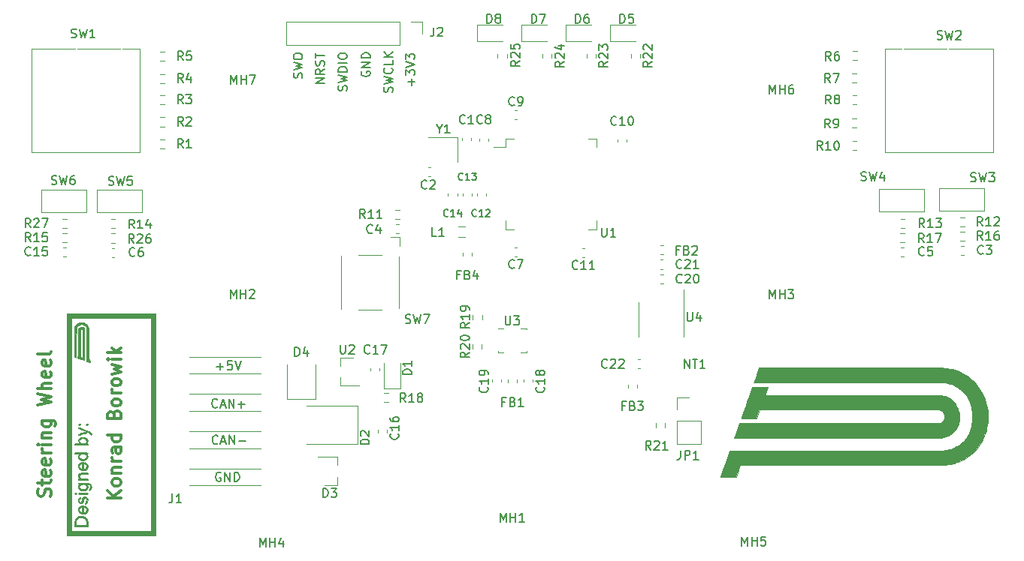
<source format=gto>
%TF.GenerationSoftware,KiCad,Pcbnew,(5.1.12)-1*%
%TF.CreationDate,2022-01-24T11:12:20+01:00*%
%TF.ProjectId,KieraV2,4b696572-6156-4322-9e6b-696361645f70,rev?*%
%TF.SameCoordinates,Original*%
%TF.FileFunction,Legend,Top*%
%TF.FilePolarity,Positive*%
%FSLAX46Y46*%
G04 Gerber Fmt 4.6, Leading zero omitted, Abs format (unit mm)*
G04 Created by KiCad (PCBNEW (5.1.12)-1) date 2022-01-24 11:12:20*
%MOMM*%
%LPD*%
G01*
G04 APERTURE LIST*
%ADD10C,0.150000*%
%ADD11C,0.300000*%
%ADD12C,0.120000*%
%ADD13C,0.010000*%
%ADD14O,1.700000X1.700000*%
%ADD15R,1.700000X1.700000*%
%ADD16C,0.100000*%
%ADD17C,1.524000*%
%ADD18C,2.200000*%
%ADD19C,1.850000*%
%ADD20C,3.200000*%
%ADD21C,9.500000*%
%ADD22C,7.500000*%
%ADD23R,1.400000X1.600000*%
%ADD24R,1.150000X1.000000*%
%ADD25R,0.900000X0.800000*%
%ADD26R,2.500000X2.300000*%
G04 APERTURE END LIST*
D10*
X125163095Y-141975000D02*
X125067857Y-141927380D01*
X124925000Y-141927380D01*
X124782142Y-141975000D01*
X124686904Y-142070238D01*
X124639285Y-142165476D01*
X124591666Y-142355952D01*
X124591666Y-142498809D01*
X124639285Y-142689285D01*
X124686904Y-142784523D01*
X124782142Y-142879761D01*
X124925000Y-142927380D01*
X125020238Y-142927380D01*
X125163095Y-142879761D01*
X125210714Y-142832142D01*
X125210714Y-142498809D01*
X125020238Y-142498809D01*
X125639285Y-142927380D02*
X125639285Y-141927380D01*
X126210714Y-142927380D01*
X126210714Y-141927380D01*
X126686904Y-142927380D02*
X126686904Y-141927380D01*
X126925000Y-141927380D01*
X127067857Y-141975000D01*
X127163095Y-142070238D01*
X127210714Y-142165476D01*
X127258333Y-142355952D01*
X127258333Y-142498809D01*
X127210714Y-142689285D01*
X127163095Y-142784523D01*
X127067857Y-142879761D01*
X126925000Y-142927380D01*
X126686904Y-142927380D01*
X124838095Y-138657142D02*
X124790476Y-138704761D01*
X124647619Y-138752380D01*
X124552380Y-138752380D01*
X124409523Y-138704761D01*
X124314285Y-138609523D01*
X124266666Y-138514285D01*
X124219047Y-138323809D01*
X124219047Y-138180952D01*
X124266666Y-137990476D01*
X124314285Y-137895238D01*
X124409523Y-137800000D01*
X124552380Y-137752380D01*
X124647619Y-137752380D01*
X124790476Y-137800000D01*
X124838095Y-137847619D01*
X125219047Y-138466666D02*
X125695238Y-138466666D01*
X125123809Y-138752380D02*
X125457142Y-137752380D01*
X125790476Y-138752380D01*
X126123809Y-138752380D02*
X126123809Y-137752380D01*
X126695238Y-138752380D01*
X126695238Y-137752380D01*
X127171428Y-138371428D02*
X127933333Y-138371428D01*
X124788095Y-134532142D02*
X124740476Y-134579761D01*
X124597619Y-134627380D01*
X124502380Y-134627380D01*
X124359523Y-134579761D01*
X124264285Y-134484523D01*
X124216666Y-134389285D01*
X124169047Y-134198809D01*
X124169047Y-134055952D01*
X124216666Y-133865476D01*
X124264285Y-133770238D01*
X124359523Y-133675000D01*
X124502380Y-133627380D01*
X124597619Y-133627380D01*
X124740476Y-133675000D01*
X124788095Y-133722619D01*
X125169047Y-134341666D02*
X125645238Y-134341666D01*
X125073809Y-134627380D02*
X125407142Y-133627380D01*
X125740476Y-134627380D01*
X126073809Y-134627380D02*
X126073809Y-133627380D01*
X126645238Y-134627380D01*
X126645238Y-133627380D01*
X127121428Y-134246428D02*
X127883333Y-134246428D01*
X127502380Y-134627380D02*
X127502380Y-133865476D01*
X124714285Y-129971428D02*
X125476190Y-129971428D01*
X125095238Y-130352380D02*
X125095238Y-129590476D01*
X126428571Y-129352380D02*
X125952380Y-129352380D01*
X125904761Y-129828571D01*
X125952380Y-129780952D01*
X126047619Y-129733333D01*
X126285714Y-129733333D01*
X126380952Y-129780952D01*
X126428571Y-129828571D01*
X126476190Y-129923809D01*
X126476190Y-130161904D01*
X126428571Y-130257142D01*
X126380952Y-130304761D01*
X126285714Y-130352380D01*
X126047619Y-130352380D01*
X125952380Y-130304761D01*
X125904761Y-130257142D01*
X126761904Y-129352380D02*
X127095238Y-130352380D01*
X127428571Y-129352380D01*
X134304761Y-97405952D02*
X134352380Y-97263095D01*
X134352380Y-97025000D01*
X134304761Y-96929761D01*
X134257142Y-96882142D01*
X134161904Y-96834523D01*
X134066666Y-96834523D01*
X133971428Y-96882142D01*
X133923809Y-96929761D01*
X133876190Y-97025000D01*
X133828571Y-97215476D01*
X133780952Y-97310714D01*
X133733333Y-97358333D01*
X133638095Y-97405952D01*
X133542857Y-97405952D01*
X133447619Y-97358333D01*
X133400000Y-97310714D01*
X133352380Y-97215476D01*
X133352380Y-96977380D01*
X133400000Y-96834523D01*
X133352380Y-96501190D02*
X134352380Y-96263095D01*
X133638095Y-96072619D01*
X134352380Y-95882142D01*
X133352380Y-95644047D01*
X133352380Y-95072619D02*
X133352380Y-94882142D01*
X133400000Y-94786904D01*
X133495238Y-94691666D01*
X133685714Y-94644047D01*
X134019047Y-94644047D01*
X134209523Y-94691666D01*
X134304761Y-94786904D01*
X134352380Y-94882142D01*
X134352380Y-95072619D01*
X134304761Y-95167857D01*
X134209523Y-95263095D01*
X134019047Y-95310714D01*
X133685714Y-95310714D01*
X133495238Y-95263095D01*
X133400000Y-95167857D01*
X133352380Y-95072619D01*
D11*
X105982142Y-144632142D02*
X106053571Y-144417857D01*
X106053571Y-144060714D01*
X105982142Y-143917857D01*
X105910714Y-143846428D01*
X105767857Y-143775000D01*
X105625000Y-143775000D01*
X105482142Y-143846428D01*
X105410714Y-143917857D01*
X105339285Y-144060714D01*
X105267857Y-144346428D01*
X105196428Y-144489285D01*
X105125000Y-144560714D01*
X104982142Y-144632142D01*
X104839285Y-144632142D01*
X104696428Y-144560714D01*
X104625000Y-144489285D01*
X104553571Y-144346428D01*
X104553571Y-143989285D01*
X104625000Y-143775000D01*
X105053571Y-143346428D02*
X105053571Y-142775000D01*
X104553571Y-143132142D02*
X105839285Y-143132142D01*
X105982142Y-143060714D01*
X106053571Y-142917857D01*
X106053571Y-142775000D01*
X105982142Y-141703571D02*
X106053571Y-141846428D01*
X106053571Y-142132142D01*
X105982142Y-142275000D01*
X105839285Y-142346428D01*
X105267857Y-142346428D01*
X105125000Y-142275000D01*
X105053571Y-142132142D01*
X105053571Y-141846428D01*
X105125000Y-141703571D01*
X105267857Y-141632142D01*
X105410714Y-141632142D01*
X105553571Y-142346428D01*
X105982142Y-140417857D02*
X106053571Y-140560714D01*
X106053571Y-140846428D01*
X105982142Y-140989285D01*
X105839285Y-141060714D01*
X105267857Y-141060714D01*
X105125000Y-140989285D01*
X105053571Y-140846428D01*
X105053571Y-140560714D01*
X105125000Y-140417857D01*
X105267857Y-140346428D01*
X105410714Y-140346428D01*
X105553571Y-141060714D01*
X106053571Y-139703571D02*
X105053571Y-139703571D01*
X105339285Y-139703571D02*
X105196428Y-139632142D01*
X105125000Y-139560714D01*
X105053571Y-139417857D01*
X105053571Y-139275000D01*
X106053571Y-138775000D02*
X105053571Y-138775000D01*
X104553571Y-138775000D02*
X104625000Y-138846428D01*
X104696428Y-138775000D01*
X104625000Y-138703571D01*
X104553571Y-138775000D01*
X104696428Y-138775000D01*
X105053571Y-138060714D02*
X106053571Y-138060714D01*
X105196428Y-138060714D02*
X105125000Y-137989285D01*
X105053571Y-137846428D01*
X105053571Y-137632142D01*
X105125000Y-137489285D01*
X105267857Y-137417857D01*
X106053571Y-137417857D01*
X105053571Y-136060714D02*
X106267857Y-136060714D01*
X106410714Y-136132142D01*
X106482142Y-136203571D01*
X106553571Y-136346428D01*
X106553571Y-136560714D01*
X106482142Y-136703571D01*
X105982142Y-136060714D02*
X106053571Y-136203571D01*
X106053571Y-136489285D01*
X105982142Y-136632142D01*
X105910714Y-136703571D01*
X105767857Y-136775000D01*
X105339285Y-136775000D01*
X105196428Y-136703571D01*
X105125000Y-136632142D01*
X105053571Y-136489285D01*
X105053571Y-136203571D01*
X105125000Y-136060714D01*
X104553571Y-134346428D02*
X106053571Y-133989285D01*
X104982142Y-133703571D01*
X106053571Y-133417857D01*
X104553571Y-133060714D01*
X106053571Y-132489285D02*
X104553571Y-132489285D01*
X106053571Y-131846428D02*
X105267857Y-131846428D01*
X105125000Y-131917857D01*
X105053571Y-132060714D01*
X105053571Y-132275000D01*
X105125000Y-132417857D01*
X105196428Y-132489285D01*
X105982142Y-130560714D02*
X106053571Y-130703571D01*
X106053571Y-130989285D01*
X105982142Y-131132142D01*
X105839285Y-131203571D01*
X105267857Y-131203571D01*
X105125000Y-131132142D01*
X105053571Y-130989285D01*
X105053571Y-130703571D01*
X105125000Y-130560714D01*
X105267857Y-130489285D01*
X105410714Y-130489285D01*
X105553571Y-131203571D01*
X105982142Y-129275000D02*
X106053571Y-129417857D01*
X106053571Y-129703571D01*
X105982142Y-129846428D01*
X105839285Y-129917857D01*
X105267857Y-129917857D01*
X105125000Y-129846428D01*
X105053571Y-129703571D01*
X105053571Y-129417857D01*
X105125000Y-129275000D01*
X105267857Y-129203571D01*
X105410714Y-129203571D01*
X105553571Y-129917857D01*
X106053571Y-128346428D02*
X105982142Y-128489285D01*
X105839285Y-128560714D01*
X104553571Y-128560714D01*
X113903571Y-144864285D02*
X112403571Y-144864285D01*
X113903571Y-144007142D02*
X113046428Y-144650000D01*
X112403571Y-144007142D02*
X113260714Y-144864285D01*
X113903571Y-143150000D02*
X113832142Y-143292857D01*
X113760714Y-143364285D01*
X113617857Y-143435714D01*
X113189285Y-143435714D01*
X113046428Y-143364285D01*
X112975000Y-143292857D01*
X112903571Y-143150000D01*
X112903571Y-142935714D01*
X112975000Y-142792857D01*
X113046428Y-142721428D01*
X113189285Y-142650000D01*
X113617857Y-142650000D01*
X113760714Y-142721428D01*
X113832142Y-142792857D01*
X113903571Y-142935714D01*
X113903571Y-143150000D01*
X112903571Y-142007142D02*
X113903571Y-142007142D01*
X113046428Y-142007142D02*
X112975000Y-141935714D01*
X112903571Y-141792857D01*
X112903571Y-141578571D01*
X112975000Y-141435714D01*
X113117857Y-141364285D01*
X113903571Y-141364285D01*
X113903571Y-140650000D02*
X112903571Y-140650000D01*
X113189285Y-140650000D02*
X113046428Y-140578571D01*
X112975000Y-140507142D01*
X112903571Y-140364285D01*
X112903571Y-140221428D01*
X113903571Y-139078571D02*
X113117857Y-139078571D01*
X112975000Y-139150000D01*
X112903571Y-139292857D01*
X112903571Y-139578571D01*
X112975000Y-139721428D01*
X113832142Y-139078571D02*
X113903571Y-139221428D01*
X113903571Y-139578571D01*
X113832142Y-139721428D01*
X113689285Y-139792857D01*
X113546428Y-139792857D01*
X113403571Y-139721428D01*
X113332142Y-139578571D01*
X113332142Y-139221428D01*
X113260714Y-139078571D01*
X113903571Y-137721428D02*
X112403571Y-137721428D01*
X113832142Y-137721428D02*
X113903571Y-137864285D01*
X113903571Y-138150000D01*
X113832142Y-138292857D01*
X113760714Y-138364285D01*
X113617857Y-138435714D01*
X113189285Y-138435714D01*
X113046428Y-138364285D01*
X112975000Y-138292857D01*
X112903571Y-138150000D01*
X112903571Y-137864285D01*
X112975000Y-137721428D01*
X113117857Y-135364285D02*
X113189285Y-135150000D01*
X113260714Y-135078571D01*
X113403571Y-135007142D01*
X113617857Y-135007142D01*
X113760714Y-135078571D01*
X113832142Y-135150000D01*
X113903571Y-135292857D01*
X113903571Y-135864285D01*
X112403571Y-135864285D01*
X112403571Y-135364285D01*
X112475000Y-135221428D01*
X112546428Y-135150000D01*
X112689285Y-135078571D01*
X112832142Y-135078571D01*
X112975000Y-135150000D01*
X113046428Y-135221428D01*
X113117857Y-135364285D01*
X113117857Y-135864285D01*
X113903571Y-134150000D02*
X113832142Y-134292857D01*
X113760714Y-134364285D01*
X113617857Y-134435714D01*
X113189285Y-134435714D01*
X113046428Y-134364285D01*
X112975000Y-134292857D01*
X112903571Y-134150000D01*
X112903571Y-133935714D01*
X112975000Y-133792857D01*
X113046428Y-133721428D01*
X113189285Y-133650000D01*
X113617857Y-133650000D01*
X113760714Y-133721428D01*
X113832142Y-133792857D01*
X113903571Y-133935714D01*
X113903571Y-134150000D01*
X113903571Y-133007142D02*
X112903571Y-133007142D01*
X113189285Y-133007142D02*
X113046428Y-132935714D01*
X112975000Y-132864285D01*
X112903571Y-132721428D01*
X112903571Y-132578571D01*
X113903571Y-131864285D02*
X113832142Y-132007142D01*
X113760714Y-132078571D01*
X113617857Y-132150000D01*
X113189285Y-132150000D01*
X113046428Y-132078571D01*
X112975000Y-132007142D01*
X112903571Y-131864285D01*
X112903571Y-131650000D01*
X112975000Y-131507142D01*
X113046428Y-131435714D01*
X113189285Y-131364285D01*
X113617857Y-131364285D01*
X113760714Y-131435714D01*
X113832142Y-131507142D01*
X113903571Y-131650000D01*
X113903571Y-131864285D01*
X112903571Y-130864285D02*
X113903571Y-130578571D01*
X113189285Y-130292857D01*
X113903571Y-130007142D01*
X112903571Y-129721428D01*
X113903571Y-129150000D02*
X112903571Y-129150000D01*
X112403571Y-129150000D02*
X112475000Y-129221428D01*
X112546428Y-129150000D01*
X112475000Y-129078571D01*
X112403571Y-129150000D01*
X112546428Y-129150000D01*
X113903571Y-128435714D02*
X112403571Y-128435714D01*
X113332142Y-128292857D02*
X113903571Y-127864285D01*
X112903571Y-127864285D02*
X113475000Y-128435714D01*
D10*
X146646428Y-98236904D02*
X146646428Y-97475000D01*
X147027380Y-97855952D02*
X146265476Y-97855952D01*
X146027380Y-97094047D02*
X146027380Y-96475000D01*
X146408333Y-96808333D01*
X146408333Y-96665476D01*
X146455952Y-96570238D01*
X146503571Y-96522619D01*
X146598809Y-96475000D01*
X146836904Y-96475000D01*
X146932142Y-96522619D01*
X146979761Y-96570238D01*
X147027380Y-96665476D01*
X147027380Y-96951190D01*
X146979761Y-97046428D01*
X146932142Y-97094047D01*
X146027380Y-96189285D02*
X147027380Y-95855952D01*
X146027380Y-95522619D01*
X146027380Y-95284523D02*
X146027380Y-94665476D01*
X146408333Y-94998809D01*
X146408333Y-94855952D01*
X146455952Y-94760714D01*
X146503571Y-94713095D01*
X146598809Y-94665476D01*
X146836904Y-94665476D01*
X146932142Y-94713095D01*
X146979761Y-94760714D01*
X147027380Y-94855952D01*
X147027380Y-95141666D01*
X146979761Y-95236904D01*
X146932142Y-95284523D01*
X144479761Y-99011904D02*
X144527380Y-98869047D01*
X144527380Y-98630952D01*
X144479761Y-98535714D01*
X144432142Y-98488095D01*
X144336904Y-98440476D01*
X144241666Y-98440476D01*
X144146428Y-98488095D01*
X144098809Y-98535714D01*
X144051190Y-98630952D01*
X144003571Y-98821428D01*
X143955952Y-98916666D01*
X143908333Y-98964285D01*
X143813095Y-99011904D01*
X143717857Y-99011904D01*
X143622619Y-98964285D01*
X143575000Y-98916666D01*
X143527380Y-98821428D01*
X143527380Y-98583333D01*
X143575000Y-98440476D01*
X143527380Y-98107142D02*
X144527380Y-97869047D01*
X143813095Y-97678571D01*
X144527380Y-97488095D01*
X143527380Y-97250000D01*
X144432142Y-96297619D02*
X144479761Y-96345238D01*
X144527380Y-96488095D01*
X144527380Y-96583333D01*
X144479761Y-96726190D01*
X144384523Y-96821428D01*
X144289285Y-96869047D01*
X144098809Y-96916666D01*
X143955952Y-96916666D01*
X143765476Y-96869047D01*
X143670238Y-96821428D01*
X143575000Y-96726190D01*
X143527380Y-96583333D01*
X143527380Y-96488095D01*
X143575000Y-96345238D01*
X143622619Y-96297619D01*
X144527380Y-95392857D02*
X144527380Y-95869047D01*
X143527380Y-95869047D01*
X144527380Y-95059523D02*
X143527380Y-95059523D01*
X144527380Y-94488095D02*
X143955952Y-94916666D01*
X143527380Y-94488095D02*
X144098809Y-95059523D01*
X141050000Y-96661904D02*
X141002380Y-96757142D01*
X141002380Y-96900000D01*
X141050000Y-97042857D01*
X141145238Y-97138095D01*
X141240476Y-97185714D01*
X141430952Y-97233333D01*
X141573809Y-97233333D01*
X141764285Y-97185714D01*
X141859523Y-97138095D01*
X141954761Y-97042857D01*
X142002380Y-96900000D01*
X142002380Y-96804761D01*
X141954761Y-96661904D01*
X141907142Y-96614285D01*
X141573809Y-96614285D01*
X141573809Y-96804761D01*
X142002380Y-96185714D02*
X141002380Y-96185714D01*
X142002380Y-95614285D01*
X141002380Y-95614285D01*
X142002380Y-95138095D02*
X141002380Y-95138095D01*
X141002380Y-94900000D01*
X141050000Y-94757142D01*
X141145238Y-94661904D01*
X141240476Y-94614285D01*
X141430952Y-94566666D01*
X141573809Y-94566666D01*
X141764285Y-94614285D01*
X141859523Y-94661904D01*
X141954761Y-94757142D01*
X142002380Y-94900000D01*
X142002380Y-95138095D01*
X139354761Y-98844047D02*
X139402380Y-98701190D01*
X139402380Y-98463095D01*
X139354761Y-98367857D01*
X139307142Y-98320238D01*
X139211904Y-98272619D01*
X139116666Y-98272619D01*
X139021428Y-98320238D01*
X138973809Y-98367857D01*
X138926190Y-98463095D01*
X138878571Y-98653571D01*
X138830952Y-98748809D01*
X138783333Y-98796428D01*
X138688095Y-98844047D01*
X138592857Y-98844047D01*
X138497619Y-98796428D01*
X138450000Y-98748809D01*
X138402380Y-98653571D01*
X138402380Y-98415476D01*
X138450000Y-98272619D01*
X138402380Y-97939285D02*
X139402380Y-97701190D01*
X138688095Y-97510714D01*
X139402380Y-97320238D01*
X138402380Y-97082142D01*
X139402380Y-96701190D02*
X138402380Y-96701190D01*
X138402380Y-96463095D01*
X138450000Y-96320238D01*
X138545238Y-96225000D01*
X138640476Y-96177380D01*
X138830952Y-96129761D01*
X138973809Y-96129761D01*
X139164285Y-96177380D01*
X139259523Y-96225000D01*
X139354761Y-96320238D01*
X139402380Y-96463095D01*
X139402380Y-96701190D01*
X139402380Y-95701190D02*
X138402380Y-95701190D01*
X138402380Y-95034523D02*
X138402380Y-94844047D01*
X138450000Y-94748809D01*
X138545238Y-94653571D01*
X138735714Y-94605952D01*
X139069047Y-94605952D01*
X139259523Y-94653571D01*
X139354761Y-94748809D01*
X139402380Y-94844047D01*
X139402380Y-95034523D01*
X139354761Y-95129761D01*
X139259523Y-95225000D01*
X139069047Y-95272619D01*
X138735714Y-95272619D01*
X138545238Y-95225000D01*
X138450000Y-95129761D01*
X138402380Y-95034523D01*
X136852380Y-98017857D02*
X135852380Y-98017857D01*
X136852380Y-97446428D01*
X135852380Y-97446428D01*
X136852380Y-96398809D02*
X136376190Y-96732142D01*
X136852380Y-96970238D02*
X135852380Y-96970238D01*
X135852380Y-96589285D01*
X135900000Y-96494047D01*
X135947619Y-96446428D01*
X136042857Y-96398809D01*
X136185714Y-96398809D01*
X136280952Y-96446428D01*
X136328571Y-96494047D01*
X136376190Y-96589285D01*
X136376190Y-96970238D01*
X136804761Y-96017857D02*
X136852380Y-95875000D01*
X136852380Y-95636904D01*
X136804761Y-95541666D01*
X136757142Y-95494047D01*
X136661904Y-95446428D01*
X136566666Y-95446428D01*
X136471428Y-95494047D01*
X136423809Y-95541666D01*
X136376190Y-95636904D01*
X136328571Y-95827380D01*
X136280952Y-95922619D01*
X136233333Y-95970238D01*
X136138095Y-96017857D01*
X136042857Y-96017857D01*
X135947619Y-95970238D01*
X135900000Y-95922619D01*
X135852380Y-95827380D01*
X135852380Y-95589285D01*
X135900000Y-95446428D01*
X135852380Y-95160714D02*
X135852380Y-94589285D01*
X136852380Y-94875000D02*
X135852380Y-94875000D01*
D12*
X147890000Y-91045000D02*
X147890000Y-92375000D01*
X146560000Y-91045000D02*
X147890000Y-91045000D01*
X145290000Y-91045000D02*
X145290000Y-93705000D01*
X145290000Y-93705000D02*
X132530000Y-93705000D01*
X145290000Y-91045000D02*
X132530000Y-91045000D01*
X132530000Y-91045000D02*
X132530000Y-93705000D01*
X158960000Y-125665000D02*
X159610000Y-125665000D01*
X159610000Y-125665000D02*
X159610000Y-125815000D01*
X157040000Y-128385000D02*
X156390000Y-128385000D01*
X156390000Y-128385000D02*
X156390000Y-128235000D01*
X158960000Y-128385000D02*
X159610000Y-128385000D01*
X159610000Y-128385000D02*
X159610000Y-128235000D01*
X157040000Y-125665000D02*
X156390000Y-125665000D01*
D13*
G36*
X117795333Y-124019333D02*
G01*
X117795333Y-149038333D01*
X108312667Y-149038333D01*
X108312667Y-148530333D01*
X117287333Y-148530333D01*
X117287333Y-124527333D01*
X108312667Y-124527333D01*
X108312667Y-148530333D01*
X108312667Y-149038333D01*
X107804667Y-149038333D01*
X107804667Y-124019333D01*
X117795333Y-124019333D01*
G37*
X117795333Y-124019333D02*
X117795333Y-149038333D01*
X108312667Y-149038333D01*
X108312667Y-148530333D01*
X117287333Y-148530333D01*
X117287333Y-124527333D01*
X108312667Y-124527333D01*
X108312667Y-148530333D01*
X108312667Y-149038333D01*
X107804667Y-149038333D01*
X107804667Y-124019333D01*
X117795333Y-124019333D01*
G36*
X109113975Y-143147879D02*
G01*
X109220342Y-143127360D01*
X109376427Y-143113626D01*
X109564891Y-143106695D01*
X109768395Y-143106584D01*
X109969600Y-143113310D01*
X110151166Y-143126890D01*
X110295755Y-143147340D01*
X110384512Y-143173881D01*
X110508543Y-143283170D01*
X110575193Y-143447399D01*
X110581050Y-143656271D01*
X110569370Y-143731663D01*
X110520471Y-143837920D01*
X110435581Y-143920278D01*
X110343021Y-143953306D01*
X110324604Y-143951461D01*
X110288800Y-143932428D01*
X110299092Y-143886917D01*
X110359987Y-143796506D01*
X110363788Y-143791359D01*
X110432067Y-143677956D01*
X110469334Y-143574990D01*
X110471667Y-143552632D01*
X110432793Y-143425106D01*
X110329794Y-143322392D01*
X110185917Y-143265517D01*
X110091547Y-143250143D01*
X110057182Y-143261773D01*
X110073949Y-143318366D01*
X110116853Y-143405344D01*
X110159554Y-143570932D01*
X110127840Y-143725382D01*
X110031952Y-143856299D01*
X109882134Y-143951285D01*
X109688626Y-143997945D01*
X109645308Y-143999798D01*
X109645308Y-143831333D01*
X109824711Y-143802951D01*
X109956977Y-143725787D01*
X110030831Y-143611819D01*
X110035000Y-143473026D01*
X110022036Y-143431063D01*
X109956771Y-143354095D01*
X109841610Y-143285764D01*
X109710814Y-143244010D01*
X109654586Y-143238667D01*
X109480007Y-143265300D01*
X109339689Y-143336285D01*
X109246832Y-143438252D01*
X109214635Y-143557829D01*
X109241425Y-143657189D01*
X109329222Y-143760113D01*
X109465062Y-143815929D01*
X109645308Y-143831333D01*
X109645308Y-143999798D01*
X109625000Y-144000667D01*
X109420610Y-143970551D01*
X109256902Y-143888469D01*
X109144117Y-143766816D01*
X109092498Y-143617990D01*
X109112287Y-143454387D01*
X109133146Y-143405344D01*
X109183116Y-143302085D01*
X109196062Y-143253778D01*
X109172614Y-143239542D01*
X109138167Y-143238667D01*
X109082042Y-143204780D01*
X109074667Y-143175167D01*
X109113975Y-143147879D01*
G37*
X109113975Y-143147879D02*
X109220342Y-143127360D01*
X109376427Y-143113626D01*
X109564891Y-143106695D01*
X109768395Y-143106584D01*
X109969600Y-143113310D01*
X110151166Y-143126890D01*
X110295755Y-143147340D01*
X110384512Y-143173881D01*
X110508543Y-143283170D01*
X110575193Y-143447399D01*
X110581050Y-143656271D01*
X110569370Y-143731663D01*
X110520471Y-143837920D01*
X110435581Y-143920278D01*
X110343021Y-143953306D01*
X110324604Y-143951461D01*
X110288800Y-143932428D01*
X110299092Y-143886917D01*
X110359987Y-143796506D01*
X110363788Y-143791359D01*
X110432067Y-143677956D01*
X110469334Y-143574990D01*
X110471667Y-143552632D01*
X110432793Y-143425106D01*
X110329794Y-143322392D01*
X110185917Y-143265517D01*
X110091547Y-143250143D01*
X110057182Y-143261773D01*
X110073949Y-143318366D01*
X110116853Y-143405344D01*
X110159554Y-143570932D01*
X110127840Y-143725382D01*
X110031952Y-143856299D01*
X109882134Y-143951285D01*
X109688626Y-143997945D01*
X109645308Y-143999798D01*
X109645308Y-143831333D01*
X109824711Y-143802951D01*
X109956977Y-143725787D01*
X110030831Y-143611819D01*
X110035000Y-143473026D01*
X110022036Y-143431063D01*
X109956771Y-143354095D01*
X109841610Y-143285764D01*
X109710814Y-143244010D01*
X109654586Y-143238667D01*
X109480007Y-143265300D01*
X109339689Y-143336285D01*
X109246832Y-143438252D01*
X109214635Y-143557829D01*
X109241425Y-143657189D01*
X109329222Y-143760113D01*
X109465062Y-143815929D01*
X109645308Y-143831333D01*
X109645308Y-143999798D01*
X109625000Y-144000667D01*
X109420610Y-143970551D01*
X109256902Y-143888469D01*
X109144117Y-143766816D01*
X109092498Y-143617990D01*
X109112287Y-143454387D01*
X109133146Y-143405344D01*
X109183116Y-143302085D01*
X109196062Y-143253778D01*
X109172614Y-143239542D01*
X109138167Y-143238667D01*
X109082042Y-143204780D01*
X109074667Y-143175167D01*
X109113975Y-143147879D01*
G36*
X109079057Y-136870878D02*
G01*
X109084891Y-136864331D01*
X109129538Y-136871157D01*
X109239826Y-136903244D01*
X109402098Y-136956190D01*
X109602697Y-137025591D01*
X109756871Y-137080973D01*
X110066355Y-137198899D01*
X110296555Y-137298171D01*
X110446371Y-137378285D01*
X110503417Y-137423343D01*
X110585183Y-137543133D01*
X110590359Y-137635857D01*
X110570444Y-137664778D01*
X110499869Y-137695091D01*
X110445018Y-137655270D01*
X110429333Y-137586259D01*
X110395065Y-137482909D01*
X110320800Y-137430067D01*
X110262362Y-137409326D01*
X110196438Y-137402999D01*
X110109795Y-137414135D01*
X109989194Y-137445784D01*
X109821399Y-137500996D01*
X109593175Y-137582821D01*
X109484577Y-137622735D01*
X109299666Y-137690185D01*
X109180377Y-137729933D01*
X109113087Y-137744085D01*
X109084171Y-137734748D01*
X109080007Y-137704030D01*
X109082410Y-137684933D01*
X109101944Y-137639270D01*
X109155018Y-137595935D01*
X109255063Y-137547917D01*
X109415509Y-137488201D01*
X109540333Y-137445844D01*
X109984833Y-137297889D01*
X109547841Y-137152225D01*
X109309983Y-137065400D01*
X109153855Y-136990369D01*
X109077524Y-136925929D01*
X109079057Y-136870878D01*
G37*
X109079057Y-136870878D02*
X109084891Y-136864331D01*
X109129538Y-136871157D01*
X109239826Y-136903244D01*
X109402098Y-136956190D01*
X109602697Y-137025591D01*
X109756871Y-137080973D01*
X110066355Y-137198899D01*
X110296555Y-137298171D01*
X110446371Y-137378285D01*
X110503417Y-137423343D01*
X110585183Y-137543133D01*
X110590359Y-137635857D01*
X110570444Y-137664778D01*
X110499869Y-137695091D01*
X110445018Y-137655270D01*
X110429333Y-137586259D01*
X110395065Y-137482909D01*
X110320800Y-137430067D01*
X110262362Y-137409326D01*
X110196438Y-137402999D01*
X110109795Y-137414135D01*
X109989194Y-137445784D01*
X109821399Y-137500996D01*
X109593175Y-137582821D01*
X109484577Y-137622735D01*
X109299666Y-137690185D01*
X109180377Y-137729933D01*
X109113087Y-137744085D01*
X109084171Y-137734748D01*
X109080007Y-137704030D01*
X109082410Y-137684933D01*
X109101944Y-137639270D01*
X109155018Y-137595935D01*
X109255063Y-137547917D01*
X109415509Y-137488201D01*
X109540333Y-137445844D01*
X109984833Y-137297889D01*
X109547841Y-137152225D01*
X109309983Y-137065400D01*
X109153855Y-136990369D01*
X109077524Y-136925929D01*
X109079057Y-136870878D01*
G36*
X108651516Y-126817127D02*
G01*
X108652333Y-126473929D01*
X108654193Y-126198103D01*
X108657499Y-125981002D01*
X108662658Y-125813980D01*
X108670077Y-125688388D01*
X108680160Y-125595581D01*
X108693314Y-125526911D01*
X108709944Y-125473731D01*
X108730457Y-125427395D01*
X108736836Y-125414694D01*
X108876950Y-125226213D01*
X109066270Y-125092634D01*
X109287412Y-125016569D01*
X109522996Y-125000629D01*
X109755638Y-125047425D01*
X109967956Y-125159568D01*
X110038910Y-125219117D01*
X110099511Y-125280013D01*
X110150050Y-125343088D01*
X110191436Y-125416276D01*
X110224579Y-125507511D01*
X110250391Y-125624726D01*
X110269781Y-125775855D01*
X110283660Y-125968832D01*
X110292939Y-126211589D01*
X110298528Y-126512061D01*
X110301337Y-126878182D01*
X110302277Y-127317884D01*
X110302333Y-127514580D01*
X110302439Y-127944351D01*
X110303001Y-128297165D01*
X110304390Y-128580733D01*
X110306975Y-128802765D01*
X110311126Y-128970970D01*
X110317212Y-129093058D01*
X110325603Y-129176740D01*
X110336669Y-129229726D01*
X110350778Y-129259725D01*
X110368302Y-129274448D01*
X110387000Y-129280933D01*
X110457079Y-129335974D01*
X110471667Y-129412870D01*
X110467143Y-129494403D01*
X110458041Y-129522667D01*
X110413660Y-129510223D01*
X110315597Y-129478487D01*
X110246374Y-129455187D01*
X110048333Y-129387708D01*
X110048333Y-125532164D01*
X109902640Y-125394757D01*
X109714559Y-125269055D01*
X109509355Y-125218684D01*
X109303311Y-125241175D01*
X109112709Y-125334062D01*
X108953832Y-125494877D01*
X108922214Y-125543333D01*
X108913324Y-125598476D01*
X108904108Y-125728818D01*
X108894889Y-125924895D01*
X108885988Y-126177243D01*
X108877729Y-126476397D01*
X108870432Y-126812893D01*
X108864420Y-127177267D01*
X108863000Y-127283875D01*
X108841833Y-128960916D01*
X108746583Y-128925655D01*
X108651333Y-128890395D01*
X108651333Y-127236345D01*
X108651516Y-126817127D01*
G37*
X108651516Y-126817127D02*
X108652333Y-126473929D01*
X108654193Y-126198103D01*
X108657499Y-125981002D01*
X108662658Y-125813980D01*
X108670077Y-125688388D01*
X108680160Y-125595581D01*
X108693314Y-125526911D01*
X108709944Y-125473731D01*
X108730457Y-125427395D01*
X108736836Y-125414694D01*
X108876950Y-125226213D01*
X109066270Y-125092634D01*
X109287412Y-125016569D01*
X109522996Y-125000629D01*
X109755638Y-125047425D01*
X109967956Y-125159568D01*
X110038910Y-125219117D01*
X110099511Y-125280013D01*
X110150050Y-125343088D01*
X110191436Y-125416276D01*
X110224579Y-125507511D01*
X110250391Y-125624726D01*
X110269781Y-125775855D01*
X110283660Y-125968832D01*
X110292939Y-126211589D01*
X110298528Y-126512061D01*
X110301337Y-126878182D01*
X110302277Y-127317884D01*
X110302333Y-127514580D01*
X110302439Y-127944351D01*
X110303001Y-128297165D01*
X110304390Y-128580733D01*
X110306975Y-128802765D01*
X110311126Y-128970970D01*
X110317212Y-129093058D01*
X110325603Y-129176740D01*
X110336669Y-129229726D01*
X110350778Y-129259725D01*
X110368302Y-129274448D01*
X110387000Y-129280933D01*
X110457079Y-129335974D01*
X110471667Y-129412870D01*
X110467143Y-129494403D01*
X110458041Y-129522667D01*
X110413660Y-129510223D01*
X110315597Y-129478487D01*
X110246374Y-129455187D01*
X110048333Y-129387708D01*
X110048333Y-125532164D01*
X109902640Y-125394757D01*
X109714559Y-125269055D01*
X109509355Y-125218684D01*
X109303311Y-125241175D01*
X109112709Y-125334062D01*
X108953832Y-125494877D01*
X108922214Y-125543333D01*
X108913324Y-125598476D01*
X108904108Y-125728818D01*
X108894889Y-125924895D01*
X108885988Y-126177243D01*
X108877729Y-126476397D01*
X108870432Y-126812893D01*
X108864420Y-127177267D01*
X108863000Y-127283875D01*
X108841833Y-128960916D01*
X108746583Y-128925655D01*
X108651333Y-128890395D01*
X108651333Y-127236345D01*
X108651516Y-126817127D01*
G36*
X108700888Y-147626313D02*
G01*
X108719210Y-147385158D01*
X108754671Y-147210783D01*
X108814792Y-147085849D01*
X108907095Y-146993018D01*
X109000982Y-146934558D01*
X109162831Y-146881665D01*
X109369315Y-146860358D01*
X109586590Y-146870453D01*
X109780813Y-146911762D01*
X109849115Y-146939222D01*
X109977239Y-147022823D01*
X110066971Y-147137408D01*
X110125021Y-147298021D01*
X110158100Y-147519705D01*
X110167063Y-147651917D01*
X110185690Y-148022333D01*
X108863000Y-148022333D01*
X108863000Y-147853000D01*
X110006000Y-147853000D01*
X110006000Y-147583543D01*
X109998035Y-147408956D01*
X109969880Y-147289969D01*
X109919063Y-147203563D01*
X109785344Y-147096535D01*
X109604252Y-147035012D01*
X109400527Y-147020133D01*
X109198908Y-147053036D01*
X109024133Y-147134858D01*
X108990201Y-147160827D01*
X108922541Y-147224282D01*
X108884368Y-147288786D01*
X108867326Y-147380592D01*
X108863057Y-147525956D01*
X108863000Y-147560430D01*
X108863000Y-147853000D01*
X108863000Y-148022333D01*
X108683568Y-148022333D01*
X108700888Y-147626313D01*
G37*
X108700888Y-147626313D02*
X108719210Y-147385158D01*
X108754671Y-147210783D01*
X108814792Y-147085849D01*
X108907095Y-146993018D01*
X109000982Y-146934558D01*
X109162831Y-146881665D01*
X109369315Y-146860358D01*
X109586590Y-146870453D01*
X109780813Y-146911762D01*
X109849115Y-146939222D01*
X109977239Y-147022823D01*
X110066971Y-147137408D01*
X110125021Y-147298021D01*
X110158100Y-147519705D01*
X110167063Y-147651917D01*
X110185690Y-148022333D01*
X108863000Y-148022333D01*
X108863000Y-147853000D01*
X110006000Y-147853000D01*
X110006000Y-147583543D01*
X109998035Y-147408956D01*
X109969880Y-147289969D01*
X109919063Y-147203563D01*
X109785344Y-147096535D01*
X109604252Y-147035012D01*
X109400527Y-147020133D01*
X109198908Y-147053036D01*
X109024133Y-147134858D01*
X108990201Y-147160827D01*
X108922541Y-147224282D01*
X108884368Y-147288786D01*
X108867326Y-147380592D01*
X108863057Y-147525956D01*
X108863000Y-147560430D01*
X108863000Y-147853000D01*
X108863000Y-148022333D01*
X108683568Y-148022333D01*
X108700888Y-147626313D01*
G36*
X109118529Y-145995696D02*
G01*
X109201241Y-145847046D01*
X109331878Y-145740625D01*
X109499786Y-145694602D01*
X109522415Y-145694000D01*
X109667333Y-145694000D01*
X109667333Y-146075000D01*
X109669112Y-146257147D01*
X109676525Y-146370442D01*
X109692689Y-146430660D01*
X109720720Y-146453578D01*
X109742580Y-146456000D01*
X109867954Y-146422643D01*
X109961361Y-146336863D01*
X110017681Y-146220099D01*
X110031795Y-146093786D01*
X109998585Y-145979364D01*
X109912931Y-145898268D01*
X109879045Y-145884514D01*
X109806374Y-145846357D01*
X109807340Y-145786671D01*
X109831989Y-145742452D01*
X109888819Y-145710419D01*
X109963317Y-145741179D01*
X110042224Y-145818706D01*
X110112283Y-145926977D01*
X110160233Y-146049967D01*
X110173676Y-146155401D01*
X110156280Y-146238969D01*
X110116132Y-146351614D01*
X110111553Y-146362335D01*
X110010981Y-146498090D01*
X109862534Y-146584008D01*
X109686544Y-146620410D01*
X109503348Y-146607615D01*
X109475458Y-146597502D01*
X109475458Y-146458560D01*
X109517842Y-146407444D01*
X109537370Y-146279627D01*
X109540333Y-146159667D01*
X109537643Y-146002896D01*
X109526529Y-145913035D01*
X109502425Y-145872412D01*
X109463758Y-145863333D01*
X109339112Y-145901978D01*
X109250046Y-146008752D01*
X109218673Y-146103944D01*
X109213565Y-146214117D01*
X109260952Y-146304224D01*
X109300845Y-146347361D01*
X109404899Y-146437142D01*
X109475458Y-146458560D01*
X109475458Y-146597502D01*
X109333278Y-146545946D01*
X109196669Y-146435722D01*
X109139500Y-146346998D01*
X109094397Y-146168403D01*
X109118529Y-145995696D01*
G37*
X109118529Y-145995696D02*
X109201241Y-145847046D01*
X109331878Y-145740625D01*
X109499786Y-145694602D01*
X109522415Y-145694000D01*
X109667333Y-145694000D01*
X109667333Y-146075000D01*
X109669112Y-146257147D01*
X109676525Y-146370442D01*
X109692689Y-146430660D01*
X109720720Y-146453578D01*
X109742580Y-146456000D01*
X109867954Y-146422643D01*
X109961361Y-146336863D01*
X110017681Y-146220099D01*
X110031795Y-146093786D01*
X109998585Y-145979364D01*
X109912931Y-145898268D01*
X109879045Y-145884514D01*
X109806374Y-145846357D01*
X109807340Y-145786671D01*
X109831989Y-145742452D01*
X109888819Y-145710419D01*
X109963317Y-145741179D01*
X110042224Y-145818706D01*
X110112283Y-145926977D01*
X110160233Y-146049967D01*
X110173676Y-146155401D01*
X110156280Y-146238969D01*
X110116132Y-146351614D01*
X110111553Y-146362335D01*
X110010981Y-146498090D01*
X109862534Y-146584008D01*
X109686544Y-146620410D01*
X109503348Y-146607615D01*
X109475458Y-146597502D01*
X109475458Y-146458560D01*
X109517842Y-146407444D01*
X109537370Y-146279627D01*
X109540333Y-146159667D01*
X109537643Y-146002896D01*
X109526529Y-145913035D01*
X109502425Y-145872412D01*
X109463758Y-145863333D01*
X109339112Y-145901978D01*
X109250046Y-146008752D01*
X109218673Y-146103944D01*
X109213565Y-146214117D01*
X109260952Y-146304224D01*
X109300845Y-146347361D01*
X109404899Y-146437142D01*
X109475458Y-146458560D01*
X109475458Y-146597502D01*
X109333278Y-146545946D01*
X109196669Y-146435722D01*
X109139500Y-146346998D01*
X109094397Y-146168403D01*
X109118529Y-145995696D01*
G36*
X109096351Y-144986367D02*
G01*
X109114199Y-144919319D01*
X109169923Y-144811238D01*
X109244163Y-144737491D01*
X109317913Y-144709032D01*
X109372168Y-144736818D01*
X109383618Y-144764015D01*
X109371864Y-144841298D01*
X109324417Y-144869849D01*
X109255316Y-144927518D01*
X109220286Y-145027326D01*
X109218129Y-145141871D01*
X109247652Y-145243749D01*
X109307659Y-145305558D01*
X109343742Y-145313000D01*
X109407828Y-145293414D01*
X109462676Y-145225815D01*
X109516417Y-145096945D01*
X109557277Y-144964765D01*
X109633639Y-144774806D01*
X109729612Y-144665010D01*
X109843079Y-144636437D01*
X109971923Y-144690151D01*
X110022872Y-144730917D01*
X110111666Y-144860987D01*
X110155436Y-145035078D01*
X110146818Y-145216907D01*
X110103313Y-145301538D01*
X110021943Y-145392568D01*
X109931831Y-145461734D01*
X109873291Y-145482333D01*
X109837004Y-145454168D01*
X109850125Y-145384104D01*
X109906111Y-145293788D01*
X109942500Y-145253349D01*
X110030107Y-145118643D01*
X110040282Y-144976982D01*
X109992618Y-144871988D01*
X109912407Y-144811025D01*
X109828373Y-144827908D01*
X109752388Y-144917280D01*
X109718202Y-144995760D01*
X109648585Y-145190809D01*
X109593865Y-145318829D01*
X109544064Y-145393723D01*
X109489208Y-145429392D01*
X109419319Y-145439740D01*
X109399413Y-145440000D01*
X109251747Y-145403757D01*
X109146252Y-145305550D01*
X109091572Y-145161159D01*
X109096351Y-144986367D01*
G37*
X109096351Y-144986367D02*
X109114199Y-144919319D01*
X109169923Y-144811238D01*
X109244163Y-144737491D01*
X109317913Y-144709032D01*
X109372168Y-144736818D01*
X109383618Y-144764015D01*
X109371864Y-144841298D01*
X109324417Y-144869849D01*
X109255316Y-144927518D01*
X109220286Y-145027326D01*
X109218129Y-145141871D01*
X109247652Y-145243749D01*
X109307659Y-145305558D01*
X109343742Y-145313000D01*
X109407828Y-145293414D01*
X109462676Y-145225815D01*
X109516417Y-145096945D01*
X109557277Y-144964765D01*
X109633639Y-144774806D01*
X109729612Y-144665010D01*
X109843079Y-144636437D01*
X109971923Y-144690151D01*
X110022872Y-144730917D01*
X110111666Y-144860987D01*
X110155436Y-145035078D01*
X110146818Y-145216907D01*
X110103313Y-145301538D01*
X110021943Y-145392568D01*
X109931831Y-145461734D01*
X109873291Y-145482333D01*
X109837004Y-145454168D01*
X109850125Y-145384104D01*
X109906111Y-145293788D01*
X109942500Y-145253349D01*
X110030107Y-145118643D01*
X110040282Y-144976982D01*
X109992618Y-144871988D01*
X109912407Y-144811025D01*
X109828373Y-144827908D01*
X109752388Y-144917280D01*
X109718202Y-144995760D01*
X109648585Y-145190809D01*
X109593865Y-145318829D01*
X109544064Y-145393723D01*
X109489208Y-145429392D01*
X109419319Y-145439740D01*
X109399413Y-145440000D01*
X109251747Y-145403757D01*
X109146252Y-145305550D01*
X109091572Y-145161159D01*
X109096351Y-144986367D01*
G36*
X109086931Y-144291720D02*
G01*
X109132075Y-144273594D01*
X109222621Y-144262343D01*
X109371093Y-144256523D01*
X109590015Y-144254688D01*
X109625000Y-144254667D01*
X109854203Y-144256082D01*
X110011296Y-144261291D01*
X110108802Y-144271738D01*
X110159245Y-144288870D01*
X110175149Y-144314130D01*
X110175333Y-144318167D01*
X110163068Y-144344613D01*
X110117925Y-144362739D01*
X110027379Y-144373990D01*
X109878907Y-144379811D01*
X109659985Y-144381646D01*
X109625000Y-144381667D01*
X109395797Y-144380252D01*
X109238704Y-144375043D01*
X109141198Y-144364595D01*
X109090754Y-144347464D01*
X109074850Y-144322204D01*
X109074667Y-144318167D01*
X109086931Y-144291720D01*
G37*
X109086931Y-144291720D02*
X109132075Y-144273594D01*
X109222621Y-144262343D01*
X109371093Y-144256523D01*
X109590015Y-144254688D01*
X109625000Y-144254667D01*
X109854203Y-144256082D01*
X110011296Y-144261291D01*
X110108802Y-144271738D01*
X110159245Y-144288870D01*
X110175149Y-144314130D01*
X110175333Y-144318167D01*
X110163068Y-144344613D01*
X110117925Y-144362739D01*
X110027379Y-144373990D01*
X109878907Y-144379811D01*
X109659985Y-144381646D01*
X109625000Y-144381667D01*
X109395797Y-144380252D01*
X109238704Y-144375043D01*
X109141198Y-144364595D01*
X109090754Y-144347464D01*
X109074850Y-144322204D01*
X109074667Y-144318167D01*
X109086931Y-144291720D01*
G36*
X109103316Y-142661064D02*
G01*
X109165894Y-142646000D01*
X109227582Y-142641909D01*
X109226633Y-142615404D01*
X109177440Y-142557952D01*
X109111211Y-142432289D01*
X109095836Y-142281214D01*
X109130043Y-142138348D01*
X109196735Y-142048814D01*
X109256225Y-142011387D01*
X109335700Y-141987480D01*
X109453799Y-141974321D01*
X109629162Y-141969137D01*
X109735523Y-141968667D01*
X109932586Y-141969749D01*
X110060036Y-141974928D01*
X110132919Y-141987100D01*
X110166282Y-142009160D01*
X110175168Y-142044006D01*
X110175333Y-142053333D01*
X110169512Y-142091905D01*
X110141819Y-142116581D01*
X110076914Y-142130438D01*
X109959455Y-142136551D01*
X109774101Y-142137994D01*
X109752976Y-142138000D01*
X109559032Y-142139297D01*
X109431703Y-142145657D01*
X109352945Y-142160781D01*
X109304719Y-142188371D01*
X109268982Y-142232128D01*
X109265018Y-142238119D01*
X109227170Y-142364529D01*
X109258833Y-142492924D01*
X109351435Y-142592555D01*
X109366190Y-142601093D01*
X109446001Y-142621801D01*
X109584648Y-142637459D01*
X109756337Y-142645473D01*
X109812717Y-142646000D01*
X109988484Y-142647553D01*
X110096099Y-142654779D01*
X110152058Y-142671530D01*
X110172856Y-142701657D01*
X110175333Y-142730667D01*
X110170665Y-142765232D01*
X110147667Y-142788847D01*
X110092845Y-142803589D01*
X109992708Y-142811533D01*
X109833761Y-142814755D01*
X109625000Y-142815333D01*
X109400329Y-142814615D01*
X109246829Y-142811077D01*
X109151007Y-142802643D01*
X109099371Y-142787237D01*
X109078426Y-142762784D01*
X109074667Y-142730667D01*
X109103316Y-142661064D01*
G37*
X109103316Y-142661064D02*
X109165894Y-142646000D01*
X109227582Y-142641909D01*
X109226633Y-142615404D01*
X109177440Y-142557952D01*
X109111211Y-142432289D01*
X109095836Y-142281214D01*
X109130043Y-142138348D01*
X109196735Y-142048814D01*
X109256225Y-142011387D01*
X109335700Y-141987480D01*
X109453799Y-141974321D01*
X109629162Y-141969137D01*
X109735523Y-141968667D01*
X109932586Y-141969749D01*
X110060036Y-141974928D01*
X110132919Y-141987100D01*
X110166282Y-142009160D01*
X110175168Y-142044006D01*
X110175333Y-142053333D01*
X110169512Y-142091905D01*
X110141819Y-142116581D01*
X110076914Y-142130438D01*
X109959455Y-142136551D01*
X109774101Y-142137994D01*
X109752976Y-142138000D01*
X109559032Y-142139297D01*
X109431703Y-142145657D01*
X109352945Y-142160781D01*
X109304719Y-142188371D01*
X109268982Y-142232128D01*
X109265018Y-142238119D01*
X109227170Y-142364529D01*
X109258833Y-142492924D01*
X109351435Y-142592555D01*
X109366190Y-142601093D01*
X109446001Y-142621801D01*
X109584648Y-142637459D01*
X109756337Y-142645473D01*
X109812717Y-142646000D01*
X109988484Y-142647553D01*
X110096099Y-142654779D01*
X110152058Y-142671530D01*
X110172856Y-142701657D01*
X110175333Y-142730667D01*
X110170665Y-142765232D01*
X110147667Y-142788847D01*
X110092845Y-142803589D01*
X109992708Y-142811533D01*
X109833761Y-142814755D01*
X109625000Y-142815333D01*
X109400329Y-142814615D01*
X109246829Y-142811077D01*
X109151007Y-142802643D01*
X109099371Y-142787237D01*
X109078426Y-142762784D01*
X109074667Y-142730667D01*
X109103316Y-142661064D01*
G36*
X109118529Y-141085029D02*
G01*
X109201241Y-140936380D01*
X109331878Y-140829958D01*
X109499786Y-140783935D01*
X109522415Y-140783333D01*
X109667333Y-140783333D01*
X109667333Y-141164333D01*
X109669112Y-141346481D01*
X109676525Y-141459775D01*
X109692689Y-141519993D01*
X109720720Y-141542911D01*
X109742580Y-141545333D01*
X109867954Y-141511976D01*
X109961361Y-141426197D01*
X110017681Y-141309432D01*
X110031795Y-141183120D01*
X109998585Y-141068697D01*
X109912931Y-140987602D01*
X109879045Y-140973848D01*
X109806374Y-140935691D01*
X109807340Y-140876004D01*
X109831989Y-140831785D01*
X109888819Y-140799752D01*
X109963317Y-140830512D01*
X110042224Y-140908039D01*
X110112283Y-141016310D01*
X110160233Y-141139301D01*
X110173676Y-141244734D01*
X110156280Y-141328302D01*
X110116132Y-141440947D01*
X110111553Y-141451668D01*
X110010981Y-141587424D01*
X109862534Y-141673342D01*
X109686544Y-141709743D01*
X109503348Y-141696949D01*
X109475458Y-141686836D01*
X109475458Y-141547893D01*
X109517842Y-141496778D01*
X109537370Y-141368961D01*
X109540333Y-141249000D01*
X109537643Y-141092230D01*
X109526529Y-141002368D01*
X109502425Y-140961745D01*
X109463758Y-140952667D01*
X109339112Y-140991311D01*
X109250046Y-141098086D01*
X109218673Y-141193277D01*
X109213565Y-141303451D01*
X109260952Y-141393558D01*
X109300845Y-141436694D01*
X109404899Y-141526475D01*
X109475458Y-141547893D01*
X109475458Y-141686836D01*
X109333278Y-141635279D01*
X109196669Y-141525056D01*
X109139500Y-141436332D01*
X109094397Y-141257736D01*
X109118529Y-141085029D01*
G37*
X109118529Y-141085029D02*
X109201241Y-140936380D01*
X109331878Y-140829958D01*
X109499786Y-140783935D01*
X109522415Y-140783333D01*
X109667333Y-140783333D01*
X109667333Y-141164333D01*
X109669112Y-141346481D01*
X109676525Y-141459775D01*
X109692689Y-141519993D01*
X109720720Y-141542911D01*
X109742580Y-141545333D01*
X109867954Y-141511976D01*
X109961361Y-141426197D01*
X110017681Y-141309432D01*
X110031795Y-141183120D01*
X109998585Y-141068697D01*
X109912931Y-140987602D01*
X109879045Y-140973848D01*
X109806374Y-140935691D01*
X109807340Y-140876004D01*
X109831989Y-140831785D01*
X109888819Y-140799752D01*
X109963317Y-140830512D01*
X110042224Y-140908039D01*
X110112283Y-141016310D01*
X110160233Y-141139301D01*
X110173676Y-141244734D01*
X110156280Y-141328302D01*
X110116132Y-141440947D01*
X110111553Y-141451668D01*
X110010981Y-141587424D01*
X109862534Y-141673342D01*
X109686544Y-141709743D01*
X109503348Y-141696949D01*
X109475458Y-141686836D01*
X109475458Y-141547893D01*
X109517842Y-141496778D01*
X109537370Y-141368961D01*
X109540333Y-141249000D01*
X109537643Y-141092230D01*
X109526529Y-141002368D01*
X109502425Y-140961745D01*
X109463758Y-140952667D01*
X109339112Y-140991311D01*
X109250046Y-141098086D01*
X109218673Y-141193277D01*
X109213565Y-141303451D01*
X109260952Y-141393558D01*
X109300845Y-141436694D01*
X109404899Y-141526475D01*
X109475458Y-141547893D01*
X109475458Y-141686836D01*
X109333278Y-141635279D01*
X109196669Y-141525056D01*
X109139500Y-141436332D01*
X109094397Y-141257736D01*
X109118529Y-141085029D01*
G36*
X108697355Y-139736867D02*
G01*
X108716190Y-139714744D01*
X108761829Y-139699633D01*
X108845927Y-139690202D01*
X108980140Y-139685119D01*
X109176123Y-139683051D01*
X109434500Y-139682667D01*
X109705541Y-139683595D01*
X109902910Y-139687008D01*
X110037588Y-139693846D01*
X110120557Y-139705052D01*
X110162797Y-139721565D01*
X110175289Y-139744327D01*
X110175333Y-139746167D01*
X110141447Y-139802291D01*
X110111833Y-139809667D01*
X110063218Y-139814286D01*
X110054736Y-139842259D01*
X110086350Y-139914761D01*
X110111572Y-139963578D01*
X110158512Y-140065403D01*
X110167899Y-140145026D01*
X110139730Y-140241678D01*
X110111553Y-140308668D01*
X110011249Y-140444172D01*
X109863379Y-140529809D01*
X109687813Y-140566908D01*
X109625000Y-140563446D01*
X109625000Y-140402333D01*
X109774126Y-140392462D01*
X109875083Y-140355260D01*
X109944424Y-140298424D01*
X110030737Y-140180804D01*
X110040251Y-140065522D01*
X110006325Y-139979607D01*
X109914197Y-139889119D01*
X109773395Y-139838746D01*
X109610022Y-139828896D01*
X109450182Y-139859975D01*
X109319978Y-139932388D01*
X109285590Y-139968393D01*
X109215230Y-140084318D01*
X109217066Y-140180917D01*
X109292744Y-140285361D01*
X109305576Y-140298424D01*
X109393191Y-140365565D01*
X109501089Y-140396304D01*
X109625000Y-140402333D01*
X109625000Y-140563446D01*
X109504419Y-140556800D01*
X109333066Y-140500814D01*
X109193623Y-140400281D01*
X109105956Y-140256530D01*
X109101144Y-140241026D01*
X109083218Y-140129597D01*
X109114176Y-140036215D01*
X109153963Y-139977210D01*
X109246535Y-139852000D01*
X108970101Y-139852000D01*
X108820770Y-139849385D01*
X108737370Y-139837727D01*
X108701231Y-139811308D01*
X108693667Y-139767333D01*
X108697355Y-139736867D01*
G37*
X108697355Y-139736867D02*
X108716190Y-139714744D01*
X108761829Y-139699633D01*
X108845927Y-139690202D01*
X108980140Y-139685119D01*
X109176123Y-139683051D01*
X109434500Y-139682667D01*
X109705541Y-139683595D01*
X109902910Y-139687008D01*
X110037588Y-139693846D01*
X110120557Y-139705052D01*
X110162797Y-139721565D01*
X110175289Y-139744327D01*
X110175333Y-139746167D01*
X110141447Y-139802291D01*
X110111833Y-139809667D01*
X110063218Y-139814286D01*
X110054736Y-139842259D01*
X110086350Y-139914761D01*
X110111572Y-139963578D01*
X110158512Y-140065403D01*
X110167899Y-140145026D01*
X110139730Y-140241678D01*
X110111553Y-140308668D01*
X110011249Y-140444172D01*
X109863379Y-140529809D01*
X109687813Y-140566908D01*
X109625000Y-140563446D01*
X109625000Y-140402333D01*
X109774126Y-140392462D01*
X109875083Y-140355260D01*
X109944424Y-140298424D01*
X110030737Y-140180804D01*
X110040251Y-140065522D01*
X110006325Y-139979607D01*
X109914197Y-139889119D01*
X109773395Y-139838746D01*
X109610022Y-139828896D01*
X109450182Y-139859975D01*
X109319978Y-139932388D01*
X109285590Y-139968393D01*
X109215230Y-140084318D01*
X109217066Y-140180917D01*
X109292744Y-140285361D01*
X109305576Y-140298424D01*
X109393191Y-140365565D01*
X109501089Y-140396304D01*
X109625000Y-140402333D01*
X109625000Y-140563446D01*
X109504419Y-140556800D01*
X109333066Y-140500814D01*
X109193623Y-140400281D01*
X109105956Y-140256530D01*
X109101144Y-140241026D01*
X109083218Y-140129597D01*
X109114176Y-140036215D01*
X109153963Y-139977210D01*
X109246535Y-139852000D01*
X108970101Y-139852000D01*
X108820770Y-139849385D01*
X108737370Y-139837727D01*
X108701231Y-139811308D01*
X108693667Y-139767333D01*
X108697355Y-139736867D01*
G36*
X108702934Y-138704045D02*
G01*
X108743646Y-138678493D01*
X108835165Y-138668223D01*
X108947667Y-138666667D01*
X109081655Y-138664446D01*
X109173694Y-138658673D01*
X109201667Y-138652004D01*
X109184726Y-138608205D01*
X109143274Y-138520368D01*
X109136592Y-138506897D01*
X109093484Y-138342315D01*
X109134199Y-138189101D01*
X109251868Y-138052709D01*
X109408684Y-137970254D01*
X109601225Y-137938882D01*
X109797740Y-137958538D01*
X109966475Y-138029170D01*
X109999640Y-138053978D01*
X110107624Y-138186458D01*
X110155704Y-138337524D01*
X110142654Y-138484780D01*
X110067248Y-138605829D01*
X110031412Y-138634269D01*
X110027699Y-138658153D01*
X110080083Y-138666019D01*
X110157565Y-138691417D01*
X110175333Y-138751333D01*
X110171645Y-138781800D01*
X110152809Y-138803923D01*
X110107170Y-138819034D01*
X110023073Y-138828465D01*
X109888860Y-138833548D01*
X109692876Y-138835616D01*
X109625000Y-138835716D01*
X109625000Y-138666667D01*
X109774126Y-138656795D01*
X109875083Y-138619594D01*
X109944424Y-138562758D01*
X110027868Y-138456724D01*
X110038326Y-138361349D01*
X109977215Y-138249494D01*
X109961832Y-138229450D01*
X109843614Y-138133547D01*
X109695540Y-138088472D01*
X109537829Y-138089937D01*
X109390697Y-138133657D01*
X109274361Y-138215344D01*
X109209039Y-138330710D01*
X109201667Y-138390641D01*
X109229858Y-138465425D01*
X109298443Y-138555465D01*
X109305576Y-138562758D01*
X109393191Y-138629898D01*
X109501089Y-138660638D01*
X109625000Y-138666667D01*
X109625000Y-138835716D01*
X109434500Y-138836000D01*
X109167917Y-138835579D01*
X108974344Y-138833426D01*
X108842124Y-138828210D01*
X108759603Y-138818599D01*
X108715124Y-138803260D01*
X108697031Y-138780862D01*
X108693667Y-138751333D01*
X108702934Y-138704045D01*
G37*
X108702934Y-138704045D02*
X108743646Y-138678493D01*
X108835165Y-138668223D01*
X108947667Y-138666667D01*
X109081655Y-138664446D01*
X109173694Y-138658673D01*
X109201667Y-138652004D01*
X109184726Y-138608205D01*
X109143274Y-138520368D01*
X109136592Y-138506897D01*
X109093484Y-138342315D01*
X109134199Y-138189101D01*
X109251868Y-138052709D01*
X109408684Y-137970254D01*
X109601225Y-137938882D01*
X109797740Y-137958538D01*
X109966475Y-138029170D01*
X109999640Y-138053978D01*
X110107624Y-138186458D01*
X110155704Y-138337524D01*
X110142654Y-138484780D01*
X110067248Y-138605829D01*
X110031412Y-138634269D01*
X110027699Y-138658153D01*
X110080083Y-138666019D01*
X110157565Y-138691417D01*
X110175333Y-138751333D01*
X110171645Y-138781800D01*
X110152809Y-138803923D01*
X110107170Y-138819034D01*
X110023073Y-138828465D01*
X109888860Y-138833548D01*
X109692876Y-138835616D01*
X109625000Y-138835716D01*
X109625000Y-138666667D01*
X109774126Y-138656795D01*
X109875083Y-138619594D01*
X109944424Y-138562758D01*
X110027868Y-138456724D01*
X110038326Y-138361349D01*
X109977215Y-138249494D01*
X109961832Y-138229450D01*
X109843614Y-138133547D01*
X109695540Y-138088472D01*
X109537829Y-138089937D01*
X109390697Y-138133657D01*
X109274361Y-138215344D01*
X109209039Y-138330710D01*
X109201667Y-138390641D01*
X109229858Y-138465425D01*
X109298443Y-138555465D01*
X109305576Y-138562758D01*
X109393191Y-138629898D01*
X109501089Y-138660638D01*
X109625000Y-138666667D01*
X109625000Y-138835716D01*
X109434500Y-138836000D01*
X109167917Y-138835579D01*
X108974344Y-138833426D01*
X108842124Y-138828210D01*
X108759603Y-138818599D01*
X108715124Y-138803260D01*
X108697031Y-138780862D01*
X108693667Y-138751333D01*
X108702934Y-138704045D01*
G36*
X109988471Y-136441274D02*
G01*
X110069500Y-136423000D01*
X110152490Y-136442844D01*
X110175333Y-136507667D01*
X110150529Y-136574059D01*
X110069500Y-136592333D01*
X109986509Y-136572490D01*
X109963667Y-136507667D01*
X109988471Y-136441274D01*
G37*
X109988471Y-136441274D02*
X110069500Y-136423000D01*
X110152490Y-136442844D01*
X110175333Y-136507667D01*
X110150529Y-136574059D01*
X110069500Y-136592333D01*
X109986509Y-136572490D01*
X109963667Y-136507667D01*
X109988471Y-136441274D01*
G36*
X109013166Y-128822256D02*
G01*
X109053500Y-128803000D01*
X109070137Y-128794341D01*
X109083648Y-128763222D01*
X109094344Y-128701925D01*
X109102541Y-128602738D01*
X109108552Y-128457943D01*
X109112689Y-128259827D01*
X109115267Y-128000674D01*
X109116599Y-127672768D01*
X109116999Y-127268395D01*
X109117000Y-127240430D01*
X109117000Y-125677860D01*
X109251705Y-125564513D01*
X109401256Y-125483207D01*
X109551760Y-125480354D01*
X109686813Y-125555047D01*
X109720250Y-125590484D01*
X109738382Y-125617757D01*
X109753309Y-125657010D01*
X109765339Y-125716074D01*
X109774781Y-125802781D01*
X109781943Y-125924961D01*
X109787131Y-126090445D01*
X109790655Y-126307063D01*
X109792822Y-126582647D01*
X109793941Y-126925027D01*
X109794318Y-127342035D01*
X109794333Y-127474190D01*
X109793830Y-127929335D01*
X109792199Y-128305997D01*
X109789257Y-128610355D01*
X109784824Y-128848589D01*
X109778715Y-129026877D01*
X109770749Y-129151398D01*
X109760744Y-129228331D01*
X109748518Y-129263855D01*
X109741417Y-129268019D01*
X109703178Y-129265603D01*
X109671634Y-129254380D01*
X109646081Y-129226843D01*
X109625815Y-129175490D01*
X109610133Y-129092816D01*
X109598331Y-128971317D01*
X109589706Y-128803490D01*
X109583553Y-128581829D01*
X109579169Y-128298832D01*
X109575851Y-127946993D01*
X109572895Y-127518810D01*
X109572565Y-127467300D01*
X109561500Y-125733833D01*
X109349833Y-125733833D01*
X109338731Y-127314578D01*
X109335984Y-127721775D01*
X109334290Y-128052420D01*
X109334024Y-128314623D01*
X109335559Y-128516494D01*
X109339272Y-128666146D01*
X109345536Y-128771689D01*
X109354727Y-128841233D01*
X109367220Y-128882891D01*
X109383390Y-128904772D01*
X109403610Y-128914988D01*
X109412814Y-128917598D01*
X109480088Y-128966716D01*
X109498000Y-129061938D01*
X109492761Y-129149033D01*
X109480600Y-129184000D01*
X109434930Y-129170062D01*
X109334088Y-129133886D01*
X109226600Y-129093458D01*
X109090119Y-129035274D01*
X109017673Y-128984681D01*
X108991509Y-128927385D01*
X108990000Y-128902958D01*
X109013166Y-128822256D01*
G37*
X109013166Y-128822256D02*
X109053500Y-128803000D01*
X109070137Y-128794341D01*
X109083648Y-128763222D01*
X109094344Y-128701925D01*
X109102541Y-128602738D01*
X109108552Y-128457943D01*
X109112689Y-128259827D01*
X109115267Y-128000674D01*
X109116599Y-127672768D01*
X109116999Y-127268395D01*
X109117000Y-127240430D01*
X109117000Y-125677860D01*
X109251705Y-125564513D01*
X109401256Y-125483207D01*
X109551760Y-125480354D01*
X109686813Y-125555047D01*
X109720250Y-125590484D01*
X109738382Y-125617757D01*
X109753309Y-125657010D01*
X109765339Y-125716074D01*
X109774781Y-125802781D01*
X109781943Y-125924961D01*
X109787131Y-126090445D01*
X109790655Y-126307063D01*
X109792822Y-126582647D01*
X109793941Y-126925027D01*
X109794318Y-127342035D01*
X109794333Y-127474190D01*
X109793830Y-127929335D01*
X109792199Y-128305997D01*
X109789257Y-128610355D01*
X109784824Y-128848589D01*
X109778715Y-129026877D01*
X109770749Y-129151398D01*
X109760744Y-129228331D01*
X109748518Y-129263855D01*
X109741417Y-129268019D01*
X109703178Y-129265603D01*
X109671634Y-129254380D01*
X109646081Y-129226843D01*
X109625815Y-129175490D01*
X109610133Y-129092816D01*
X109598331Y-128971317D01*
X109589706Y-128803490D01*
X109583553Y-128581829D01*
X109579169Y-128298832D01*
X109575851Y-127946993D01*
X109572895Y-127518810D01*
X109572565Y-127467300D01*
X109561500Y-125733833D01*
X109349833Y-125733833D01*
X109338731Y-127314578D01*
X109335984Y-127721775D01*
X109334290Y-128052420D01*
X109334024Y-128314623D01*
X109335559Y-128516494D01*
X109339272Y-128666146D01*
X109345536Y-128771689D01*
X109354727Y-128841233D01*
X109367220Y-128882891D01*
X109383390Y-128904772D01*
X109403610Y-128914988D01*
X109412814Y-128917598D01*
X109480088Y-128966716D01*
X109498000Y-129061938D01*
X109492761Y-129149033D01*
X109480600Y-129184000D01*
X109434930Y-129170062D01*
X109334088Y-129133886D01*
X109226600Y-129093458D01*
X109090119Y-129035274D01*
X109017673Y-128984681D01*
X108991509Y-128927385D01*
X108990000Y-128902958D01*
X109013166Y-128822256D01*
G36*
X109141804Y-136441274D02*
G01*
X109222833Y-136423000D01*
X109305824Y-136442844D01*
X109328667Y-136507667D01*
X109303862Y-136574059D01*
X109222833Y-136592333D01*
X109139843Y-136572490D01*
X109117000Y-136507667D01*
X109141804Y-136441274D01*
G37*
X109141804Y-136441274D02*
X109222833Y-136423000D01*
X109305824Y-136442844D01*
X109328667Y-136507667D01*
X109303862Y-136574059D01*
X109222833Y-136592333D01*
X109139843Y-136572490D01*
X109117000Y-136507667D01*
X109141804Y-136441274D01*
G36*
X108730467Y-144267095D02*
G01*
X108799500Y-144254667D01*
X108884619Y-144276747D01*
X108905333Y-144318167D01*
X108868533Y-144369238D01*
X108799500Y-144381667D01*
X108714381Y-144359587D01*
X108693667Y-144318167D01*
X108730467Y-144267095D01*
G37*
X108730467Y-144267095D02*
X108799500Y-144254667D01*
X108884619Y-144276747D01*
X108905333Y-144318167D01*
X108868533Y-144369238D01*
X108799500Y-144381667D01*
X108714381Y-144359587D01*
X108693667Y-144318167D01*
X108730467Y-144267095D01*
G36*
X200681997Y-130109233D02*
G01*
X201109427Y-130109257D01*
X201518516Y-130109305D01*
X201909463Y-130109376D01*
X202282465Y-130109470D01*
X202637720Y-130109587D01*
X202975425Y-130109727D01*
X203295780Y-130109892D01*
X203598982Y-130110080D01*
X203885228Y-130110292D01*
X204154717Y-130110528D01*
X204407646Y-130110788D01*
X204644214Y-130111073D01*
X204864619Y-130111382D01*
X205069058Y-130111716D01*
X205257729Y-130112075D01*
X205430830Y-130112459D01*
X205588560Y-130112868D01*
X205731115Y-130113302D01*
X205858695Y-130113762D01*
X205971496Y-130114247D01*
X206069718Y-130114759D01*
X206153557Y-130115296D01*
X206223212Y-130115859D01*
X206278880Y-130116449D01*
X206320760Y-130117064D01*
X206349050Y-130117707D01*
X206359040Y-130118079D01*
X206693247Y-130140536D01*
X207012375Y-130175617D01*
X207317623Y-130223789D01*
X207610191Y-130285514D01*
X207891277Y-130361257D01*
X208162082Y-130451482D01*
X208423805Y-130556653D01*
X208677645Y-130677235D01*
X208924802Y-130813691D01*
X209166476Y-130966486D01*
X209403866Y-131136084D01*
X209638171Y-131322949D01*
X209772800Y-131439135D01*
X209839389Y-131500138D01*
X209914912Y-131572609D01*
X209995658Y-131652737D01*
X210077920Y-131736709D01*
X210157991Y-131820713D01*
X210232162Y-131900937D01*
X210296726Y-131973569D01*
X210325587Y-132007450D01*
X210531831Y-132269894D01*
X210720647Y-132542514D01*
X210891872Y-132824766D01*
X211045339Y-133116106D01*
X211180885Y-133415990D01*
X211298344Y-133723875D01*
X211397551Y-134039216D01*
X211478342Y-134361469D01*
X211540551Y-134690090D01*
X211584014Y-135024536D01*
X211608565Y-135364262D01*
X211614040Y-135708725D01*
X211600275Y-136057381D01*
X211590825Y-136180940D01*
X211551547Y-136524427D01*
X211493505Y-136860166D01*
X211416709Y-137188128D01*
X211321167Y-137508282D01*
X211206886Y-137820601D01*
X211073875Y-138125054D01*
X211006938Y-138261400D01*
X210855583Y-138539291D01*
X210690762Y-138803373D01*
X210511081Y-139055554D01*
X210315146Y-139297744D01*
X210101560Y-139531852D01*
X210014846Y-139619721D01*
X209893434Y-139737540D01*
X209779103Y-139842495D01*
X209667250Y-139938348D01*
X209553274Y-140028858D01*
X209432572Y-140117789D01*
X209300541Y-140208901D01*
X209264800Y-140232742D01*
X209031801Y-140378951D01*
X208799478Y-140507648D01*
X208563402Y-140620990D01*
X208319146Y-140721132D01*
X208111640Y-140794256D01*
X207944808Y-140847586D01*
X207787432Y-140894448D01*
X207636116Y-140935520D01*
X207487462Y-140971479D01*
X207338071Y-141003002D01*
X207184548Y-141030766D01*
X207023494Y-141055449D01*
X206851512Y-141077727D01*
X206665205Y-141098278D01*
X206511440Y-141113204D01*
X206499876Y-141113861D01*
X206479406Y-141114500D01*
X206449753Y-141115122D01*
X206410639Y-141115729D01*
X206361789Y-141116319D01*
X206302924Y-141116894D01*
X206233769Y-141117454D01*
X206154046Y-141118000D01*
X206063479Y-141118531D01*
X205961791Y-141119049D01*
X205848705Y-141119554D01*
X205723944Y-141120045D01*
X205587231Y-141120525D01*
X205438290Y-141120992D01*
X205276844Y-141121448D01*
X205102615Y-141121893D01*
X204915328Y-141122327D01*
X204714705Y-141122750D01*
X204500470Y-141123164D01*
X204272346Y-141123569D01*
X204030055Y-141123965D01*
X203773321Y-141124352D01*
X203501868Y-141124731D01*
X203215418Y-141125102D01*
X202913694Y-141125467D01*
X202596421Y-141125824D01*
X202263320Y-141126175D01*
X201914116Y-141126520D01*
X201548530Y-141126860D01*
X201166288Y-141127194D01*
X200767111Y-141127524D01*
X200350723Y-141127850D01*
X199916847Y-141128172D01*
X199465206Y-141128490D01*
X198995524Y-141128806D01*
X198507524Y-141129119D01*
X198000928Y-141129430D01*
X197475460Y-141129739D01*
X196930844Y-141130048D01*
X196366802Y-141130355D01*
X195783057Y-141130662D01*
X195179333Y-141130969D01*
X195037056Y-141131040D01*
X183694753Y-141136680D01*
X183232207Y-142447320D01*
X181472467Y-142452512D01*
X181511043Y-142343236D01*
X181518962Y-142320803D01*
X181533227Y-142280394D01*
X181553419Y-142223194D01*
X181579121Y-142150388D01*
X181609913Y-142063160D01*
X181645378Y-141962696D01*
X181685097Y-141850180D01*
X181728653Y-141726797D01*
X181775626Y-141593732D01*
X181825599Y-141452171D01*
X181878152Y-141303297D01*
X181932869Y-141148297D01*
X181989330Y-140988354D01*
X182036472Y-140854812D01*
X182523325Y-139475664D01*
X194512302Y-139472782D01*
X195108017Y-139472638D01*
X195683757Y-139472496D01*
X196239865Y-139472356D01*
X196776687Y-139472217D01*
X197294567Y-139472079D01*
X197793849Y-139471941D01*
X198274877Y-139471803D01*
X198737997Y-139471663D01*
X199183553Y-139471522D01*
X199611888Y-139471378D01*
X200023349Y-139471232D01*
X200418278Y-139471082D01*
X200797021Y-139470929D01*
X201159921Y-139470770D01*
X201507325Y-139470607D01*
X201839575Y-139470437D01*
X202157016Y-139470262D01*
X202459993Y-139470079D01*
X202748850Y-139469889D01*
X203023932Y-139469691D01*
X203285583Y-139469484D01*
X203534148Y-139469268D01*
X203769971Y-139469042D01*
X203993396Y-139468806D01*
X204204769Y-139468559D01*
X204404432Y-139468300D01*
X204592732Y-139468029D01*
X204770012Y-139467745D01*
X204936617Y-139467448D01*
X205092891Y-139467136D01*
X205239179Y-139466811D01*
X205375825Y-139466470D01*
X205503173Y-139466114D01*
X205621569Y-139465741D01*
X205731357Y-139465351D01*
X205832880Y-139464944D01*
X205926484Y-139464520D01*
X206012512Y-139464076D01*
X206091310Y-139463613D01*
X206163222Y-139463131D01*
X206228593Y-139462628D01*
X206287766Y-139462104D01*
X206341086Y-139461559D01*
X206388898Y-139460992D01*
X206431546Y-139460401D01*
X206469374Y-139459788D01*
X206502728Y-139459151D01*
X206531951Y-139458489D01*
X206557388Y-139457803D01*
X206579384Y-139457091D01*
X206598282Y-139456352D01*
X206614428Y-139455587D01*
X206628166Y-139454795D01*
X206639839Y-139453974D01*
X206649794Y-139453125D01*
X206658374Y-139452247D01*
X206658760Y-139452204D01*
X206816673Y-139432571D01*
X206959144Y-139410635D01*
X207091004Y-139385460D01*
X207217085Y-139356111D01*
X207342217Y-139321651D01*
X207359800Y-139316407D01*
X207613658Y-139231107D01*
X207853075Y-139132120D01*
X208079233Y-139018753D01*
X208293313Y-138890312D01*
X208496497Y-138746104D01*
X208689967Y-138585436D01*
X208828678Y-138454440D01*
X208906263Y-138376001D01*
X208972053Y-138306351D01*
X209029702Y-138241074D01*
X209082859Y-138175754D01*
X209135177Y-138105974D01*
X209190305Y-138027320D01*
X209227745Y-137971790D01*
X209357642Y-137758903D01*
X209472305Y-137532821D01*
X209571650Y-137293892D01*
X209655594Y-137042462D01*
X209724055Y-136778876D01*
X209776950Y-136503482D01*
X209814196Y-136216624D01*
X209835709Y-135918649D01*
X209841407Y-135609904D01*
X209837459Y-135426760D01*
X209818379Y-135128555D01*
X209782907Y-134840194D01*
X209731205Y-134562104D01*
X209663437Y-134294710D01*
X209579767Y-134038439D01*
X209480358Y-133793716D01*
X209365374Y-133560967D01*
X209234979Y-133340618D01*
X209089337Y-133133095D01*
X208928610Y-132938824D01*
X208848621Y-132852956D01*
X208684944Y-132694013D01*
X208515650Y-132550518D01*
X208337385Y-132420048D01*
X208146796Y-132300182D01*
X207940529Y-132188495D01*
X207903360Y-132169998D01*
X207694284Y-132074235D01*
X207483772Y-131992303D01*
X207268494Y-131923244D01*
X207045116Y-131866106D01*
X206810307Y-131819932D01*
X206560735Y-131783768D01*
X206552080Y-131782719D01*
X206542162Y-131782041D01*
X206523640Y-131781383D01*
X206496223Y-131780746D01*
X206459618Y-131780128D01*
X206413536Y-131779529D01*
X206357684Y-131778950D01*
X206291771Y-131778388D01*
X206215506Y-131777845D01*
X206128598Y-131777319D01*
X206030756Y-131776811D01*
X205921688Y-131776319D01*
X205801103Y-131775843D01*
X205668710Y-131775383D01*
X205524218Y-131774939D01*
X205367335Y-131774510D01*
X205197770Y-131774095D01*
X205015232Y-131773694D01*
X204819430Y-131773307D01*
X204610072Y-131772934D01*
X204386868Y-131772573D01*
X204149525Y-131772225D01*
X203897753Y-131771889D01*
X203631260Y-131771565D01*
X203349755Y-131771251D01*
X203052948Y-131770949D01*
X202740546Y-131770657D01*
X202412258Y-131770375D01*
X202067794Y-131770102D01*
X201706862Y-131769839D01*
X201329170Y-131769584D01*
X200934428Y-131769337D01*
X200522344Y-131769098D01*
X200092627Y-131768867D01*
X199644986Y-131768643D01*
X199179129Y-131768425D01*
X198694766Y-131768213D01*
X198191604Y-131768007D01*
X197669354Y-131767807D01*
X197127723Y-131767611D01*
X196566420Y-131767420D01*
X195985154Y-131767232D01*
X195851060Y-131767191D01*
X195387367Y-131767040D01*
X194928611Y-131766876D01*
X194475213Y-131766700D01*
X194027594Y-131766512D01*
X193586175Y-131766313D01*
X193151378Y-131766103D01*
X192723622Y-131765882D01*
X192303330Y-131765652D01*
X191890923Y-131765411D01*
X191486822Y-131765161D01*
X191091447Y-131764903D01*
X190705220Y-131764635D01*
X190328563Y-131764360D01*
X189961895Y-131764078D01*
X189605640Y-131763788D01*
X189260216Y-131763492D01*
X188926047Y-131763189D01*
X188603552Y-131762881D01*
X188293153Y-131762567D01*
X187995271Y-131762248D01*
X187710327Y-131761925D01*
X187438743Y-131761598D01*
X187180939Y-131761267D01*
X186937337Y-131760933D01*
X186708357Y-131760596D01*
X186494422Y-131760256D01*
X186295951Y-131759915D01*
X186113366Y-131759572D01*
X185947089Y-131759229D01*
X185797540Y-131758884D01*
X185665140Y-131758540D01*
X185550312Y-131758195D01*
X185453475Y-131757851D01*
X185375050Y-131757509D01*
X185315460Y-131757168D01*
X185275125Y-131756829D01*
X185254467Y-131756492D01*
X185251640Y-131756315D01*
X185254945Y-131745803D01*
X185264535Y-131717538D01*
X185279917Y-131672927D01*
X185300600Y-131613373D01*
X185326093Y-131540283D01*
X185355904Y-131455060D01*
X185389543Y-131359111D01*
X185426517Y-131253840D01*
X185466336Y-131140653D01*
X185508508Y-131020954D01*
X185540274Y-130930901D01*
X185828909Y-130113080D01*
X195977134Y-130110013D01*
X196578538Y-130109839D01*
X197159819Y-130109687D01*
X197721176Y-130109556D01*
X198262807Y-130109446D01*
X198784910Y-130109359D01*
X199287682Y-130109294D01*
X199771322Y-130109251D01*
X200236028Y-130109231D01*
X200681997Y-130109233D01*
G37*
X200681997Y-130109233D02*
X201109427Y-130109257D01*
X201518516Y-130109305D01*
X201909463Y-130109376D01*
X202282465Y-130109470D01*
X202637720Y-130109587D01*
X202975425Y-130109727D01*
X203295780Y-130109892D01*
X203598982Y-130110080D01*
X203885228Y-130110292D01*
X204154717Y-130110528D01*
X204407646Y-130110788D01*
X204644214Y-130111073D01*
X204864619Y-130111382D01*
X205069058Y-130111716D01*
X205257729Y-130112075D01*
X205430830Y-130112459D01*
X205588560Y-130112868D01*
X205731115Y-130113302D01*
X205858695Y-130113762D01*
X205971496Y-130114247D01*
X206069718Y-130114759D01*
X206153557Y-130115296D01*
X206223212Y-130115859D01*
X206278880Y-130116449D01*
X206320760Y-130117064D01*
X206349050Y-130117707D01*
X206359040Y-130118079D01*
X206693247Y-130140536D01*
X207012375Y-130175617D01*
X207317623Y-130223789D01*
X207610191Y-130285514D01*
X207891277Y-130361257D01*
X208162082Y-130451482D01*
X208423805Y-130556653D01*
X208677645Y-130677235D01*
X208924802Y-130813691D01*
X209166476Y-130966486D01*
X209403866Y-131136084D01*
X209638171Y-131322949D01*
X209772800Y-131439135D01*
X209839389Y-131500138D01*
X209914912Y-131572609D01*
X209995658Y-131652737D01*
X210077920Y-131736709D01*
X210157991Y-131820713D01*
X210232162Y-131900937D01*
X210296726Y-131973569D01*
X210325587Y-132007450D01*
X210531831Y-132269894D01*
X210720647Y-132542514D01*
X210891872Y-132824766D01*
X211045339Y-133116106D01*
X211180885Y-133415990D01*
X211298344Y-133723875D01*
X211397551Y-134039216D01*
X211478342Y-134361469D01*
X211540551Y-134690090D01*
X211584014Y-135024536D01*
X211608565Y-135364262D01*
X211614040Y-135708725D01*
X211600275Y-136057381D01*
X211590825Y-136180940D01*
X211551547Y-136524427D01*
X211493505Y-136860166D01*
X211416709Y-137188128D01*
X211321167Y-137508282D01*
X211206886Y-137820601D01*
X211073875Y-138125054D01*
X211006938Y-138261400D01*
X210855583Y-138539291D01*
X210690762Y-138803373D01*
X210511081Y-139055554D01*
X210315146Y-139297744D01*
X210101560Y-139531852D01*
X210014846Y-139619721D01*
X209893434Y-139737540D01*
X209779103Y-139842495D01*
X209667250Y-139938348D01*
X209553274Y-140028858D01*
X209432572Y-140117789D01*
X209300541Y-140208901D01*
X209264800Y-140232742D01*
X209031801Y-140378951D01*
X208799478Y-140507648D01*
X208563402Y-140620990D01*
X208319146Y-140721132D01*
X208111640Y-140794256D01*
X207944808Y-140847586D01*
X207787432Y-140894448D01*
X207636116Y-140935520D01*
X207487462Y-140971479D01*
X207338071Y-141003002D01*
X207184548Y-141030766D01*
X207023494Y-141055449D01*
X206851512Y-141077727D01*
X206665205Y-141098278D01*
X206511440Y-141113204D01*
X206499876Y-141113861D01*
X206479406Y-141114500D01*
X206449753Y-141115122D01*
X206410639Y-141115729D01*
X206361789Y-141116319D01*
X206302924Y-141116894D01*
X206233769Y-141117454D01*
X206154046Y-141118000D01*
X206063479Y-141118531D01*
X205961791Y-141119049D01*
X205848705Y-141119554D01*
X205723944Y-141120045D01*
X205587231Y-141120525D01*
X205438290Y-141120992D01*
X205276844Y-141121448D01*
X205102615Y-141121893D01*
X204915328Y-141122327D01*
X204714705Y-141122750D01*
X204500470Y-141123164D01*
X204272346Y-141123569D01*
X204030055Y-141123965D01*
X203773321Y-141124352D01*
X203501868Y-141124731D01*
X203215418Y-141125102D01*
X202913694Y-141125467D01*
X202596421Y-141125824D01*
X202263320Y-141126175D01*
X201914116Y-141126520D01*
X201548530Y-141126860D01*
X201166288Y-141127194D01*
X200767111Y-141127524D01*
X200350723Y-141127850D01*
X199916847Y-141128172D01*
X199465206Y-141128490D01*
X198995524Y-141128806D01*
X198507524Y-141129119D01*
X198000928Y-141129430D01*
X197475460Y-141129739D01*
X196930844Y-141130048D01*
X196366802Y-141130355D01*
X195783057Y-141130662D01*
X195179333Y-141130969D01*
X195037056Y-141131040D01*
X183694753Y-141136680D01*
X183232207Y-142447320D01*
X181472467Y-142452512D01*
X181511043Y-142343236D01*
X181518962Y-142320803D01*
X181533227Y-142280394D01*
X181553419Y-142223194D01*
X181579121Y-142150388D01*
X181609913Y-142063160D01*
X181645378Y-141962696D01*
X181685097Y-141850180D01*
X181728653Y-141726797D01*
X181775626Y-141593732D01*
X181825599Y-141452171D01*
X181878152Y-141303297D01*
X181932869Y-141148297D01*
X181989330Y-140988354D01*
X182036472Y-140854812D01*
X182523325Y-139475664D01*
X194512302Y-139472782D01*
X195108017Y-139472638D01*
X195683757Y-139472496D01*
X196239865Y-139472356D01*
X196776687Y-139472217D01*
X197294567Y-139472079D01*
X197793849Y-139471941D01*
X198274877Y-139471803D01*
X198737997Y-139471663D01*
X199183553Y-139471522D01*
X199611888Y-139471378D01*
X200023349Y-139471232D01*
X200418278Y-139471082D01*
X200797021Y-139470929D01*
X201159921Y-139470770D01*
X201507325Y-139470607D01*
X201839575Y-139470437D01*
X202157016Y-139470262D01*
X202459993Y-139470079D01*
X202748850Y-139469889D01*
X203023932Y-139469691D01*
X203285583Y-139469484D01*
X203534148Y-139469268D01*
X203769971Y-139469042D01*
X203993396Y-139468806D01*
X204204769Y-139468559D01*
X204404432Y-139468300D01*
X204592732Y-139468029D01*
X204770012Y-139467745D01*
X204936617Y-139467448D01*
X205092891Y-139467136D01*
X205239179Y-139466811D01*
X205375825Y-139466470D01*
X205503173Y-139466114D01*
X205621569Y-139465741D01*
X205731357Y-139465351D01*
X205832880Y-139464944D01*
X205926484Y-139464520D01*
X206012512Y-139464076D01*
X206091310Y-139463613D01*
X206163222Y-139463131D01*
X206228593Y-139462628D01*
X206287766Y-139462104D01*
X206341086Y-139461559D01*
X206388898Y-139460992D01*
X206431546Y-139460401D01*
X206469374Y-139459788D01*
X206502728Y-139459151D01*
X206531951Y-139458489D01*
X206557388Y-139457803D01*
X206579384Y-139457091D01*
X206598282Y-139456352D01*
X206614428Y-139455587D01*
X206628166Y-139454795D01*
X206639839Y-139453974D01*
X206649794Y-139453125D01*
X206658374Y-139452247D01*
X206658760Y-139452204D01*
X206816673Y-139432571D01*
X206959144Y-139410635D01*
X207091004Y-139385460D01*
X207217085Y-139356111D01*
X207342217Y-139321651D01*
X207359800Y-139316407D01*
X207613658Y-139231107D01*
X207853075Y-139132120D01*
X208079233Y-139018753D01*
X208293313Y-138890312D01*
X208496497Y-138746104D01*
X208689967Y-138585436D01*
X208828678Y-138454440D01*
X208906263Y-138376001D01*
X208972053Y-138306351D01*
X209029702Y-138241074D01*
X209082859Y-138175754D01*
X209135177Y-138105974D01*
X209190305Y-138027320D01*
X209227745Y-137971790D01*
X209357642Y-137758903D01*
X209472305Y-137532821D01*
X209571650Y-137293892D01*
X209655594Y-137042462D01*
X209724055Y-136778876D01*
X209776950Y-136503482D01*
X209814196Y-136216624D01*
X209835709Y-135918649D01*
X209841407Y-135609904D01*
X209837459Y-135426760D01*
X209818379Y-135128555D01*
X209782907Y-134840194D01*
X209731205Y-134562104D01*
X209663437Y-134294710D01*
X209579767Y-134038439D01*
X209480358Y-133793716D01*
X209365374Y-133560967D01*
X209234979Y-133340618D01*
X209089337Y-133133095D01*
X208928610Y-132938824D01*
X208848621Y-132852956D01*
X208684944Y-132694013D01*
X208515650Y-132550518D01*
X208337385Y-132420048D01*
X208146796Y-132300182D01*
X207940529Y-132188495D01*
X207903360Y-132169998D01*
X207694284Y-132074235D01*
X207483772Y-131992303D01*
X207268494Y-131923244D01*
X207045116Y-131866106D01*
X206810307Y-131819932D01*
X206560735Y-131783768D01*
X206552080Y-131782719D01*
X206542162Y-131782041D01*
X206523640Y-131781383D01*
X206496223Y-131780746D01*
X206459618Y-131780128D01*
X206413536Y-131779529D01*
X206357684Y-131778950D01*
X206291771Y-131778388D01*
X206215506Y-131777845D01*
X206128598Y-131777319D01*
X206030756Y-131776811D01*
X205921688Y-131776319D01*
X205801103Y-131775843D01*
X205668710Y-131775383D01*
X205524218Y-131774939D01*
X205367335Y-131774510D01*
X205197770Y-131774095D01*
X205015232Y-131773694D01*
X204819430Y-131773307D01*
X204610072Y-131772934D01*
X204386868Y-131772573D01*
X204149525Y-131772225D01*
X203897753Y-131771889D01*
X203631260Y-131771565D01*
X203349755Y-131771251D01*
X203052948Y-131770949D01*
X202740546Y-131770657D01*
X202412258Y-131770375D01*
X202067794Y-131770102D01*
X201706862Y-131769839D01*
X201329170Y-131769584D01*
X200934428Y-131769337D01*
X200522344Y-131769098D01*
X200092627Y-131768867D01*
X199644986Y-131768643D01*
X199179129Y-131768425D01*
X198694766Y-131768213D01*
X198191604Y-131768007D01*
X197669354Y-131767807D01*
X197127723Y-131767611D01*
X196566420Y-131767420D01*
X195985154Y-131767232D01*
X195851060Y-131767191D01*
X195387367Y-131767040D01*
X194928611Y-131766876D01*
X194475213Y-131766700D01*
X194027594Y-131766512D01*
X193586175Y-131766313D01*
X193151378Y-131766103D01*
X192723622Y-131765882D01*
X192303330Y-131765652D01*
X191890923Y-131765411D01*
X191486822Y-131765161D01*
X191091447Y-131764903D01*
X190705220Y-131764635D01*
X190328563Y-131764360D01*
X189961895Y-131764078D01*
X189605640Y-131763788D01*
X189260216Y-131763492D01*
X188926047Y-131763189D01*
X188603552Y-131762881D01*
X188293153Y-131762567D01*
X187995271Y-131762248D01*
X187710327Y-131761925D01*
X187438743Y-131761598D01*
X187180939Y-131761267D01*
X186937337Y-131760933D01*
X186708357Y-131760596D01*
X186494422Y-131760256D01*
X186295951Y-131759915D01*
X186113366Y-131759572D01*
X185947089Y-131759229D01*
X185797540Y-131758884D01*
X185665140Y-131758540D01*
X185550312Y-131758195D01*
X185453475Y-131757851D01*
X185375050Y-131757509D01*
X185315460Y-131757168D01*
X185275125Y-131756829D01*
X185254467Y-131756492D01*
X185251640Y-131756315D01*
X185254945Y-131745803D01*
X185264535Y-131717538D01*
X185279917Y-131672927D01*
X185300600Y-131613373D01*
X185326093Y-131540283D01*
X185355904Y-131455060D01*
X185389543Y-131359111D01*
X185426517Y-131253840D01*
X185466336Y-131140653D01*
X185508508Y-131020954D01*
X185540274Y-130930901D01*
X185828909Y-130113080D01*
X195977134Y-130110013D01*
X196578538Y-130109839D01*
X197159819Y-130109687D01*
X197721176Y-130109556D01*
X198262807Y-130109446D01*
X198784910Y-130109359D01*
X199287682Y-130109294D01*
X199771322Y-130109251D01*
X200236028Y-130109231D01*
X200681997Y-130109233D01*
G36*
X186088148Y-132322957D02*
G01*
X186233619Y-132323197D01*
X186360365Y-132323609D01*
X186469185Y-132324204D01*
X186560875Y-132324993D01*
X186636233Y-132325986D01*
X186696057Y-132327193D01*
X186741144Y-132328625D01*
X186772291Y-132330292D01*
X186790296Y-132332206D01*
X186795960Y-132334326D01*
X186792678Y-132346034D01*
X186783294Y-132374881D01*
X186768497Y-132418855D01*
X186748979Y-132475943D01*
X186725430Y-132544134D01*
X186698540Y-132621414D01*
X186669000Y-132705773D01*
X186648640Y-132763632D01*
X186617771Y-132851355D01*
X186589098Y-132933162D01*
X186563308Y-133007065D01*
X186541091Y-133071075D01*
X186523135Y-133123205D01*
X186510128Y-133161466D01*
X186502760Y-133183870D01*
X186501320Y-133189004D01*
X186511407Y-133189347D01*
X186541378Y-133189693D01*
X186590795Y-133190042D01*
X186659224Y-133190391D01*
X186746227Y-133190742D01*
X186851367Y-133191093D01*
X186974208Y-133191444D01*
X187114315Y-133191795D01*
X187271249Y-133192145D01*
X187444576Y-133192494D01*
X187633858Y-133192841D01*
X187838658Y-133193186D01*
X188058542Y-133193528D01*
X188293071Y-133193867D01*
X188541809Y-133194202D01*
X188804321Y-133194534D01*
X189080170Y-133194860D01*
X189368918Y-133195182D01*
X189670130Y-133195498D01*
X189983370Y-133195808D01*
X190308200Y-133196111D01*
X190644184Y-133196408D01*
X190990886Y-133196697D01*
X191347870Y-133196978D01*
X191714699Y-133197251D01*
X192090936Y-133197516D01*
X192476145Y-133197771D01*
X192869889Y-133198016D01*
X193271733Y-133198251D01*
X193681239Y-133198475D01*
X194097971Y-133198688D01*
X194521493Y-133198890D01*
X194951368Y-133199079D01*
X195387160Y-133199256D01*
X195828432Y-133199420D01*
X196274748Y-133199571D01*
X196369220Y-133199601D01*
X206237120Y-133202686D01*
X206365615Y-133224412D01*
X206573555Y-133266612D01*
X206766823Y-133320905D01*
X206947872Y-133388440D01*
X207119152Y-133470369D01*
X207283116Y-133567840D01*
X207442213Y-133682004D01*
X207573097Y-133790944D01*
X207727339Y-133940362D01*
X207868654Y-134103846D01*
X207995823Y-134279378D01*
X208107631Y-134464937D01*
X208202860Y-134658506D01*
X208280294Y-134858066D01*
X208338573Y-135061000D01*
X208378320Y-135270263D01*
X208400456Y-135487243D01*
X208404780Y-135709176D01*
X208397088Y-135866164D01*
X208375281Y-136073429D01*
X208342761Y-136265499D01*
X208298931Y-136444803D01*
X208243192Y-136613772D01*
X208174945Y-136774833D01*
X208171507Y-136782067D01*
X208108142Y-136907295D01*
X208044131Y-137017499D01*
X207975979Y-137117773D01*
X207900191Y-137213213D01*
X207813272Y-137308912D01*
X207802392Y-137320178D01*
X207667348Y-137448419D01*
X207525401Y-137561325D01*
X207372435Y-137661873D01*
X207204337Y-137753035D01*
X207202320Y-137754031D01*
X207073472Y-137813714D01*
X206944178Y-137865441D01*
X206810428Y-137910449D01*
X206668212Y-137949973D01*
X206513522Y-137985249D01*
X206353960Y-138015500D01*
X206226960Y-138037643D01*
X194631860Y-138040341D01*
X194146767Y-138040447D01*
X193666592Y-138040539D01*
X193191739Y-138040616D01*
X192722609Y-138040680D01*
X192259605Y-138040729D01*
X191803130Y-138040765D01*
X191353586Y-138040788D01*
X190911376Y-138040797D01*
X190476903Y-138040792D01*
X190050569Y-138040775D01*
X189632778Y-138040745D01*
X189223931Y-138040703D01*
X188824431Y-138040647D01*
X188434681Y-138040580D01*
X188055084Y-138040500D01*
X187686042Y-138040409D01*
X187327958Y-138040305D01*
X186981234Y-138040191D01*
X186646274Y-138040064D01*
X186323479Y-138039926D01*
X186013253Y-138039778D01*
X185715998Y-138039618D01*
X185432117Y-138039448D01*
X185162012Y-138039267D01*
X184906086Y-138039075D01*
X184664742Y-138038874D01*
X184438382Y-138038662D01*
X184227409Y-138038441D01*
X184032225Y-138038209D01*
X183853234Y-138037969D01*
X183690838Y-138037719D01*
X183545439Y-138037459D01*
X183417441Y-138037191D01*
X183307245Y-138036914D01*
X183215255Y-138036628D01*
X183141873Y-138036334D01*
X183087501Y-138036032D01*
X183052543Y-138035721D01*
X183037402Y-138035403D01*
X183036760Y-138035321D01*
X183040065Y-138024789D01*
X183049655Y-137996506D01*
X183065038Y-137951876D01*
X183085721Y-137892305D01*
X183111215Y-137819198D01*
X183141027Y-137733961D01*
X183174667Y-137637999D01*
X183211642Y-137532717D01*
X183251462Y-137419521D01*
X183293635Y-137299816D01*
X183325394Y-137209781D01*
X183614029Y-136391960D01*
X194874774Y-136386880D01*
X206135520Y-136381800D01*
X206211720Y-136359972D01*
X206323445Y-136320486D01*
X206419409Y-136270187D01*
X206500024Y-136208411D01*
X206565699Y-136134496D01*
X206616847Y-136047776D01*
X206653878Y-135947590D01*
X206677204Y-135833273D01*
X206687237Y-135704161D01*
X206686168Y-135594400D01*
X206672793Y-135455065D01*
X206644991Y-135330037D01*
X206602753Y-135219303D01*
X206546072Y-135122852D01*
X206474938Y-135040672D01*
X206389345Y-134972751D01*
X206289283Y-134919078D01*
X206181042Y-134881337D01*
X206094880Y-134857800D01*
X185909043Y-134857800D01*
X185568531Y-135823000D01*
X184693805Y-135825596D01*
X184534802Y-135825958D01*
X184389797Y-135826062D01*
X184259504Y-135825915D01*
X184144636Y-135825523D01*
X184045905Y-135824891D01*
X183964024Y-135824024D01*
X183899707Y-135822929D01*
X183853666Y-135821612D01*
X183826614Y-135820077D01*
X183819080Y-135818578D01*
X183822411Y-135808136D01*
X183832180Y-135779507D01*
X183848044Y-135733661D01*
X183869663Y-135671569D01*
X183896696Y-135594200D01*
X183928803Y-135502523D01*
X183965643Y-135397509D01*
X184006874Y-135280127D01*
X184052157Y-135151348D01*
X184101150Y-135012142D01*
X184153513Y-134863477D01*
X184208904Y-134706324D01*
X184266984Y-134541654D01*
X184327411Y-134370435D01*
X184389844Y-134193637D01*
X184419710Y-134109101D01*
X184483192Y-133929435D01*
X184544980Y-133754556D01*
X184604722Y-133585460D01*
X184662066Y-133423144D01*
X184716660Y-133268603D01*
X184768153Y-133122832D01*
X184816193Y-132986828D01*
X184860429Y-132861585D01*
X184900509Y-132748100D01*
X184936081Y-132647367D01*
X184966794Y-132560384D01*
X184992295Y-132488145D01*
X185012234Y-132431646D01*
X185026259Y-132391883D01*
X185034017Y-132369851D01*
X185035345Y-132366060D01*
X185050350Y-132322880D01*
X185923155Y-132322880D01*
X186088148Y-132322957D01*
G37*
X186088148Y-132322957D02*
X186233619Y-132323197D01*
X186360365Y-132323609D01*
X186469185Y-132324204D01*
X186560875Y-132324993D01*
X186636233Y-132325986D01*
X186696057Y-132327193D01*
X186741144Y-132328625D01*
X186772291Y-132330292D01*
X186790296Y-132332206D01*
X186795960Y-132334326D01*
X186792678Y-132346034D01*
X186783294Y-132374881D01*
X186768497Y-132418855D01*
X186748979Y-132475943D01*
X186725430Y-132544134D01*
X186698540Y-132621414D01*
X186669000Y-132705773D01*
X186648640Y-132763632D01*
X186617771Y-132851355D01*
X186589098Y-132933162D01*
X186563308Y-133007065D01*
X186541091Y-133071075D01*
X186523135Y-133123205D01*
X186510128Y-133161466D01*
X186502760Y-133183870D01*
X186501320Y-133189004D01*
X186511407Y-133189347D01*
X186541378Y-133189693D01*
X186590795Y-133190042D01*
X186659224Y-133190391D01*
X186746227Y-133190742D01*
X186851367Y-133191093D01*
X186974208Y-133191444D01*
X187114315Y-133191795D01*
X187271249Y-133192145D01*
X187444576Y-133192494D01*
X187633858Y-133192841D01*
X187838658Y-133193186D01*
X188058542Y-133193528D01*
X188293071Y-133193867D01*
X188541809Y-133194202D01*
X188804321Y-133194534D01*
X189080170Y-133194860D01*
X189368918Y-133195182D01*
X189670130Y-133195498D01*
X189983370Y-133195808D01*
X190308200Y-133196111D01*
X190644184Y-133196408D01*
X190990886Y-133196697D01*
X191347870Y-133196978D01*
X191714699Y-133197251D01*
X192090936Y-133197516D01*
X192476145Y-133197771D01*
X192869889Y-133198016D01*
X193271733Y-133198251D01*
X193681239Y-133198475D01*
X194097971Y-133198688D01*
X194521493Y-133198890D01*
X194951368Y-133199079D01*
X195387160Y-133199256D01*
X195828432Y-133199420D01*
X196274748Y-133199571D01*
X196369220Y-133199601D01*
X206237120Y-133202686D01*
X206365615Y-133224412D01*
X206573555Y-133266612D01*
X206766823Y-133320905D01*
X206947872Y-133388440D01*
X207119152Y-133470369D01*
X207283116Y-133567840D01*
X207442213Y-133682004D01*
X207573097Y-133790944D01*
X207727339Y-133940362D01*
X207868654Y-134103846D01*
X207995823Y-134279378D01*
X208107631Y-134464937D01*
X208202860Y-134658506D01*
X208280294Y-134858066D01*
X208338573Y-135061000D01*
X208378320Y-135270263D01*
X208400456Y-135487243D01*
X208404780Y-135709176D01*
X208397088Y-135866164D01*
X208375281Y-136073429D01*
X208342761Y-136265499D01*
X208298931Y-136444803D01*
X208243192Y-136613772D01*
X208174945Y-136774833D01*
X208171507Y-136782067D01*
X208108142Y-136907295D01*
X208044131Y-137017499D01*
X207975979Y-137117773D01*
X207900191Y-137213213D01*
X207813272Y-137308912D01*
X207802392Y-137320178D01*
X207667348Y-137448419D01*
X207525401Y-137561325D01*
X207372435Y-137661873D01*
X207204337Y-137753035D01*
X207202320Y-137754031D01*
X207073472Y-137813714D01*
X206944178Y-137865441D01*
X206810428Y-137910449D01*
X206668212Y-137949973D01*
X206513522Y-137985249D01*
X206353960Y-138015500D01*
X206226960Y-138037643D01*
X194631860Y-138040341D01*
X194146767Y-138040447D01*
X193666592Y-138040539D01*
X193191739Y-138040616D01*
X192722609Y-138040680D01*
X192259605Y-138040729D01*
X191803130Y-138040765D01*
X191353586Y-138040788D01*
X190911376Y-138040797D01*
X190476903Y-138040792D01*
X190050569Y-138040775D01*
X189632778Y-138040745D01*
X189223931Y-138040703D01*
X188824431Y-138040647D01*
X188434681Y-138040580D01*
X188055084Y-138040500D01*
X187686042Y-138040409D01*
X187327958Y-138040305D01*
X186981234Y-138040191D01*
X186646274Y-138040064D01*
X186323479Y-138039926D01*
X186013253Y-138039778D01*
X185715998Y-138039618D01*
X185432117Y-138039448D01*
X185162012Y-138039267D01*
X184906086Y-138039075D01*
X184664742Y-138038874D01*
X184438382Y-138038662D01*
X184227409Y-138038441D01*
X184032225Y-138038209D01*
X183853234Y-138037969D01*
X183690838Y-138037719D01*
X183545439Y-138037459D01*
X183417441Y-138037191D01*
X183307245Y-138036914D01*
X183215255Y-138036628D01*
X183141873Y-138036334D01*
X183087501Y-138036032D01*
X183052543Y-138035721D01*
X183037402Y-138035403D01*
X183036760Y-138035321D01*
X183040065Y-138024789D01*
X183049655Y-137996506D01*
X183065038Y-137951876D01*
X183085721Y-137892305D01*
X183111215Y-137819198D01*
X183141027Y-137733961D01*
X183174667Y-137637999D01*
X183211642Y-137532717D01*
X183251462Y-137419521D01*
X183293635Y-137299816D01*
X183325394Y-137209781D01*
X183614029Y-136391960D01*
X194874774Y-136386880D01*
X206135520Y-136381800D01*
X206211720Y-136359972D01*
X206323445Y-136320486D01*
X206419409Y-136270187D01*
X206500024Y-136208411D01*
X206565699Y-136134496D01*
X206616847Y-136047776D01*
X206653878Y-135947590D01*
X206677204Y-135833273D01*
X206687237Y-135704161D01*
X206686168Y-135594400D01*
X206672793Y-135455065D01*
X206644991Y-135330037D01*
X206602753Y-135219303D01*
X206546072Y-135122852D01*
X206474938Y-135040672D01*
X206389345Y-134972751D01*
X206289283Y-134919078D01*
X206181042Y-134881337D01*
X206094880Y-134857800D01*
X185909043Y-134857800D01*
X185568531Y-135823000D01*
X184693805Y-135825596D01*
X184534802Y-135825958D01*
X184389797Y-135826062D01*
X184259504Y-135825915D01*
X184144636Y-135825523D01*
X184045905Y-135824891D01*
X183964024Y-135824024D01*
X183899707Y-135822929D01*
X183853666Y-135821612D01*
X183826614Y-135820077D01*
X183819080Y-135818578D01*
X183822411Y-135808136D01*
X183832180Y-135779507D01*
X183848044Y-135733661D01*
X183869663Y-135671569D01*
X183896696Y-135594200D01*
X183928803Y-135502523D01*
X183965643Y-135397509D01*
X184006874Y-135280127D01*
X184052157Y-135151348D01*
X184101150Y-135012142D01*
X184153513Y-134863477D01*
X184208904Y-134706324D01*
X184266984Y-134541654D01*
X184327411Y-134370435D01*
X184389844Y-134193637D01*
X184419710Y-134109101D01*
X184483192Y-133929435D01*
X184544980Y-133754556D01*
X184604722Y-133585460D01*
X184662066Y-133423144D01*
X184716660Y-133268603D01*
X184768153Y-133122832D01*
X184816193Y-132986828D01*
X184860429Y-132861585D01*
X184900509Y-132748100D01*
X184936081Y-132647367D01*
X184966794Y-132560384D01*
X184992295Y-132488145D01*
X185012234Y-132431646D01*
X185026259Y-132391883D01*
X185034017Y-132369851D01*
X185035345Y-132366060D01*
X185050350Y-132322880D01*
X185923155Y-132322880D01*
X186088148Y-132322957D01*
D12*
X143885000Y-137159420D02*
X143885000Y-137440580D01*
X142865000Y-137159420D02*
X142865000Y-137440580D01*
X116047000Y-94108000D02*
X116047000Y-105792000D01*
X103855000Y-94108000D02*
X116047000Y-94108000D01*
X103855000Y-105792000D02*
X103855000Y-94108000D01*
X116047000Y-105792000D02*
X103855000Y-105792000D01*
X129665000Y-141490000D02*
X121610000Y-141490000D01*
X129665000Y-143410000D02*
X121610000Y-143410000D01*
X129665000Y-137290000D02*
X121610000Y-137290000D01*
X129665000Y-139210000D02*
X121610000Y-139210000D01*
X129665000Y-133090000D02*
X121610000Y-133090000D01*
X129665000Y-135010000D02*
X121610000Y-135010000D01*
X129665000Y-128890000D02*
X121610000Y-128890000D01*
X129665000Y-130810000D02*
X121610000Y-130810000D01*
X158565580Y-117535000D02*
X158284420Y-117535000D01*
X158565580Y-116515000D02*
X158284420Y-116515000D01*
X200028000Y-105817000D02*
X200028000Y-94133000D01*
X212220000Y-105817000D02*
X200028000Y-105817000D01*
X212220000Y-94133000D02*
X212220000Y-105817000D01*
X200028000Y-94133000D02*
X212220000Y-94133000D01*
X166560000Y-114485000D02*
X167510000Y-114485000D01*
X167510000Y-114485000D02*
X167510000Y-113535000D01*
X158240000Y-114485000D02*
X157290000Y-114485000D01*
X157290000Y-114485000D02*
X157290000Y-113535000D01*
X166560000Y-104265000D02*
X167510000Y-104265000D01*
X167510000Y-104265000D02*
X167510000Y-105215000D01*
X158240000Y-104265000D02*
X157290000Y-104265000D01*
X157290000Y-104265000D02*
X157290000Y-105215000D01*
X157290000Y-105215000D02*
X155950000Y-105215000D01*
X172422500Y-94662742D02*
X172422500Y-95137258D01*
X171377500Y-94662742D02*
X171377500Y-95137258D01*
X157422500Y-94662742D02*
X157422500Y-95137258D01*
X156377500Y-94662742D02*
X156377500Y-95137258D01*
X162472500Y-94662742D02*
X162472500Y-95137258D01*
X161427500Y-94662742D02*
X161427500Y-95137258D01*
X167422500Y-94662742D02*
X167422500Y-95137258D01*
X166377500Y-94662742D02*
X166377500Y-95137258D01*
X161937500Y-91440000D02*
X159052500Y-91440000D01*
X159052500Y-91440000D02*
X159052500Y-93260000D01*
X159052500Y-93260000D02*
X161937500Y-93260000D01*
X166900000Y-91440000D02*
X164015000Y-91440000D01*
X164015000Y-91440000D02*
X164015000Y-93260000D01*
X164015000Y-93260000D02*
X166900000Y-93260000D01*
X156900000Y-91440000D02*
X154015000Y-91440000D01*
X154015000Y-91440000D02*
X154015000Y-93260000D01*
X154015000Y-93260000D02*
X156900000Y-93260000D01*
X171900000Y-91440000D02*
X169015000Y-91440000D01*
X169015000Y-91440000D02*
X169015000Y-93260000D01*
X169015000Y-93260000D02*
X171900000Y-93260000D01*
X145300000Y-115400000D02*
X145300000Y-116400000D01*
X144300000Y-115400000D02*
X145300000Y-115400000D01*
X143300000Y-117400000D02*
X140700000Y-117400000D01*
X143300000Y-123600000D02*
X140700000Y-123600000D01*
X138750000Y-123500000D02*
X138750000Y-117500000D01*
X145250000Y-123400000D02*
X145250000Y-117600000D01*
X104905000Y-112595000D02*
X109985000Y-112595000D01*
X109985000Y-112595000D02*
X109985000Y-110055000D01*
X109985000Y-110055000D02*
X104905000Y-110055000D01*
X104905000Y-110055000D02*
X104905000Y-112595000D01*
X116285000Y-110055000D02*
X111205000Y-110055000D01*
X111205000Y-110055000D02*
X111205000Y-112595000D01*
X111205000Y-112595000D02*
X116285000Y-112595000D01*
X116285000Y-112595000D02*
X116285000Y-110055000D01*
X199360000Y-112470000D02*
X204440000Y-112470000D01*
X204440000Y-112470000D02*
X204440000Y-109930000D01*
X204440000Y-109930000D02*
X199360000Y-109930000D01*
X199360000Y-109930000D02*
X199360000Y-112470000D01*
X211240000Y-109880000D02*
X206160000Y-109880000D01*
X206160000Y-109880000D02*
X206160000Y-112420000D01*
X206160000Y-112420000D02*
X211240000Y-112420000D01*
X211240000Y-112420000D02*
X211240000Y-109880000D01*
X107337742Y-114902500D02*
X107812258Y-114902500D01*
X107337742Y-115947500D02*
X107812258Y-115947500D01*
X113262258Y-115997500D02*
X112787742Y-115997500D01*
X113262258Y-114952500D02*
X112787742Y-114952500D01*
X202212258Y-115947500D02*
X201737742Y-115947500D01*
X202212258Y-114902500D02*
X201737742Y-114902500D01*
X208987258Y-115772500D02*
X208512742Y-115772500D01*
X208987258Y-114727500D02*
X208512742Y-114727500D01*
X107812258Y-114347500D02*
X107337742Y-114347500D01*
X107812258Y-113302500D02*
X107337742Y-113302500D01*
X112787742Y-113302500D02*
X113262258Y-113302500D01*
X112787742Y-114347500D02*
X113262258Y-114347500D01*
X201762742Y-113302500D02*
X202237258Y-113302500D01*
X201762742Y-114347500D02*
X202237258Y-114347500D01*
X208487742Y-113127500D02*
X208962258Y-113127500D01*
X208487742Y-114172500D02*
X208962258Y-114172500D01*
X107715580Y-117535000D02*
X107434420Y-117535000D01*
X107715580Y-116515000D02*
X107434420Y-116515000D01*
X112909420Y-116590000D02*
X113190580Y-116590000D01*
X112909420Y-117610000D02*
X113190580Y-117610000D01*
X201834420Y-116515000D02*
X202115580Y-116515000D01*
X201834420Y-117535000D02*
X202115580Y-117535000D01*
X208609420Y-116340000D02*
X208890580Y-116340000D01*
X208609420Y-117360000D02*
X208890580Y-117360000D01*
X150790000Y-110715580D02*
X150790000Y-110434420D01*
X151810000Y-110715580D02*
X151810000Y-110434420D01*
X152440000Y-110715580D02*
X152440000Y-110434420D01*
X153460000Y-110715580D02*
X153460000Y-110434420D01*
X154090000Y-110715580D02*
X154090000Y-110434420D01*
X155110000Y-110715580D02*
X155110000Y-110434420D01*
X152699622Y-115335000D02*
X151900378Y-115335000D01*
X152699622Y-114215000D02*
X151900378Y-114215000D01*
X153460000Y-117162221D02*
X153460000Y-117487779D01*
X152440000Y-117162221D02*
X152440000Y-117487779D01*
X132665000Y-129725000D02*
X132665000Y-133610000D01*
X132665000Y-133610000D02*
X135835000Y-133610000D01*
X135835000Y-133610000D02*
X135835000Y-129725000D01*
X151825000Y-104075000D02*
X148525000Y-104075000D01*
X151825000Y-106875000D02*
X151825000Y-104075000D01*
X166165580Y-116615000D02*
X165884420Y-116615000D01*
X166165580Y-117635000D02*
X165884420Y-117635000D01*
X172240000Y-124700000D02*
X172240000Y-126650000D01*
X172240000Y-124700000D02*
X172240000Y-122750000D01*
X177360000Y-124700000D02*
X177360000Y-126650000D01*
X177360000Y-124700000D02*
X177360000Y-121250000D01*
X138640000Y-128995000D02*
X138640000Y-129925000D01*
X138640000Y-132155000D02*
X138640000Y-131225000D01*
X138640000Y-132155000D02*
X140800000Y-132155000D01*
X138640000Y-128995000D02*
X140100000Y-128995000D01*
X174202500Y-136862258D02*
X174202500Y-136387742D01*
X175247500Y-136862258D02*
X175247500Y-136387742D01*
X153552500Y-127962258D02*
X153552500Y-127487742D01*
X154597500Y-127962258D02*
X154597500Y-127487742D01*
X154612500Y-124162742D02*
X154612500Y-124637258D01*
X153567500Y-124162742D02*
X153567500Y-124637258D01*
X144037258Y-134022500D02*
X143562742Y-134022500D01*
X144037258Y-132977500D02*
X143562742Y-132977500D01*
X145312258Y-113322500D02*
X144837742Y-113322500D01*
X145312258Y-112277500D02*
X144837742Y-112277500D01*
X196842258Y-105547500D02*
X196367742Y-105547500D01*
X196842258Y-104502500D02*
X196367742Y-104502500D01*
X196779258Y-103007500D02*
X196304742Y-103007500D01*
X196779258Y-101962500D02*
X196304742Y-101962500D01*
X196837258Y-100397500D02*
X196362742Y-100397500D01*
X196837258Y-99352500D02*
X196362742Y-99352500D01*
X196779258Y-97927500D02*
X196304742Y-97927500D01*
X196779258Y-96882500D02*
X196304742Y-96882500D01*
X196862258Y-95387500D02*
X196387742Y-95387500D01*
X196862258Y-94342500D02*
X196387742Y-94342500D01*
X118327742Y-94417500D02*
X118802258Y-94417500D01*
X118327742Y-95462500D02*
X118802258Y-95462500D01*
X118327742Y-96957500D02*
X118802258Y-96957500D01*
X118327742Y-98002500D02*
X118802258Y-98002500D01*
X118337742Y-99327500D02*
X118812258Y-99327500D01*
X118337742Y-100372500D02*
X118812258Y-100372500D01*
X118337742Y-101827500D02*
X118812258Y-101827500D01*
X118337742Y-102872500D02*
X118812258Y-102872500D01*
X118337742Y-104327500D02*
X118812258Y-104327500D01*
X118337742Y-105372500D02*
X118812258Y-105372500D01*
X176595000Y-138695000D02*
X179255000Y-138695000D01*
X176595000Y-136095000D02*
X176595000Y-138695000D01*
X179255000Y-136095000D02*
X179255000Y-138695000D01*
X176595000Y-136095000D02*
X179255000Y-136095000D01*
X176595000Y-134825000D02*
X176595000Y-133495000D01*
X176595000Y-133495000D02*
X177925000Y-133495000D01*
X171040000Y-132350279D02*
X171040000Y-132024721D01*
X172060000Y-132350279D02*
X172060000Y-132024721D01*
X175012779Y-117310000D02*
X174687221Y-117310000D01*
X175012779Y-116290000D02*
X174687221Y-116290000D01*
X157490000Y-131787779D02*
X157490000Y-131462221D01*
X158510000Y-131787779D02*
X158510000Y-131462221D01*
X138285000Y-143360000D02*
X138285000Y-142430000D01*
X138285000Y-140200000D02*
X138285000Y-141130000D01*
X138285000Y-140200000D02*
X136125000Y-140200000D01*
X138285000Y-143360000D02*
X136825000Y-143360000D01*
X140575000Y-138725000D02*
X140575000Y-134425000D01*
X140575000Y-134425000D02*
X134875000Y-134425000D01*
X140575000Y-138725000D02*
X134875000Y-138725000D01*
X143590000Y-129550000D02*
X143590000Y-132435000D01*
X143590000Y-132435000D02*
X145410000Y-132435000D01*
X145410000Y-132435000D02*
X145410000Y-129550000D01*
X172159420Y-129190000D02*
X172440580Y-129190000D01*
X172159420Y-130210000D02*
X172440580Y-130210000D01*
X174709420Y-117940000D02*
X174990580Y-117940000D01*
X174709420Y-118960000D02*
X174990580Y-118960000D01*
X174734420Y-119590000D02*
X175015580Y-119590000D01*
X174734420Y-120610000D02*
X175015580Y-120610000D01*
X156785000Y-131459420D02*
X156785000Y-131740580D01*
X155765000Y-131459420D02*
X155765000Y-131740580D01*
X160285000Y-131459420D02*
X160285000Y-131740580D01*
X159265000Y-131459420D02*
X159265000Y-131740580D01*
X143010000Y-130134420D02*
X143010000Y-130415580D01*
X141990000Y-130134420D02*
X141990000Y-130415580D01*
X170910000Y-104334420D02*
X170910000Y-104615580D01*
X169890000Y-104334420D02*
X169890000Y-104615580D01*
X158284420Y-101015000D02*
X158565580Y-101015000D01*
X158284420Y-102035000D02*
X158565580Y-102035000D01*
X154290000Y-104515580D02*
X154290000Y-104234420D01*
X155310000Y-104515580D02*
X155310000Y-104234420D01*
X144934420Y-113915000D02*
X145215580Y-113915000D01*
X144934420Y-114935000D02*
X145215580Y-114935000D01*
X148815580Y-108485000D02*
X148534420Y-108485000D01*
X148815580Y-107465000D02*
X148534420Y-107465000D01*
X152340000Y-104465580D02*
X152340000Y-104184420D01*
X153360000Y-104465580D02*
X153360000Y-104184420D01*
D10*
X149166666Y-91702380D02*
X149166666Y-92416666D01*
X149119047Y-92559523D01*
X149023809Y-92654761D01*
X148880952Y-92702380D01*
X148785714Y-92702380D01*
X149595238Y-91797619D02*
X149642857Y-91750000D01*
X149738095Y-91702380D01*
X149976190Y-91702380D01*
X150071428Y-91750000D01*
X150119047Y-91797619D01*
X150166666Y-91892857D01*
X150166666Y-91988095D01*
X150119047Y-92130952D01*
X149547619Y-92702380D01*
X150166666Y-92702380D01*
X157238095Y-124277380D02*
X157238095Y-125086904D01*
X157285714Y-125182142D01*
X157333333Y-125229761D01*
X157428571Y-125277380D01*
X157619047Y-125277380D01*
X157714285Y-125229761D01*
X157761904Y-125182142D01*
X157809523Y-125086904D01*
X157809523Y-124277380D01*
X158190476Y-124277380D02*
X158809523Y-124277380D01*
X158476190Y-124658333D01*
X158619047Y-124658333D01*
X158714285Y-124705952D01*
X158761904Y-124753571D01*
X158809523Y-124848809D01*
X158809523Y-125086904D01*
X158761904Y-125182142D01*
X158714285Y-125229761D01*
X158619047Y-125277380D01*
X158333333Y-125277380D01*
X158238095Y-125229761D01*
X158190476Y-125182142D01*
X145132142Y-137562857D02*
X145179761Y-137610476D01*
X145227380Y-137753333D01*
X145227380Y-137848571D01*
X145179761Y-137991428D01*
X145084523Y-138086666D01*
X144989285Y-138134285D01*
X144798809Y-138181904D01*
X144655952Y-138181904D01*
X144465476Y-138134285D01*
X144370238Y-138086666D01*
X144275000Y-137991428D01*
X144227380Y-137848571D01*
X144227380Y-137753333D01*
X144275000Y-137610476D01*
X144322619Y-137562857D01*
X145227380Y-136610476D02*
X145227380Y-137181904D01*
X145227380Y-136896190D02*
X144227380Y-136896190D01*
X144370238Y-136991428D01*
X144465476Y-137086666D01*
X144513095Y-137181904D01*
X144227380Y-135753333D02*
X144227380Y-135943809D01*
X144275000Y-136039047D01*
X144322619Y-136086666D01*
X144465476Y-136181904D01*
X144655952Y-136229523D01*
X145036904Y-136229523D01*
X145132142Y-136181904D01*
X145179761Y-136134285D01*
X145227380Y-136039047D01*
X145227380Y-135848571D01*
X145179761Y-135753333D01*
X145132142Y-135705714D01*
X145036904Y-135658095D01*
X144798809Y-135658095D01*
X144703571Y-135705714D01*
X144655952Y-135753333D01*
X144608333Y-135848571D01*
X144608333Y-136039047D01*
X144655952Y-136134285D01*
X144703571Y-136181904D01*
X144798809Y-136229523D01*
X108316666Y-92829761D02*
X108459523Y-92877380D01*
X108697619Y-92877380D01*
X108792857Y-92829761D01*
X108840476Y-92782142D01*
X108888095Y-92686904D01*
X108888095Y-92591666D01*
X108840476Y-92496428D01*
X108792857Y-92448809D01*
X108697619Y-92401190D01*
X108507142Y-92353571D01*
X108411904Y-92305952D01*
X108364285Y-92258333D01*
X108316666Y-92163095D01*
X108316666Y-92067857D01*
X108364285Y-91972619D01*
X108411904Y-91925000D01*
X108507142Y-91877380D01*
X108745238Y-91877380D01*
X108888095Y-91925000D01*
X109221428Y-91877380D02*
X109459523Y-92877380D01*
X109650000Y-92163095D01*
X109840476Y-92877380D01*
X110078571Y-91877380D01*
X110983333Y-92877380D02*
X110411904Y-92877380D01*
X110697619Y-92877380D02*
X110697619Y-91877380D01*
X110602380Y-92020238D01*
X110507142Y-92115476D01*
X110411904Y-92163095D01*
X119716666Y-144352380D02*
X119716666Y-145066666D01*
X119669047Y-145209523D01*
X119573809Y-145304761D01*
X119430952Y-145352380D01*
X119335714Y-145352380D01*
X120716666Y-145352380D02*
X120145238Y-145352380D01*
X120430952Y-145352380D02*
X120430952Y-144352380D01*
X120335714Y-144495238D01*
X120240476Y-144590476D01*
X120145238Y-144638095D01*
X126316666Y-98102380D02*
X126316666Y-97102380D01*
X126650000Y-97816666D01*
X126983333Y-97102380D01*
X126983333Y-98102380D01*
X127459523Y-98102380D02*
X127459523Y-97102380D01*
X127459523Y-97578571D02*
X128030952Y-97578571D01*
X128030952Y-98102380D02*
X128030952Y-97102380D01*
X128411904Y-97102380D02*
X129078571Y-97102380D01*
X128650000Y-98102380D01*
X187016666Y-99202380D02*
X187016666Y-98202380D01*
X187350000Y-98916666D01*
X187683333Y-98202380D01*
X187683333Y-99202380D01*
X188159523Y-99202380D02*
X188159523Y-98202380D01*
X188159523Y-98678571D02*
X188730952Y-98678571D01*
X188730952Y-99202380D02*
X188730952Y-98202380D01*
X189635714Y-98202380D02*
X189445238Y-98202380D01*
X189350000Y-98250000D01*
X189302380Y-98297619D01*
X189207142Y-98440476D01*
X189159523Y-98630952D01*
X189159523Y-99011904D01*
X189207142Y-99107142D01*
X189254761Y-99154761D01*
X189350000Y-99202380D01*
X189540476Y-99202380D01*
X189635714Y-99154761D01*
X189683333Y-99107142D01*
X189730952Y-99011904D01*
X189730952Y-98773809D01*
X189683333Y-98678571D01*
X189635714Y-98630952D01*
X189540476Y-98583333D01*
X189350000Y-98583333D01*
X189254761Y-98630952D01*
X189207142Y-98678571D01*
X189159523Y-98773809D01*
X183891666Y-150202380D02*
X183891666Y-149202380D01*
X184225000Y-149916666D01*
X184558333Y-149202380D01*
X184558333Y-150202380D01*
X185034523Y-150202380D02*
X185034523Y-149202380D01*
X185034523Y-149678571D02*
X185605952Y-149678571D01*
X185605952Y-150202380D02*
X185605952Y-149202380D01*
X186558333Y-149202380D02*
X186082142Y-149202380D01*
X186034523Y-149678571D01*
X186082142Y-149630952D01*
X186177380Y-149583333D01*
X186415476Y-149583333D01*
X186510714Y-149630952D01*
X186558333Y-149678571D01*
X186605952Y-149773809D01*
X186605952Y-150011904D01*
X186558333Y-150107142D01*
X186510714Y-150154761D01*
X186415476Y-150202380D01*
X186177380Y-150202380D01*
X186082142Y-150154761D01*
X186034523Y-150107142D01*
X129566666Y-150352380D02*
X129566666Y-149352380D01*
X129900000Y-150066666D01*
X130233333Y-149352380D01*
X130233333Y-150352380D01*
X130709523Y-150352380D02*
X130709523Y-149352380D01*
X130709523Y-149828571D02*
X131280952Y-149828571D01*
X131280952Y-150352380D02*
X131280952Y-149352380D01*
X132185714Y-149685714D02*
X132185714Y-150352380D01*
X131947619Y-149304761D02*
X131709523Y-150019047D01*
X132328571Y-150019047D01*
X187016666Y-122327380D02*
X187016666Y-121327380D01*
X187350000Y-122041666D01*
X187683333Y-121327380D01*
X187683333Y-122327380D01*
X188159523Y-122327380D02*
X188159523Y-121327380D01*
X188159523Y-121803571D02*
X188730952Y-121803571D01*
X188730952Y-122327380D02*
X188730952Y-121327380D01*
X189111904Y-121327380D02*
X189730952Y-121327380D01*
X189397619Y-121708333D01*
X189540476Y-121708333D01*
X189635714Y-121755952D01*
X189683333Y-121803571D01*
X189730952Y-121898809D01*
X189730952Y-122136904D01*
X189683333Y-122232142D01*
X189635714Y-122279761D01*
X189540476Y-122327380D01*
X189254761Y-122327380D01*
X189159523Y-122279761D01*
X189111904Y-122232142D01*
X126266666Y-122277380D02*
X126266666Y-121277380D01*
X126600000Y-121991666D01*
X126933333Y-121277380D01*
X126933333Y-122277380D01*
X127409523Y-122277380D02*
X127409523Y-121277380D01*
X127409523Y-121753571D02*
X127980952Y-121753571D01*
X127980952Y-122277380D02*
X127980952Y-121277380D01*
X128409523Y-121372619D02*
X128457142Y-121325000D01*
X128552380Y-121277380D01*
X128790476Y-121277380D01*
X128885714Y-121325000D01*
X128933333Y-121372619D01*
X128980952Y-121467857D01*
X128980952Y-121563095D01*
X128933333Y-121705952D01*
X128361904Y-122277380D01*
X128980952Y-122277380D01*
X156666666Y-147527380D02*
X156666666Y-146527380D01*
X157000000Y-147241666D01*
X157333333Y-146527380D01*
X157333333Y-147527380D01*
X157809523Y-147527380D02*
X157809523Y-146527380D01*
X157809523Y-147003571D02*
X158380952Y-147003571D01*
X158380952Y-147527380D02*
X158380952Y-146527380D01*
X159380952Y-147527380D02*
X158809523Y-147527380D01*
X159095238Y-147527380D02*
X159095238Y-146527380D01*
X159000000Y-146670238D01*
X158904761Y-146765476D01*
X158809523Y-146813095D01*
X158258333Y-118812142D02*
X158210714Y-118859761D01*
X158067857Y-118907380D01*
X157972619Y-118907380D01*
X157829761Y-118859761D01*
X157734523Y-118764523D01*
X157686904Y-118669285D01*
X157639285Y-118478809D01*
X157639285Y-118335952D01*
X157686904Y-118145476D01*
X157734523Y-118050238D01*
X157829761Y-117955000D01*
X157972619Y-117907380D01*
X158067857Y-117907380D01*
X158210714Y-117955000D01*
X158258333Y-118002619D01*
X158591666Y-117907380D02*
X159258333Y-117907380D01*
X158829761Y-118907380D01*
X205916666Y-93004761D02*
X206059523Y-93052380D01*
X206297619Y-93052380D01*
X206392857Y-93004761D01*
X206440476Y-92957142D01*
X206488095Y-92861904D01*
X206488095Y-92766666D01*
X206440476Y-92671428D01*
X206392857Y-92623809D01*
X206297619Y-92576190D01*
X206107142Y-92528571D01*
X206011904Y-92480952D01*
X205964285Y-92433333D01*
X205916666Y-92338095D01*
X205916666Y-92242857D01*
X205964285Y-92147619D01*
X206011904Y-92100000D01*
X206107142Y-92052380D01*
X206345238Y-92052380D01*
X206488095Y-92100000D01*
X206821428Y-92052380D02*
X207059523Y-93052380D01*
X207250000Y-92338095D01*
X207440476Y-93052380D01*
X207678571Y-92052380D01*
X208011904Y-92147619D02*
X208059523Y-92100000D01*
X208154761Y-92052380D01*
X208392857Y-92052380D01*
X208488095Y-92100000D01*
X208535714Y-92147619D01*
X208583333Y-92242857D01*
X208583333Y-92338095D01*
X208535714Y-92480952D01*
X207964285Y-93052380D01*
X208583333Y-93052380D01*
X168088095Y-114327380D02*
X168088095Y-115136904D01*
X168135714Y-115232142D01*
X168183333Y-115279761D01*
X168278571Y-115327380D01*
X168469047Y-115327380D01*
X168564285Y-115279761D01*
X168611904Y-115232142D01*
X168659523Y-115136904D01*
X168659523Y-114327380D01*
X169659523Y-115327380D02*
X169088095Y-115327380D01*
X169373809Y-115327380D02*
X169373809Y-114327380D01*
X169278571Y-114470238D01*
X169183333Y-114565476D01*
X169088095Y-114613095D01*
X173782380Y-95542857D02*
X173306190Y-95876190D01*
X173782380Y-96114285D02*
X172782380Y-96114285D01*
X172782380Y-95733333D01*
X172830000Y-95638095D01*
X172877619Y-95590476D01*
X172972857Y-95542857D01*
X173115714Y-95542857D01*
X173210952Y-95590476D01*
X173258571Y-95638095D01*
X173306190Y-95733333D01*
X173306190Y-96114285D01*
X172877619Y-95161904D02*
X172830000Y-95114285D01*
X172782380Y-95019047D01*
X172782380Y-94780952D01*
X172830000Y-94685714D01*
X172877619Y-94638095D01*
X172972857Y-94590476D01*
X173068095Y-94590476D01*
X173210952Y-94638095D01*
X173782380Y-95209523D01*
X173782380Y-94590476D01*
X172877619Y-94209523D02*
X172830000Y-94161904D01*
X172782380Y-94066666D01*
X172782380Y-93828571D01*
X172830000Y-93733333D01*
X172877619Y-93685714D01*
X172972857Y-93638095D01*
X173068095Y-93638095D01*
X173210952Y-93685714D01*
X173782380Y-94257142D01*
X173782380Y-93638095D01*
X158852380Y-95467857D02*
X158376190Y-95801190D01*
X158852380Y-96039285D02*
X157852380Y-96039285D01*
X157852380Y-95658333D01*
X157900000Y-95563095D01*
X157947619Y-95515476D01*
X158042857Y-95467857D01*
X158185714Y-95467857D01*
X158280952Y-95515476D01*
X158328571Y-95563095D01*
X158376190Y-95658333D01*
X158376190Y-96039285D01*
X157947619Y-95086904D02*
X157900000Y-95039285D01*
X157852380Y-94944047D01*
X157852380Y-94705952D01*
X157900000Y-94610714D01*
X157947619Y-94563095D01*
X158042857Y-94515476D01*
X158138095Y-94515476D01*
X158280952Y-94563095D01*
X158852380Y-95134523D01*
X158852380Y-94515476D01*
X157852380Y-93610714D02*
X157852380Y-94086904D01*
X158328571Y-94134523D01*
X158280952Y-94086904D01*
X158233333Y-93991666D01*
X158233333Y-93753571D01*
X158280952Y-93658333D01*
X158328571Y-93610714D01*
X158423809Y-93563095D01*
X158661904Y-93563095D01*
X158757142Y-93610714D01*
X158804761Y-93658333D01*
X158852380Y-93753571D01*
X158852380Y-93991666D01*
X158804761Y-94086904D01*
X158757142Y-94134523D01*
X163832380Y-95542857D02*
X163356190Y-95876190D01*
X163832380Y-96114285D02*
X162832380Y-96114285D01*
X162832380Y-95733333D01*
X162880000Y-95638095D01*
X162927619Y-95590476D01*
X163022857Y-95542857D01*
X163165714Y-95542857D01*
X163260952Y-95590476D01*
X163308571Y-95638095D01*
X163356190Y-95733333D01*
X163356190Y-96114285D01*
X162927619Y-95161904D02*
X162880000Y-95114285D01*
X162832380Y-95019047D01*
X162832380Y-94780952D01*
X162880000Y-94685714D01*
X162927619Y-94638095D01*
X163022857Y-94590476D01*
X163118095Y-94590476D01*
X163260952Y-94638095D01*
X163832380Y-95209523D01*
X163832380Y-94590476D01*
X163165714Y-93733333D02*
X163832380Y-93733333D01*
X162784761Y-93971428D02*
X163499047Y-94209523D01*
X163499047Y-93590476D01*
X168782380Y-95542857D02*
X168306190Y-95876190D01*
X168782380Y-96114285D02*
X167782380Y-96114285D01*
X167782380Y-95733333D01*
X167830000Y-95638095D01*
X167877619Y-95590476D01*
X167972857Y-95542857D01*
X168115714Y-95542857D01*
X168210952Y-95590476D01*
X168258571Y-95638095D01*
X168306190Y-95733333D01*
X168306190Y-96114285D01*
X167877619Y-95161904D02*
X167830000Y-95114285D01*
X167782380Y-95019047D01*
X167782380Y-94780952D01*
X167830000Y-94685714D01*
X167877619Y-94638095D01*
X167972857Y-94590476D01*
X168068095Y-94590476D01*
X168210952Y-94638095D01*
X168782380Y-95209523D01*
X168782380Y-94590476D01*
X167782380Y-94257142D02*
X167782380Y-93638095D01*
X168163333Y-93971428D01*
X168163333Y-93828571D01*
X168210952Y-93733333D01*
X168258571Y-93685714D01*
X168353809Y-93638095D01*
X168591904Y-93638095D01*
X168687142Y-93685714D01*
X168734761Y-93733333D01*
X168782380Y-93828571D01*
X168782380Y-94114285D01*
X168734761Y-94209523D01*
X168687142Y-94257142D01*
X160199404Y-91202380D02*
X160199404Y-90202380D01*
X160437500Y-90202380D01*
X160580357Y-90250000D01*
X160675595Y-90345238D01*
X160723214Y-90440476D01*
X160770833Y-90630952D01*
X160770833Y-90773809D01*
X160723214Y-90964285D01*
X160675595Y-91059523D01*
X160580357Y-91154761D01*
X160437500Y-91202380D01*
X160199404Y-91202380D01*
X161104166Y-90202380D02*
X161770833Y-90202380D01*
X161342261Y-91202380D01*
X165161904Y-91202380D02*
X165161904Y-90202380D01*
X165400000Y-90202380D01*
X165542857Y-90250000D01*
X165638095Y-90345238D01*
X165685714Y-90440476D01*
X165733333Y-90630952D01*
X165733333Y-90773809D01*
X165685714Y-90964285D01*
X165638095Y-91059523D01*
X165542857Y-91154761D01*
X165400000Y-91202380D01*
X165161904Y-91202380D01*
X166590476Y-90202380D02*
X166400000Y-90202380D01*
X166304761Y-90250000D01*
X166257142Y-90297619D01*
X166161904Y-90440476D01*
X166114285Y-90630952D01*
X166114285Y-91011904D01*
X166161904Y-91107142D01*
X166209523Y-91154761D01*
X166304761Y-91202380D01*
X166495238Y-91202380D01*
X166590476Y-91154761D01*
X166638095Y-91107142D01*
X166685714Y-91011904D01*
X166685714Y-90773809D01*
X166638095Y-90678571D01*
X166590476Y-90630952D01*
X166495238Y-90583333D01*
X166304761Y-90583333D01*
X166209523Y-90630952D01*
X166161904Y-90678571D01*
X166114285Y-90773809D01*
X155161904Y-91202380D02*
X155161904Y-90202380D01*
X155400000Y-90202380D01*
X155542857Y-90250000D01*
X155638095Y-90345238D01*
X155685714Y-90440476D01*
X155733333Y-90630952D01*
X155733333Y-90773809D01*
X155685714Y-90964285D01*
X155638095Y-91059523D01*
X155542857Y-91154761D01*
X155400000Y-91202380D01*
X155161904Y-91202380D01*
X156304761Y-90630952D02*
X156209523Y-90583333D01*
X156161904Y-90535714D01*
X156114285Y-90440476D01*
X156114285Y-90392857D01*
X156161904Y-90297619D01*
X156209523Y-90250000D01*
X156304761Y-90202380D01*
X156495238Y-90202380D01*
X156590476Y-90250000D01*
X156638095Y-90297619D01*
X156685714Y-90392857D01*
X156685714Y-90440476D01*
X156638095Y-90535714D01*
X156590476Y-90583333D01*
X156495238Y-90630952D01*
X156304761Y-90630952D01*
X156209523Y-90678571D01*
X156161904Y-90726190D01*
X156114285Y-90821428D01*
X156114285Y-91011904D01*
X156161904Y-91107142D01*
X156209523Y-91154761D01*
X156304761Y-91202380D01*
X156495238Y-91202380D01*
X156590476Y-91154761D01*
X156638095Y-91107142D01*
X156685714Y-91011904D01*
X156685714Y-90821428D01*
X156638095Y-90726190D01*
X156590476Y-90678571D01*
X156495238Y-90630952D01*
X170161904Y-91202380D02*
X170161904Y-90202380D01*
X170400000Y-90202380D01*
X170542857Y-90250000D01*
X170638095Y-90345238D01*
X170685714Y-90440476D01*
X170733333Y-90630952D01*
X170733333Y-90773809D01*
X170685714Y-90964285D01*
X170638095Y-91059523D01*
X170542857Y-91154761D01*
X170400000Y-91202380D01*
X170161904Y-91202380D01*
X171638095Y-90202380D02*
X171161904Y-90202380D01*
X171114285Y-90678571D01*
X171161904Y-90630952D01*
X171257142Y-90583333D01*
X171495238Y-90583333D01*
X171590476Y-90630952D01*
X171638095Y-90678571D01*
X171685714Y-90773809D01*
X171685714Y-91011904D01*
X171638095Y-91107142D01*
X171590476Y-91154761D01*
X171495238Y-91202380D01*
X171257142Y-91202380D01*
X171161904Y-91154761D01*
X171114285Y-91107142D01*
X145966666Y-125054761D02*
X146109523Y-125102380D01*
X146347619Y-125102380D01*
X146442857Y-125054761D01*
X146490476Y-125007142D01*
X146538095Y-124911904D01*
X146538095Y-124816666D01*
X146490476Y-124721428D01*
X146442857Y-124673809D01*
X146347619Y-124626190D01*
X146157142Y-124578571D01*
X146061904Y-124530952D01*
X146014285Y-124483333D01*
X145966666Y-124388095D01*
X145966666Y-124292857D01*
X146014285Y-124197619D01*
X146061904Y-124150000D01*
X146157142Y-124102380D01*
X146395238Y-124102380D01*
X146538095Y-124150000D01*
X146871428Y-124102380D02*
X147109523Y-125102380D01*
X147300000Y-124388095D01*
X147490476Y-125102380D01*
X147728571Y-124102380D01*
X148014285Y-124102380D02*
X148680952Y-124102380D01*
X148252380Y-125102380D01*
X106091666Y-109379761D02*
X106234523Y-109427380D01*
X106472619Y-109427380D01*
X106567857Y-109379761D01*
X106615476Y-109332142D01*
X106663095Y-109236904D01*
X106663095Y-109141666D01*
X106615476Y-109046428D01*
X106567857Y-108998809D01*
X106472619Y-108951190D01*
X106282142Y-108903571D01*
X106186904Y-108855952D01*
X106139285Y-108808333D01*
X106091666Y-108713095D01*
X106091666Y-108617857D01*
X106139285Y-108522619D01*
X106186904Y-108475000D01*
X106282142Y-108427380D01*
X106520238Y-108427380D01*
X106663095Y-108475000D01*
X106996428Y-108427380D02*
X107234523Y-109427380D01*
X107425000Y-108713095D01*
X107615476Y-109427380D01*
X107853571Y-108427380D01*
X108663095Y-108427380D02*
X108472619Y-108427380D01*
X108377380Y-108475000D01*
X108329761Y-108522619D01*
X108234523Y-108665476D01*
X108186904Y-108855952D01*
X108186904Y-109236904D01*
X108234523Y-109332142D01*
X108282142Y-109379761D01*
X108377380Y-109427380D01*
X108567857Y-109427380D01*
X108663095Y-109379761D01*
X108710714Y-109332142D01*
X108758333Y-109236904D01*
X108758333Y-108998809D01*
X108710714Y-108903571D01*
X108663095Y-108855952D01*
X108567857Y-108808333D01*
X108377380Y-108808333D01*
X108282142Y-108855952D01*
X108234523Y-108903571D01*
X108186904Y-108998809D01*
X112541666Y-109454761D02*
X112684523Y-109502380D01*
X112922619Y-109502380D01*
X113017857Y-109454761D01*
X113065476Y-109407142D01*
X113113095Y-109311904D01*
X113113095Y-109216666D01*
X113065476Y-109121428D01*
X113017857Y-109073809D01*
X112922619Y-109026190D01*
X112732142Y-108978571D01*
X112636904Y-108930952D01*
X112589285Y-108883333D01*
X112541666Y-108788095D01*
X112541666Y-108692857D01*
X112589285Y-108597619D01*
X112636904Y-108550000D01*
X112732142Y-108502380D01*
X112970238Y-108502380D01*
X113113095Y-108550000D01*
X113446428Y-108502380D02*
X113684523Y-109502380D01*
X113875000Y-108788095D01*
X114065476Y-109502380D01*
X114303571Y-108502380D01*
X115160714Y-108502380D02*
X114684523Y-108502380D01*
X114636904Y-108978571D01*
X114684523Y-108930952D01*
X114779761Y-108883333D01*
X115017857Y-108883333D01*
X115113095Y-108930952D01*
X115160714Y-108978571D01*
X115208333Y-109073809D01*
X115208333Y-109311904D01*
X115160714Y-109407142D01*
X115113095Y-109454761D01*
X115017857Y-109502380D01*
X114779761Y-109502380D01*
X114684523Y-109454761D01*
X114636904Y-109407142D01*
X197341666Y-108954761D02*
X197484523Y-109002380D01*
X197722619Y-109002380D01*
X197817857Y-108954761D01*
X197865476Y-108907142D01*
X197913095Y-108811904D01*
X197913095Y-108716666D01*
X197865476Y-108621428D01*
X197817857Y-108573809D01*
X197722619Y-108526190D01*
X197532142Y-108478571D01*
X197436904Y-108430952D01*
X197389285Y-108383333D01*
X197341666Y-108288095D01*
X197341666Y-108192857D01*
X197389285Y-108097619D01*
X197436904Y-108050000D01*
X197532142Y-108002380D01*
X197770238Y-108002380D01*
X197913095Y-108050000D01*
X198246428Y-108002380D02*
X198484523Y-109002380D01*
X198675000Y-108288095D01*
X198865476Y-109002380D01*
X199103571Y-108002380D01*
X199913095Y-108335714D02*
X199913095Y-109002380D01*
X199675000Y-107954761D02*
X199436904Y-108669047D01*
X200055952Y-108669047D01*
X209691666Y-109054761D02*
X209834523Y-109102380D01*
X210072619Y-109102380D01*
X210167857Y-109054761D01*
X210215476Y-109007142D01*
X210263095Y-108911904D01*
X210263095Y-108816666D01*
X210215476Y-108721428D01*
X210167857Y-108673809D01*
X210072619Y-108626190D01*
X209882142Y-108578571D01*
X209786904Y-108530952D01*
X209739285Y-108483333D01*
X209691666Y-108388095D01*
X209691666Y-108292857D01*
X209739285Y-108197619D01*
X209786904Y-108150000D01*
X209882142Y-108102380D01*
X210120238Y-108102380D01*
X210263095Y-108150000D01*
X210596428Y-108102380D02*
X210834523Y-109102380D01*
X211025000Y-108388095D01*
X211215476Y-109102380D01*
X211453571Y-108102380D01*
X211739285Y-108102380D02*
X212358333Y-108102380D01*
X212025000Y-108483333D01*
X212167857Y-108483333D01*
X212263095Y-108530952D01*
X212310714Y-108578571D01*
X212358333Y-108673809D01*
X212358333Y-108911904D01*
X212310714Y-109007142D01*
X212263095Y-109054761D01*
X212167857Y-109102380D01*
X211882142Y-109102380D01*
X211786904Y-109054761D01*
X211739285Y-109007142D01*
X103732142Y-114277380D02*
X103398809Y-113801190D01*
X103160714Y-114277380D02*
X103160714Y-113277380D01*
X103541666Y-113277380D01*
X103636904Y-113325000D01*
X103684523Y-113372619D01*
X103732142Y-113467857D01*
X103732142Y-113610714D01*
X103684523Y-113705952D01*
X103636904Y-113753571D01*
X103541666Y-113801190D01*
X103160714Y-113801190D01*
X104113095Y-113372619D02*
X104160714Y-113325000D01*
X104255952Y-113277380D01*
X104494047Y-113277380D01*
X104589285Y-113325000D01*
X104636904Y-113372619D01*
X104684523Y-113467857D01*
X104684523Y-113563095D01*
X104636904Y-113705952D01*
X104065476Y-114277380D01*
X104684523Y-114277380D01*
X105017857Y-113277380D02*
X105684523Y-113277380D01*
X105255952Y-114277380D01*
X115382142Y-116027380D02*
X115048809Y-115551190D01*
X114810714Y-116027380D02*
X114810714Y-115027380D01*
X115191666Y-115027380D01*
X115286904Y-115075000D01*
X115334523Y-115122619D01*
X115382142Y-115217857D01*
X115382142Y-115360714D01*
X115334523Y-115455952D01*
X115286904Y-115503571D01*
X115191666Y-115551190D01*
X114810714Y-115551190D01*
X115763095Y-115122619D02*
X115810714Y-115075000D01*
X115905952Y-115027380D01*
X116144047Y-115027380D01*
X116239285Y-115075000D01*
X116286904Y-115122619D01*
X116334523Y-115217857D01*
X116334523Y-115313095D01*
X116286904Y-115455952D01*
X115715476Y-116027380D01*
X116334523Y-116027380D01*
X117191666Y-115027380D02*
X117001190Y-115027380D01*
X116905952Y-115075000D01*
X116858333Y-115122619D01*
X116763095Y-115265476D01*
X116715476Y-115455952D01*
X116715476Y-115836904D01*
X116763095Y-115932142D01*
X116810714Y-115979761D01*
X116905952Y-116027380D01*
X117096428Y-116027380D01*
X117191666Y-115979761D01*
X117239285Y-115932142D01*
X117286904Y-115836904D01*
X117286904Y-115598809D01*
X117239285Y-115503571D01*
X117191666Y-115455952D01*
X117096428Y-115408333D01*
X116905952Y-115408333D01*
X116810714Y-115455952D01*
X116763095Y-115503571D01*
X116715476Y-115598809D01*
X204407142Y-115977380D02*
X204073809Y-115501190D01*
X203835714Y-115977380D02*
X203835714Y-114977380D01*
X204216666Y-114977380D01*
X204311904Y-115025000D01*
X204359523Y-115072619D01*
X204407142Y-115167857D01*
X204407142Y-115310714D01*
X204359523Y-115405952D01*
X204311904Y-115453571D01*
X204216666Y-115501190D01*
X203835714Y-115501190D01*
X205359523Y-115977380D02*
X204788095Y-115977380D01*
X205073809Y-115977380D02*
X205073809Y-114977380D01*
X204978571Y-115120238D01*
X204883333Y-115215476D01*
X204788095Y-115263095D01*
X205692857Y-114977380D02*
X206359523Y-114977380D01*
X205930952Y-115977380D01*
X211007142Y-115702380D02*
X210673809Y-115226190D01*
X210435714Y-115702380D02*
X210435714Y-114702380D01*
X210816666Y-114702380D01*
X210911904Y-114750000D01*
X210959523Y-114797619D01*
X211007142Y-114892857D01*
X211007142Y-115035714D01*
X210959523Y-115130952D01*
X210911904Y-115178571D01*
X210816666Y-115226190D01*
X210435714Y-115226190D01*
X211959523Y-115702380D02*
X211388095Y-115702380D01*
X211673809Y-115702380D02*
X211673809Y-114702380D01*
X211578571Y-114845238D01*
X211483333Y-114940476D01*
X211388095Y-114988095D01*
X212816666Y-114702380D02*
X212626190Y-114702380D01*
X212530952Y-114750000D01*
X212483333Y-114797619D01*
X212388095Y-114940476D01*
X212340476Y-115130952D01*
X212340476Y-115511904D01*
X212388095Y-115607142D01*
X212435714Y-115654761D01*
X212530952Y-115702380D01*
X212721428Y-115702380D01*
X212816666Y-115654761D01*
X212864285Y-115607142D01*
X212911904Y-115511904D01*
X212911904Y-115273809D01*
X212864285Y-115178571D01*
X212816666Y-115130952D01*
X212721428Y-115083333D01*
X212530952Y-115083333D01*
X212435714Y-115130952D01*
X212388095Y-115178571D01*
X212340476Y-115273809D01*
X103732142Y-115877380D02*
X103398809Y-115401190D01*
X103160714Y-115877380D02*
X103160714Y-114877380D01*
X103541666Y-114877380D01*
X103636904Y-114925000D01*
X103684523Y-114972619D01*
X103732142Y-115067857D01*
X103732142Y-115210714D01*
X103684523Y-115305952D01*
X103636904Y-115353571D01*
X103541666Y-115401190D01*
X103160714Y-115401190D01*
X104684523Y-115877380D02*
X104113095Y-115877380D01*
X104398809Y-115877380D02*
X104398809Y-114877380D01*
X104303571Y-115020238D01*
X104208333Y-115115476D01*
X104113095Y-115163095D01*
X105589285Y-114877380D02*
X105113095Y-114877380D01*
X105065476Y-115353571D01*
X105113095Y-115305952D01*
X105208333Y-115258333D01*
X105446428Y-115258333D01*
X105541666Y-115305952D01*
X105589285Y-115353571D01*
X105636904Y-115448809D01*
X105636904Y-115686904D01*
X105589285Y-115782142D01*
X105541666Y-115829761D01*
X105446428Y-115877380D01*
X105208333Y-115877380D01*
X105113095Y-115829761D01*
X105065476Y-115782142D01*
X115407142Y-114377380D02*
X115073809Y-113901190D01*
X114835714Y-114377380D02*
X114835714Y-113377380D01*
X115216666Y-113377380D01*
X115311904Y-113425000D01*
X115359523Y-113472619D01*
X115407142Y-113567857D01*
X115407142Y-113710714D01*
X115359523Y-113805952D01*
X115311904Y-113853571D01*
X115216666Y-113901190D01*
X114835714Y-113901190D01*
X116359523Y-114377380D02*
X115788095Y-114377380D01*
X116073809Y-114377380D02*
X116073809Y-113377380D01*
X115978571Y-113520238D01*
X115883333Y-113615476D01*
X115788095Y-113663095D01*
X117216666Y-113710714D02*
X117216666Y-114377380D01*
X116978571Y-113329761D02*
X116740476Y-114044047D01*
X117359523Y-114044047D01*
X204457142Y-114277380D02*
X204123809Y-113801190D01*
X203885714Y-114277380D02*
X203885714Y-113277380D01*
X204266666Y-113277380D01*
X204361904Y-113325000D01*
X204409523Y-113372619D01*
X204457142Y-113467857D01*
X204457142Y-113610714D01*
X204409523Y-113705952D01*
X204361904Y-113753571D01*
X204266666Y-113801190D01*
X203885714Y-113801190D01*
X205409523Y-114277380D02*
X204838095Y-114277380D01*
X205123809Y-114277380D02*
X205123809Y-113277380D01*
X205028571Y-113420238D01*
X204933333Y-113515476D01*
X204838095Y-113563095D01*
X205742857Y-113277380D02*
X206361904Y-113277380D01*
X206028571Y-113658333D01*
X206171428Y-113658333D01*
X206266666Y-113705952D01*
X206314285Y-113753571D01*
X206361904Y-113848809D01*
X206361904Y-114086904D01*
X206314285Y-114182142D01*
X206266666Y-114229761D01*
X206171428Y-114277380D01*
X205885714Y-114277380D01*
X205790476Y-114229761D01*
X205742857Y-114182142D01*
X211007142Y-114102380D02*
X210673809Y-113626190D01*
X210435714Y-114102380D02*
X210435714Y-113102380D01*
X210816666Y-113102380D01*
X210911904Y-113150000D01*
X210959523Y-113197619D01*
X211007142Y-113292857D01*
X211007142Y-113435714D01*
X210959523Y-113530952D01*
X210911904Y-113578571D01*
X210816666Y-113626190D01*
X210435714Y-113626190D01*
X211959523Y-114102380D02*
X211388095Y-114102380D01*
X211673809Y-114102380D02*
X211673809Y-113102380D01*
X211578571Y-113245238D01*
X211483333Y-113340476D01*
X211388095Y-113388095D01*
X212340476Y-113197619D02*
X212388095Y-113150000D01*
X212483333Y-113102380D01*
X212721428Y-113102380D01*
X212816666Y-113150000D01*
X212864285Y-113197619D01*
X212911904Y-113292857D01*
X212911904Y-113388095D01*
X212864285Y-113530952D01*
X212292857Y-114102380D01*
X212911904Y-114102380D01*
X103732142Y-117382142D02*
X103684523Y-117429761D01*
X103541666Y-117477380D01*
X103446428Y-117477380D01*
X103303571Y-117429761D01*
X103208333Y-117334523D01*
X103160714Y-117239285D01*
X103113095Y-117048809D01*
X103113095Y-116905952D01*
X103160714Y-116715476D01*
X103208333Y-116620238D01*
X103303571Y-116525000D01*
X103446428Y-116477380D01*
X103541666Y-116477380D01*
X103684523Y-116525000D01*
X103732142Y-116572619D01*
X104684523Y-117477380D02*
X104113095Y-117477380D01*
X104398809Y-117477380D02*
X104398809Y-116477380D01*
X104303571Y-116620238D01*
X104208333Y-116715476D01*
X104113095Y-116763095D01*
X105589285Y-116477380D02*
X105113095Y-116477380D01*
X105065476Y-116953571D01*
X105113095Y-116905952D01*
X105208333Y-116858333D01*
X105446428Y-116858333D01*
X105541666Y-116905952D01*
X105589285Y-116953571D01*
X105636904Y-117048809D01*
X105636904Y-117286904D01*
X105589285Y-117382142D01*
X105541666Y-117429761D01*
X105446428Y-117477380D01*
X105208333Y-117477380D01*
X105113095Y-117429761D01*
X105065476Y-117382142D01*
X115483333Y-117457142D02*
X115435714Y-117504761D01*
X115292857Y-117552380D01*
X115197619Y-117552380D01*
X115054761Y-117504761D01*
X114959523Y-117409523D01*
X114911904Y-117314285D01*
X114864285Y-117123809D01*
X114864285Y-116980952D01*
X114911904Y-116790476D01*
X114959523Y-116695238D01*
X115054761Y-116600000D01*
X115197619Y-116552380D01*
X115292857Y-116552380D01*
X115435714Y-116600000D01*
X115483333Y-116647619D01*
X116340476Y-116552380D02*
X116150000Y-116552380D01*
X116054761Y-116600000D01*
X116007142Y-116647619D01*
X115911904Y-116790476D01*
X115864285Y-116980952D01*
X115864285Y-117361904D01*
X115911904Y-117457142D01*
X115959523Y-117504761D01*
X116054761Y-117552380D01*
X116245238Y-117552380D01*
X116340476Y-117504761D01*
X116388095Y-117457142D01*
X116435714Y-117361904D01*
X116435714Y-117123809D01*
X116388095Y-117028571D01*
X116340476Y-116980952D01*
X116245238Y-116933333D01*
X116054761Y-116933333D01*
X115959523Y-116980952D01*
X115911904Y-117028571D01*
X115864285Y-117123809D01*
X204433333Y-117382142D02*
X204385714Y-117429761D01*
X204242857Y-117477380D01*
X204147619Y-117477380D01*
X204004761Y-117429761D01*
X203909523Y-117334523D01*
X203861904Y-117239285D01*
X203814285Y-117048809D01*
X203814285Y-116905952D01*
X203861904Y-116715476D01*
X203909523Y-116620238D01*
X204004761Y-116525000D01*
X204147619Y-116477380D01*
X204242857Y-116477380D01*
X204385714Y-116525000D01*
X204433333Y-116572619D01*
X205338095Y-116477380D02*
X204861904Y-116477380D01*
X204814285Y-116953571D01*
X204861904Y-116905952D01*
X204957142Y-116858333D01*
X205195238Y-116858333D01*
X205290476Y-116905952D01*
X205338095Y-116953571D01*
X205385714Y-117048809D01*
X205385714Y-117286904D01*
X205338095Y-117382142D01*
X205290476Y-117429761D01*
X205195238Y-117477380D01*
X204957142Y-117477380D01*
X204861904Y-117429761D01*
X204814285Y-117382142D01*
X211083333Y-117207142D02*
X211035714Y-117254761D01*
X210892857Y-117302380D01*
X210797619Y-117302380D01*
X210654761Y-117254761D01*
X210559523Y-117159523D01*
X210511904Y-117064285D01*
X210464285Y-116873809D01*
X210464285Y-116730952D01*
X210511904Y-116540476D01*
X210559523Y-116445238D01*
X210654761Y-116350000D01*
X210797619Y-116302380D01*
X210892857Y-116302380D01*
X211035714Y-116350000D01*
X211083333Y-116397619D01*
X211416666Y-116302380D02*
X212035714Y-116302380D01*
X211702380Y-116683333D01*
X211845238Y-116683333D01*
X211940476Y-116730952D01*
X211988095Y-116778571D01*
X212035714Y-116873809D01*
X212035714Y-117111904D01*
X211988095Y-117207142D01*
X211940476Y-117254761D01*
X211845238Y-117302380D01*
X211559523Y-117302380D01*
X211464285Y-117254761D01*
X211416666Y-117207142D01*
X150785714Y-112960714D02*
X150747619Y-112998809D01*
X150633333Y-113036904D01*
X150557142Y-113036904D01*
X150442857Y-112998809D01*
X150366666Y-112922619D01*
X150328571Y-112846428D01*
X150290476Y-112694047D01*
X150290476Y-112579761D01*
X150328571Y-112427380D01*
X150366666Y-112351190D01*
X150442857Y-112275000D01*
X150557142Y-112236904D01*
X150633333Y-112236904D01*
X150747619Y-112275000D01*
X150785714Y-112313095D01*
X151547619Y-113036904D02*
X151090476Y-113036904D01*
X151319047Y-113036904D02*
X151319047Y-112236904D01*
X151242857Y-112351190D01*
X151166666Y-112427380D01*
X151090476Y-112465476D01*
X152233333Y-112503571D02*
X152233333Y-113036904D01*
X152042857Y-112198809D02*
X151852380Y-112770238D01*
X152347619Y-112770238D01*
X152435714Y-108860714D02*
X152397619Y-108898809D01*
X152283333Y-108936904D01*
X152207142Y-108936904D01*
X152092857Y-108898809D01*
X152016666Y-108822619D01*
X151978571Y-108746428D01*
X151940476Y-108594047D01*
X151940476Y-108479761D01*
X151978571Y-108327380D01*
X152016666Y-108251190D01*
X152092857Y-108175000D01*
X152207142Y-108136904D01*
X152283333Y-108136904D01*
X152397619Y-108175000D01*
X152435714Y-108213095D01*
X153197619Y-108936904D02*
X152740476Y-108936904D01*
X152969047Y-108936904D02*
X152969047Y-108136904D01*
X152892857Y-108251190D01*
X152816666Y-108327380D01*
X152740476Y-108365476D01*
X153464285Y-108136904D02*
X153959523Y-108136904D01*
X153692857Y-108441666D01*
X153807142Y-108441666D01*
X153883333Y-108479761D01*
X153921428Y-108517857D01*
X153959523Y-108594047D01*
X153959523Y-108784523D01*
X153921428Y-108860714D01*
X153883333Y-108898809D01*
X153807142Y-108936904D01*
X153578571Y-108936904D01*
X153502380Y-108898809D01*
X153464285Y-108860714D01*
X153985714Y-112960714D02*
X153947619Y-112998809D01*
X153833333Y-113036904D01*
X153757142Y-113036904D01*
X153642857Y-112998809D01*
X153566666Y-112922619D01*
X153528571Y-112846428D01*
X153490476Y-112694047D01*
X153490476Y-112579761D01*
X153528571Y-112427380D01*
X153566666Y-112351190D01*
X153642857Y-112275000D01*
X153757142Y-112236904D01*
X153833333Y-112236904D01*
X153947619Y-112275000D01*
X153985714Y-112313095D01*
X154747619Y-113036904D02*
X154290476Y-113036904D01*
X154519047Y-113036904D02*
X154519047Y-112236904D01*
X154442857Y-112351190D01*
X154366666Y-112427380D01*
X154290476Y-112465476D01*
X155052380Y-112313095D02*
X155090476Y-112275000D01*
X155166666Y-112236904D01*
X155357142Y-112236904D01*
X155433333Y-112275000D01*
X155471428Y-112313095D01*
X155509523Y-112389285D01*
X155509523Y-112465476D01*
X155471428Y-112579761D01*
X155014285Y-113036904D01*
X155509523Y-113036904D01*
X149483333Y-115277380D02*
X149007142Y-115277380D01*
X149007142Y-114277380D01*
X150340476Y-115277380D02*
X149769047Y-115277380D01*
X150054761Y-115277380D02*
X150054761Y-114277380D01*
X149959523Y-114420238D01*
X149864285Y-114515476D01*
X149769047Y-114563095D01*
X152116666Y-119603571D02*
X151783333Y-119603571D01*
X151783333Y-120127380D02*
X151783333Y-119127380D01*
X152259523Y-119127380D01*
X152973809Y-119603571D02*
X153116666Y-119651190D01*
X153164285Y-119698809D01*
X153211904Y-119794047D01*
X153211904Y-119936904D01*
X153164285Y-120032142D01*
X153116666Y-120079761D01*
X153021428Y-120127380D01*
X152640476Y-120127380D01*
X152640476Y-119127380D01*
X152973809Y-119127380D01*
X153069047Y-119175000D01*
X153116666Y-119222619D01*
X153164285Y-119317857D01*
X153164285Y-119413095D01*
X153116666Y-119508333D01*
X153069047Y-119555952D01*
X152973809Y-119603571D01*
X152640476Y-119603571D01*
X154069047Y-119460714D02*
X154069047Y-120127380D01*
X153830952Y-119079761D02*
X153592857Y-119794047D01*
X154211904Y-119794047D01*
X133511904Y-128802380D02*
X133511904Y-127802380D01*
X133750000Y-127802380D01*
X133892857Y-127850000D01*
X133988095Y-127945238D01*
X134035714Y-128040476D01*
X134083333Y-128230952D01*
X134083333Y-128373809D01*
X134035714Y-128564285D01*
X133988095Y-128659523D01*
X133892857Y-128754761D01*
X133750000Y-128802380D01*
X133511904Y-128802380D01*
X134940476Y-128135714D02*
X134940476Y-128802380D01*
X134702380Y-127754761D02*
X134464285Y-128469047D01*
X135083333Y-128469047D01*
X149798809Y-103151190D02*
X149798809Y-103627380D01*
X149465476Y-102627380D02*
X149798809Y-103151190D01*
X150132142Y-102627380D01*
X150989285Y-103627380D02*
X150417857Y-103627380D01*
X150703571Y-103627380D02*
X150703571Y-102627380D01*
X150608333Y-102770238D01*
X150513095Y-102865476D01*
X150417857Y-102913095D01*
X165382142Y-118912142D02*
X165334523Y-118959761D01*
X165191666Y-119007380D01*
X165096428Y-119007380D01*
X164953571Y-118959761D01*
X164858333Y-118864523D01*
X164810714Y-118769285D01*
X164763095Y-118578809D01*
X164763095Y-118435952D01*
X164810714Y-118245476D01*
X164858333Y-118150238D01*
X164953571Y-118055000D01*
X165096428Y-118007380D01*
X165191666Y-118007380D01*
X165334523Y-118055000D01*
X165382142Y-118102619D01*
X166334523Y-119007380D02*
X165763095Y-119007380D01*
X166048809Y-119007380D02*
X166048809Y-118007380D01*
X165953571Y-118150238D01*
X165858333Y-118245476D01*
X165763095Y-118293095D01*
X167286904Y-119007380D02*
X166715476Y-119007380D01*
X167001190Y-119007380D02*
X167001190Y-118007380D01*
X166905952Y-118150238D01*
X166810714Y-118245476D01*
X166715476Y-118293095D01*
X177738095Y-123852380D02*
X177738095Y-124661904D01*
X177785714Y-124757142D01*
X177833333Y-124804761D01*
X177928571Y-124852380D01*
X178119047Y-124852380D01*
X178214285Y-124804761D01*
X178261904Y-124757142D01*
X178309523Y-124661904D01*
X178309523Y-123852380D01*
X179214285Y-124185714D02*
X179214285Y-124852380D01*
X178976190Y-123804761D02*
X178738095Y-124519047D01*
X179357142Y-124519047D01*
X138638095Y-127527380D02*
X138638095Y-128336904D01*
X138685714Y-128432142D01*
X138733333Y-128479761D01*
X138828571Y-128527380D01*
X139019047Y-128527380D01*
X139114285Y-128479761D01*
X139161904Y-128432142D01*
X139209523Y-128336904D01*
X139209523Y-127527380D01*
X139638095Y-127622619D02*
X139685714Y-127575000D01*
X139780952Y-127527380D01*
X140019047Y-127527380D01*
X140114285Y-127575000D01*
X140161904Y-127622619D01*
X140209523Y-127717857D01*
X140209523Y-127813095D01*
X140161904Y-127955952D01*
X139590476Y-128527380D01*
X140209523Y-128527380D01*
X173632142Y-139377380D02*
X173298809Y-138901190D01*
X173060714Y-139377380D02*
X173060714Y-138377380D01*
X173441666Y-138377380D01*
X173536904Y-138425000D01*
X173584523Y-138472619D01*
X173632142Y-138567857D01*
X173632142Y-138710714D01*
X173584523Y-138805952D01*
X173536904Y-138853571D01*
X173441666Y-138901190D01*
X173060714Y-138901190D01*
X174013095Y-138472619D02*
X174060714Y-138425000D01*
X174155952Y-138377380D01*
X174394047Y-138377380D01*
X174489285Y-138425000D01*
X174536904Y-138472619D01*
X174584523Y-138567857D01*
X174584523Y-138663095D01*
X174536904Y-138805952D01*
X173965476Y-139377380D01*
X174584523Y-139377380D01*
X175536904Y-139377380D02*
X174965476Y-139377380D01*
X175251190Y-139377380D02*
X175251190Y-138377380D01*
X175155952Y-138520238D01*
X175060714Y-138615476D01*
X174965476Y-138663095D01*
X153177380Y-128367857D02*
X152701190Y-128701190D01*
X153177380Y-128939285D02*
X152177380Y-128939285D01*
X152177380Y-128558333D01*
X152225000Y-128463095D01*
X152272619Y-128415476D01*
X152367857Y-128367857D01*
X152510714Y-128367857D01*
X152605952Y-128415476D01*
X152653571Y-128463095D01*
X152701190Y-128558333D01*
X152701190Y-128939285D01*
X152272619Y-127986904D02*
X152225000Y-127939285D01*
X152177380Y-127844047D01*
X152177380Y-127605952D01*
X152225000Y-127510714D01*
X152272619Y-127463095D01*
X152367857Y-127415476D01*
X152463095Y-127415476D01*
X152605952Y-127463095D01*
X153177380Y-128034523D01*
X153177380Y-127415476D01*
X152177380Y-126796428D02*
X152177380Y-126701190D01*
X152225000Y-126605952D01*
X152272619Y-126558333D01*
X152367857Y-126510714D01*
X152558333Y-126463095D01*
X152796428Y-126463095D01*
X152986904Y-126510714D01*
X153082142Y-126558333D01*
X153129761Y-126605952D01*
X153177380Y-126701190D01*
X153177380Y-126796428D01*
X153129761Y-126891666D01*
X153082142Y-126939285D01*
X152986904Y-126986904D01*
X152796428Y-127034523D01*
X152558333Y-127034523D01*
X152367857Y-126986904D01*
X152272619Y-126939285D01*
X152225000Y-126891666D01*
X152177380Y-126796428D01*
X153177380Y-125042857D02*
X152701190Y-125376190D01*
X153177380Y-125614285D02*
X152177380Y-125614285D01*
X152177380Y-125233333D01*
X152225000Y-125138095D01*
X152272619Y-125090476D01*
X152367857Y-125042857D01*
X152510714Y-125042857D01*
X152605952Y-125090476D01*
X152653571Y-125138095D01*
X152701190Y-125233333D01*
X152701190Y-125614285D01*
X153177380Y-124090476D02*
X153177380Y-124661904D01*
X153177380Y-124376190D02*
X152177380Y-124376190D01*
X152320238Y-124471428D01*
X152415476Y-124566666D01*
X152463095Y-124661904D01*
X153177380Y-123614285D02*
X153177380Y-123423809D01*
X153129761Y-123328571D01*
X153082142Y-123280952D01*
X152939285Y-123185714D01*
X152748809Y-123138095D01*
X152367857Y-123138095D01*
X152272619Y-123185714D01*
X152225000Y-123233333D01*
X152177380Y-123328571D01*
X152177380Y-123519047D01*
X152225000Y-123614285D01*
X152272619Y-123661904D01*
X152367857Y-123709523D01*
X152605952Y-123709523D01*
X152701190Y-123661904D01*
X152748809Y-123614285D01*
X152796428Y-123519047D01*
X152796428Y-123328571D01*
X152748809Y-123233333D01*
X152701190Y-123185714D01*
X152605952Y-123138095D01*
X146007142Y-134002380D02*
X145673809Y-133526190D01*
X145435714Y-134002380D02*
X145435714Y-133002380D01*
X145816666Y-133002380D01*
X145911904Y-133050000D01*
X145959523Y-133097619D01*
X146007142Y-133192857D01*
X146007142Y-133335714D01*
X145959523Y-133430952D01*
X145911904Y-133478571D01*
X145816666Y-133526190D01*
X145435714Y-133526190D01*
X146959523Y-134002380D02*
X146388095Y-134002380D01*
X146673809Y-134002380D02*
X146673809Y-133002380D01*
X146578571Y-133145238D01*
X146483333Y-133240476D01*
X146388095Y-133288095D01*
X147530952Y-133430952D02*
X147435714Y-133383333D01*
X147388095Y-133335714D01*
X147340476Y-133240476D01*
X147340476Y-133192857D01*
X147388095Y-133097619D01*
X147435714Y-133050000D01*
X147530952Y-133002380D01*
X147721428Y-133002380D01*
X147816666Y-133050000D01*
X147864285Y-133097619D01*
X147911904Y-133192857D01*
X147911904Y-133240476D01*
X147864285Y-133335714D01*
X147816666Y-133383333D01*
X147721428Y-133430952D01*
X147530952Y-133430952D01*
X147435714Y-133478571D01*
X147388095Y-133526190D01*
X147340476Y-133621428D01*
X147340476Y-133811904D01*
X147388095Y-133907142D01*
X147435714Y-133954761D01*
X147530952Y-134002380D01*
X147721428Y-134002380D01*
X147816666Y-133954761D01*
X147864285Y-133907142D01*
X147911904Y-133811904D01*
X147911904Y-133621428D01*
X147864285Y-133526190D01*
X147816666Y-133478571D01*
X147721428Y-133430952D01*
X141432142Y-113252380D02*
X141098809Y-112776190D01*
X140860714Y-113252380D02*
X140860714Y-112252380D01*
X141241666Y-112252380D01*
X141336904Y-112300000D01*
X141384523Y-112347619D01*
X141432142Y-112442857D01*
X141432142Y-112585714D01*
X141384523Y-112680952D01*
X141336904Y-112728571D01*
X141241666Y-112776190D01*
X140860714Y-112776190D01*
X142384523Y-113252380D02*
X141813095Y-113252380D01*
X142098809Y-113252380D02*
X142098809Y-112252380D01*
X142003571Y-112395238D01*
X141908333Y-112490476D01*
X141813095Y-112538095D01*
X143336904Y-113252380D02*
X142765476Y-113252380D01*
X143051190Y-113252380D02*
X143051190Y-112252380D01*
X142955952Y-112395238D01*
X142860714Y-112490476D01*
X142765476Y-112538095D01*
X192957142Y-105527380D02*
X192623809Y-105051190D01*
X192385714Y-105527380D02*
X192385714Y-104527380D01*
X192766666Y-104527380D01*
X192861904Y-104575000D01*
X192909523Y-104622619D01*
X192957142Y-104717857D01*
X192957142Y-104860714D01*
X192909523Y-104955952D01*
X192861904Y-105003571D01*
X192766666Y-105051190D01*
X192385714Y-105051190D01*
X193909523Y-105527380D02*
X193338095Y-105527380D01*
X193623809Y-105527380D02*
X193623809Y-104527380D01*
X193528571Y-104670238D01*
X193433333Y-104765476D01*
X193338095Y-104813095D01*
X194528571Y-104527380D02*
X194623809Y-104527380D01*
X194719047Y-104575000D01*
X194766666Y-104622619D01*
X194814285Y-104717857D01*
X194861904Y-104908333D01*
X194861904Y-105146428D01*
X194814285Y-105336904D01*
X194766666Y-105432142D01*
X194719047Y-105479761D01*
X194623809Y-105527380D01*
X194528571Y-105527380D01*
X194433333Y-105479761D01*
X194385714Y-105432142D01*
X194338095Y-105336904D01*
X194290476Y-105146428D01*
X194290476Y-104908333D01*
X194338095Y-104717857D01*
X194385714Y-104622619D01*
X194433333Y-104575000D01*
X194528571Y-104527380D01*
X193833333Y-103027380D02*
X193500000Y-102551190D01*
X193261904Y-103027380D02*
X193261904Y-102027380D01*
X193642857Y-102027380D01*
X193738095Y-102075000D01*
X193785714Y-102122619D01*
X193833333Y-102217857D01*
X193833333Y-102360714D01*
X193785714Y-102455952D01*
X193738095Y-102503571D01*
X193642857Y-102551190D01*
X193261904Y-102551190D01*
X194309523Y-103027380D02*
X194500000Y-103027380D01*
X194595238Y-102979761D01*
X194642857Y-102932142D01*
X194738095Y-102789285D01*
X194785714Y-102598809D01*
X194785714Y-102217857D01*
X194738095Y-102122619D01*
X194690476Y-102075000D01*
X194595238Y-102027380D01*
X194404761Y-102027380D01*
X194309523Y-102075000D01*
X194261904Y-102122619D01*
X194214285Y-102217857D01*
X194214285Y-102455952D01*
X194261904Y-102551190D01*
X194309523Y-102598809D01*
X194404761Y-102646428D01*
X194595238Y-102646428D01*
X194690476Y-102598809D01*
X194738095Y-102551190D01*
X194785714Y-102455952D01*
X193933333Y-100327380D02*
X193600000Y-99851190D01*
X193361904Y-100327380D02*
X193361904Y-99327380D01*
X193742857Y-99327380D01*
X193838095Y-99375000D01*
X193885714Y-99422619D01*
X193933333Y-99517857D01*
X193933333Y-99660714D01*
X193885714Y-99755952D01*
X193838095Y-99803571D01*
X193742857Y-99851190D01*
X193361904Y-99851190D01*
X194504761Y-99755952D02*
X194409523Y-99708333D01*
X194361904Y-99660714D01*
X194314285Y-99565476D01*
X194314285Y-99517857D01*
X194361904Y-99422619D01*
X194409523Y-99375000D01*
X194504761Y-99327380D01*
X194695238Y-99327380D01*
X194790476Y-99375000D01*
X194838095Y-99422619D01*
X194885714Y-99517857D01*
X194885714Y-99565476D01*
X194838095Y-99660714D01*
X194790476Y-99708333D01*
X194695238Y-99755952D01*
X194504761Y-99755952D01*
X194409523Y-99803571D01*
X194361904Y-99851190D01*
X194314285Y-99946428D01*
X194314285Y-100136904D01*
X194361904Y-100232142D01*
X194409523Y-100279761D01*
X194504761Y-100327380D01*
X194695238Y-100327380D01*
X194790476Y-100279761D01*
X194838095Y-100232142D01*
X194885714Y-100136904D01*
X194885714Y-99946428D01*
X194838095Y-99851190D01*
X194790476Y-99803571D01*
X194695238Y-99755952D01*
X193833333Y-97927380D02*
X193500000Y-97451190D01*
X193261904Y-97927380D02*
X193261904Y-96927380D01*
X193642857Y-96927380D01*
X193738095Y-96975000D01*
X193785714Y-97022619D01*
X193833333Y-97117857D01*
X193833333Y-97260714D01*
X193785714Y-97355952D01*
X193738095Y-97403571D01*
X193642857Y-97451190D01*
X193261904Y-97451190D01*
X194166666Y-96927380D02*
X194833333Y-96927380D01*
X194404761Y-97927380D01*
X193933333Y-95427380D02*
X193600000Y-94951190D01*
X193361904Y-95427380D02*
X193361904Y-94427380D01*
X193742857Y-94427380D01*
X193838095Y-94475000D01*
X193885714Y-94522619D01*
X193933333Y-94617857D01*
X193933333Y-94760714D01*
X193885714Y-94855952D01*
X193838095Y-94903571D01*
X193742857Y-94951190D01*
X193361904Y-94951190D01*
X194790476Y-94427380D02*
X194600000Y-94427380D01*
X194504761Y-94475000D01*
X194457142Y-94522619D01*
X194361904Y-94665476D01*
X194314285Y-94855952D01*
X194314285Y-95236904D01*
X194361904Y-95332142D01*
X194409523Y-95379761D01*
X194504761Y-95427380D01*
X194695238Y-95427380D01*
X194790476Y-95379761D01*
X194838095Y-95332142D01*
X194885714Y-95236904D01*
X194885714Y-94998809D01*
X194838095Y-94903571D01*
X194790476Y-94855952D01*
X194695238Y-94808333D01*
X194504761Y-94808333D01*
X194409523Y-94855952D01*
X194361904Y-94903571D01*
X194314285Y-94998809D01*
X120908333Y-95402380D02*
X120575000Y-94926190D01*
X120336904Y-95402380D02*
X120336904Y-94402380D01*
X120717857Y-94402380D01*
X120813095Y-94450000D01*
X120860714Y-94497619D01*
X120908333Y-94592857D01*
X120908333Y-94735714D01*
X120860714Y-94830952D01*
X120813095Y-94878571D01*
X120717857Y-94926190D01*
X120336904Y-94926190D01*
X121813095Y-94402380D02*
X121336904Y-94402380D01*
X121289285Y-94878571D01*
X121336904Y-94830952D01*
X121432142Y-94783333D01*
X121670238Y-94783333D01*
X121765476Y-94830952D01*
X121813095Y-94878571D01*
X121860714Y-94973809D01*
X121860714Y-95211904D01*
X121813095Y-95307142D01*
X121765476Y-95354761D01*
X121670238Y-95402380D01*
X121432142Y-95402380D01*
X121336904Y-95354761D01*
X121289285Y-95307142D01*
X120908333Y-97902380D02*
X120575000Y-97426190D01*
X120336904Y-97902380D02*
X120336904Y-96902380D01*
X120717857Y-96902380D01*
X120813095Y-96950000D01*
X120860714Y-96997619D01*
X120908333Y-97092857D01*
X120908333Y-97235714D01*
X120860714Y-97330952D01*
X120813095Y-97378571D01*
X120717857Y-97426190D01*
X120336904Y-97426190D01*
X121765476Y-97235714D02*
X121765476Y-97902380D01*
X121527380Y-96854761D02*
X121289285Y-97569047D01*
X121908333Y-97569047D01*
X120908333Y-100302380D02*
X120575000Y-99826190D01*
X120336904Y-100302380D02*
X120336904Y-99302380D01*
X120717857Y-99302380D01*
X120813095Y-99350000D01*
X120860714Y-99397619D01*
X120908333Y-99492857D01*
X120908333Y-99635714D01*
X120860714Y-99730952D01*
X120813095Y-99778571D01*
X120717857Y-99826190D01*
X120336904Y-99826190D01*
X121241666Y-99302380D02*
X121860714Y-99302380D01*
X121527380Y-99683333D01*
X121670238Y-99683333D01*
X121765476Y-99730952D01*
X121813095Y-99778571D01*
X121860714Y-99873809D01*
X121860714Y-100111904D01*
X121813095Y-100207142D01*
X121765476Y-100254761D01*
X121670238Y-100302380D01*
X121384523Y-100302380D01*
X121289285Y-100254761D01*
X121241666Y-100207142D01*
X120908333Y-102802380D02*
X120575000Y-102326190D01*
X120336904Y-102802380D02*
X120336904Y-101802380D01*
X120717857Y-101802380D01*
X120813095Y-101850000D01*
X120860714Y-101897619D01*
X120908333Y-101992857D01*
X120908333Y-102135714D01*
X120860714Y-102230952D01*
X120813095Y-102278571D01*
X120717857Y-102326190D01*
X120336904Y-102326190D01*
X121289285Y-101897619D02*
X121336904Y-101850000D01*
X121432142Y-101802380D01*
X121670238Y-101802380D01*
X121765476Y-101850000D01*
X121813095Y-101897619D01*
X121860714Y-101992857D01*
X121860714Y-102088095D01*
X121813095Y-102230952D01*
X121241666Y-102802380D01*
X121860714Y-102802380D01*
X120908333Y-105302380D02*
X120575000Y-104826190D01*
X120336904Y-105302380D02*
X120336904Y-104302380D01*
X120717857Y-104302380D01*
X120813095Y-104350000D01*
X120860714Y-104397619D01*
X120908333Y-104492857D01*
X120908333Y-104635714D01*
X120860714Y-104730952D01*
X120813095Y-104778571D01*
X120717857Y-104826190D01*
X120336904Y-104826190D01*
X121860714Y-105302380D02*
X121289285Y-105302380D01*
X121575000Y-105302380D02*
X121575000Y-104302380D01*
X121479761Y-104445238D01*
X121384523Y-104540476D01*
X121289285Y-104588095D01*
X177407142Y-130152380D02*
X177407142Y-129152380D01*
X177978571Y-130152380D01*
X177978571Y-129152380D01*
X178311904Y-129152380D02*
X178883333Y-129152380D01*
X178597619Y-130152380D02*
X178597619Y-129152380D01*
X179740476Y-130152380D02*
X179169047Y-130152380D01*
X179454761Y-130152380D02*
X179454761Y-129152380D01*
X179359523Y-129295238D01*
X179264285Y-129390476D01*
X179169047Y-129438095D01*
X176991666Y-139477380D02*
X176991666Y-140191666D01*
X176944047Y-140334523D01*
X176848809Y-140429761D01*
X176705952Y-140477380D01*
X176610714Y-140477380D01*
X177467857Y-140477380D02*
X177467857Y-139477380D01*
X177848809Y-139477380D01*
X177944047Y-139525000D01*
X177991666Y-139572619D01*
X178039285Y-139667857D01*
X178039285Y-139810714D01*
X177991666Y-139905952D01*
X177944047Y-139953571D01*
X177848809Y-140001190D01*
X177467857Y-140001190D01*
X178991666Y-140477380D02*
X178420238Y-140477380D01*
X178705952Y-140477380D02*
X178705952Y-139477380D01*
X178610714Y-139620238D01*
X178515476Y-139715476D01*
X178420238Y-139763095D01*
X170716666Y-134378571D02*
X170383333Y-134378571D01*
X170383333Y-134902380D02*
X170383333Y-133902380D01*
X170859523Y-133902380D01*
X171573809Y-134378571D02*
X171716666Y-134426190D01*
X171764285Y-134473809D01*
X171811904Y-134569047D01*
X171811904Y-134711904D01*
X171764285Y-134807142D01*
X171716666Y-134854761D01*
X171621428Y-134902380D01*
X171240476Y-134902380D01*
X171240476Y-133902380D01*
X171573809Y-133902380D01*
X171669047Y-133950000D01*
X171716666Y-133997619D01*
X171764285Y-134092857D01*
X171764285Y-134188095D01*
X171716666Y-134283333D01*
X171669047Y-134330952D01*
X171573809Y-134378571D01*
X171240476Y-134378571D01*
X172145238Y-133902380D02*
X172764285Y-133902380D01*
X172430952Y-134283333D01*
X172573809Y-134283333D01*
X172669047Y-134330952D01*
X172716666Y-134378571D01*
X172764285Y-134473809D01*
X172764285Y-134711904D01*
X172716666Y-134807142D01*
X172669047Y-134854761D01*
X172573809Y-134902380D01*
X172288095Y-134902380D01*
X172192857Y-134854761D01*
X172145238Y-134807142D01*
X176829166Y-116828571D02*
X176495833Y-116828571D01*
X176495833Y-117352380D02*
X176495833Y-116352380D01*
X176972023Y-116352380D01*
X177686309Y-116828571D02*
X177829166Y-116876190D01*
X177876785Y-116923809D01*
X177924404Y-117019047D01*
X177924404Y-117161904D01*
X177876785Y-117257142D01*
X177829166Y-117304761D01*
X177733928Y-117352380D01*
X177352976Y-117352380D01*
X177352976Y-116352380D01*
X177686309Y-116352380D01*
X177781547Y-116400000D01*
X177829166Y-116447619D01*
X177876785Y-116542857D01*
X177876785Y-116638095D01*
X177829166Y-116733333D01*
X177781547Y-116780952D01*
X177686309Y-116828571D01*
X177352976Y-116828571D01*
X178305357Y-116447619D02*
X178352976Y-116400000D01*
X178448214Y-116352380D01*
X178686309Y-116352380D01*
X178781547Y-116400000D01*
X178829166Y-116447619D01*
X178876785Y-116542857D01*
X178876785Y-116638095D01*
X178829166Y-116780952D01*
X178257738Y-117352380D01*
X178876785Y-117352380D01*
X157216666Y-133953571D02*
X156883333Y-133953571D01*
X156883333Y-134477380D02*
X156883333Y-133477380D01*
X157359523Y-133477380D01*
X158073809Y-133953571D02*
X158216666Y-134001190D01*
X158264285Y-134048809D01*
X158311904Y-134144047D01*
X158311904Y-134286904D01*
X158264285Y-134382142D01*
X158216666Y-134429761D01*
X158121428Y-134477380D01*
X157740476Y-134477380D01*
X157740476Y-133477380D01*
X158073809Y-133477380D01*
X158169047Y-133525000D01*
X158216666Y-133572619D01*
X158264285Y-133667857D01*
X158264285Y-133763095D01*
X158216666Y-133858333D01*
X158169047Y-133905952D01*
X158073809Y-133953571D01*
X157740476Y-133953571D01*
X159264285Y-134477380D02*
X158692857Y-134477380D01*
X158978571Y-134477380D02*
X158978571Y-133477380D01*
X158883333Y-133620238D01*
X158788095Y-133715476D01*
X158692857Y-133763095D01*
X136686904Y-144732380D02*
X136686904Y-143732380D01*
X136925000Y-143732380D01*
X137067857Y-143780000D01*
X137163095Y-143875238D01*
X137210714Y-143970476D01*
X137258333Y-144160952D01*
X137258333Y-144303809D01*
X137210714Y-144494285D01*
X137163095Y-144589523D01*
X137067857Y-144684761D01*
X136925000Y-144732380D01*
X136686904Y-144732380D01*
X137591666Y-143732380D02*
X138210714Y-143732380D01*
X137877380Y-144113333D01*
X138020238Y-144113333D01*
X138115476Y-144160952D01*
X138163095Y-144208571D01*
X138210714Y-144303809D01*
X138210714Y-144541904D01*
X138163095Y-144637142D01*
X138115476Y-144684761D01*
X138020238Y-144732380D01*
X137734523Y-144732380D01*
X137639285Y-144684761D01*
X137591666Y-144637142D01*
X141902380Y-138763095D02*
X140902380Y-138763095D01*
X140902380Y-138525000D01*
X140950000Y-138382142D01*
X141045238Y-138286904D01*
X141140476Y-138239285D01*
X141330952Y-138191666D01*
X141473809Y-138191666D01*
X141664285Y-138239285D01*
X141759523Y-138286904D01*
X141854761Y-138382142D01*
X141902380Y-138525000D01*
X141902380Y-138763095D01*
X140997619Y-137810714D02*
X140950000Y-137763095D01*
X140902380Y-137667857D01*
X140902380Y-137429761D01*
X140950000Y-137334523D01*
X140997619Y-137286904D01*
X141092857Y-137239285D01*
X141188095Y-137239285D01*
X141330952Y-137286904D01*
X141902380Y-137858333D01*
X141902380Y-137239285D01*
X146652380Y-130868095D02*
X145652380Y-130868095D01*
X145652380Y-130630000D01*
X145700000Y-130487142D01*
X145795238Y-130391904D01*
X145890476Y-130344285D01*
X146080952Y-130296666D01*
X146223809Y-130296666D01*
X146414285Y-130344285D01*
X146509523Y-130391904D01*
X146604761Y-130487142D01*
X146652380Y-130630000D01*
X146652380Y-130868095D01*
X146652380Y-129344285D02*
X146652380Y-129915714D01*
X146652380Y-129630000D02*
X145652380Y-129630000D01*
X145795238Y-129725238D01*
X145890476Y-129820476D01*
X145938095Y-129915714D01*
X168707142Y-130057142D02*
X168659523Y-130104761D01*
X168516666Y-130152380D01*
X168421428Y-130152380D01*
X168278571Y-130104761D01*
X168183333Y-130009523D01*
X168135714Y-129914285D01*
X168088095Y-129723809D01*
X168088095Y-129580952D01*
X168135714Y-129390476D01*
X168183333Y-129295238D01*
X168278571Y-129200000D01*
X168421428Y-129152380D01*
X168516666Y-129152380D01*
X168659523Y-129200000D01*
X168707142Y-129247619D01*
X169088095Y-129247619D02*
X169135714Y-129200000D01*
X169230952Y-129152380D01*
X169469047Y-129152380D01*
X169564285Y-129200000D01*
X169611904Y-129247619D01*
X169659523Y-129342857D01*
X169659523Y-129438095D01*
X169611904Y-129580952D01*
X169040476Y-130152380D01*
X169659523Y-130152380D01*
X170040476Y-129247619D02*
X170088095Y-129200000D01*
X170183333Y-129152380D01*
X170421428Y-129152380D01*
X170516666Y-129200000D01*
X170564285Y-129247619D01*
X170611904Y-129342857D01*
X170611904Y-129438095D01*
X170564285Y-129580952D01*
X169992857Y-130152380D01*
X170611904Y-130152380D01*
X177107142Y-118807142D02*
X177059523Y-118854761D01*
X176916666Y-118902380D01*
X176821428Y-118902380D01*
X176678571Y-118854761D01*
X176583333Y-118759523D01*
X176535714Y-118664285D01*
X176488095Y-118473809D01*
X176488095Y-118330952D01*
X176535714Y-118140476D01*
X176583333Y-118045238D01*
X176678571Y-117950000D01*
X176821428Y-117902380D01*
X176916666Y-117902380D01*
X177059523Y-117950000D01*
X177107142Y-117997619D01*
X177488095Y-117997619D02*
X177535714Y-117950000D01*
X177630952Y-117902380D01*
X177869047Y-117902380D01*
X177964285Y-117950000D01*
X178011904Y-117997619D01*
X178059523Y-118092857D01*
X178059523Y-118188095D01*
X178011904Y-118330952D01*
X177440476Y-118902380D01*
X178059523Y-118902380D01*
X179011904Y-118902380D02*
X178440476Y-118902380D01*
X178726190Y-118902380D02*
X178726190Y-117902380D01*
X178630952Y-118045238D01*
X178535714Y-118140476D01*
X178440476Y-118188095D01*
X177132142Y-120457142D02*
X177084523Y-120504761D01*
X176941666Y-120552380D01*
X176846428Y-120552380D01*
X176703571Y-120504761D01*
X176608333Y-120409523D01*
X176560714Y-120314285D01*
X176513095Y-120123809D01*
X176513095Y-119980952D01*
X176560714Y-119790476D01*
X176608333Y-119695238D01*
X176703571Y-119600000D01*
X176846428Y-119552380D01*
X176941666Y-119552380D01*
X177084523Y-119600000D01*
X177132142Y-119647619D01*
X177513095Y-119647619D02*
X177560714Y-119600000D01*
X177655952Y-119552380D01*
X177894047Y-119552380D01*
X177989285Y-119600000D01*
X178036904Y-119647619D01*
X178084523Y-119742857D01*
X178084523Y-119838095D01*
X178036904Y-119980952D01*
X177465476Y-120552380D01*
X178084523Y-120552380D01*
X178703571Y-119552380D02*
X178798809Y-119552380D01*
X178894047Y-119600000D01*
X178941666Y-119647619D01*
X178989285Y-119742857D01*
X179036904Y-119933333D01*
X179036904Y-120171428D01*
X178989285Y-120361904D01*
X178941666Y-120457142D01*
X178894047Y-120504761D01*
X178798809Y-120552380D01*
X178703571Y-120552380D01*
X178608333Y-120504761D01*
X178560714Y-120457142D01*
X178513095Y-120361904D01*
X178465476Y-120171428D01*
X178465476Y-119933333D01*
X178513095Y-119742857D01*
X178560714Y-119647619D01*
X178608333Y-119600000D01*
X178703571Y-119552380D01*
X155202142Y-132292857D02*
X155249761Y-132340476D01*
X155297380Y-132483333D01*
X155297380Y-132578571D01*
X155249761Y-132721428D01*
X155154523Y-132816666D01*
X155059285Y-132864285D01*
X154868809Y-132911904D01*
X154725952Y-132911904D01*
X154535476Y-132864285D01*
X154440238Y-132816666D01*
X154345000Y-132721428D01*
X154297380Y-132578571D01*
X154297380Y-132483333D01*
X154345000Y-132340476D01*
X154392619Y-132292857D01*
X155297380Y-131340476D02*
X155297380Y-131911904D01*
X155297380Y-131626190D02*
X154297380Y-131626190D01*
X154440238Y-131721428D01*
X154535476Y-131816666D01*
X154583095Y-131911904D01*
X155297380Y-130864285D02*
X155297380Y-130673809D01*
X155249761Y-130578571D01*
X155202142Y-130530952D01*
X155059285Y-130435714D01*
X154868809Y-130388095D01*
X154487857Y-130388095D01*
X154392619Y-130435714D01*
X154345000Y-130483333D01*
X154297380Y-130578571D01*
X154297380Y-130769047D01*
X154345000Y-130864285D01*
X154392619Y-130911904D01*
X154487857Y-130959523D01*
X154725952Y-130959523D01*
X154821190Y-130911904D01*
X154868809Y-130864285D01*
X154916428Y-130769047D01*
X154916428Y-130578571D01*
X154868809Y-130483333D01*
X154821190Y-130435714D01*
X154725952Y-130388095D01*
X161572142Y-132292857D02*
X161619761Y-132340476D01*
X161667380Y-132483333D01*
X161667380Y-132578571D01*
X161619761Y-132721428D01*
X161524523Y-132816666D01*
X161429285Y-132864285D01*
X161238809Y-132911904D01*
X161095952Y-132911904D01*
X160905476Y-132864285D01*
X160810238Y-132816666D01*
X160715000Y-132721428D01*
X160667380Y-132578571D01*
X160667380Y-132483333D01*
X160715000Y-132340476D01*
X160762619Y-132292857D01*
X161667380Y-131340476D02*
X161667380Y-131911904D01*
X161667380Y-131626190D02*
X160667380Y-131626190D01*
X160810238Y-131721428D01*
X160905476Y-131816666D01*
X160953095Y-131911904D01*
X161095952Y-130769047D02*
X161048333Y-130864285D01*
X161000714Y-130911904D01*
X160905476Y-130959523D01*
X160857857Y-130959523D01*
X160762619Y-130911904D01*
X160715000Y-130864285D01*
X160667380Y-130769047D01*
X160667380Y-130578571D01*
X160715000Y-130483333D01*
X160762619Y-130435714D01*
X160857857Y-130388095D01*
X160905476Y-130388095D01*
X161000714Y-130435714D01*
X161048333Y-130483333D01*
X161095952Y-130578571D01*
X161095952Y-130769047D01*
X161143571Y-130864285D01*
X161191190Y-130911904D01*
X161286428Y-130959523D01*
X161476904Y-130959523D01*
X161572142Y-130911904D01*
X161619761Y-130864285D01*
X161667380Y-130769047D01*
X161667380Y-130578571D01*
X161619761Y-130483333D01*
X161572142Y-130435714D01*
X161476904Y-130388095D01*
X161286428Y-130388095D01*
X161191190Y-130435714D01*
X161143571Y-130483333D01*
X161095952Y-130578571D01*
X141957142Y-128432142D02*
X141909523Y-128479761D01*
X141766666Y-128527380D01*
X141671428Y-128527380D01*
X141528571Y-128479761D01*
X141433333Y-128384523D01*
X141385714Y-128289285D01*
X141338095Y-128098809D01*
X141338095Y-127955952D01*
X141385714Y-127765476D01*
X141433333Y-127670238D01*
X141528571Y-127575000D01*
X141671428Y-127527380D01*
X141766666Y-127527380D01*
X141909523Y-127575000D01*
X141957142Y-127622619D01*
X142909523Y-128527380D02*
X142338095Y-128527380D01*
X142623809Y-128527380D02*
X142623809Y-127527380D01*
X142528571Y-127670238D01*
X142433333Y-127765476D01*
X142338095Y-127813095D01*
X143242857Y-127527380D02*
X143909523Y-127527380D01*
X143480952Y-128527380D01*
X169757142Y-102632142D02*
X169709523Y-102679761D01*
X169566666Y-102727380D01*
X169471428Y-102727380D01*
X169328571Y-102679761D01*
X169233333Y-102584523D01*
X169185714Y-102489285D01*
X169138095Y-102298809D01*
X169138095Y-102155952D01*
X169185714Y-101965476D01*
X169233333Y-101870238D01*
X169328571Y-101775000D01*
X169471428Y-101727380D01*
X169566666Y-101727380D01*
X169709523Y-101775000D01*
X169757142Y-101822619D01*
X170709523Y-102727380D02*
X170138095Y-102727380D01*
X170423809Y-102727380D02*
X170423809Y-101727380D01*
X170328571Y-101870238D01*
X170233333Y-101965476D01*
X170138095Y-102013095D01*
X171328571Y-101727380D02*
X171423809Y-101727380D01*
X171519047Y-101775000D01*
X171566666Y-101822619D01*
X171614285Y-101917857D01*
X171661904Y-102108333D01*
X171661904Y-102346428D01*
X171614285Y-102536904D01*
X171566666Y-102632142D01*
X171519047Y-102679761D01*
X171423809Y-102727380D01*
X171328571Y-102727380D01*
X171233333Y-102679761D01*
X171185714Y-102632142D01*
X171138095Y-102536904D01*
X171090476Y-102346428D01*
X171090476Y-102108333D01*
X171138095Y-101917857D01*
X171185714Y-101822619D01*
X171233333Y-101775000D01*
X171328571Y-101727380D01*
X158258333Y-100452142D02*
X158210714Y-100499761D01*
X158067857Y-100547380D01*
X157972619Y-100547380D01*
X157829761Y-100499761D01*
X157734523Y-100404523D01*
X157686904Y-100309285D01*
X157639285Y-100118809D01*
X157639285Y-99975952D01*
X157686904Y-99785476D01*
X157734523Y-99690238D01*
X157829761Y-99595000D01*
X157972619Y-99547380D01*
X158067857Y-99547380D01*
X158210714Y-99595000D01*
X158258333Y-99642619D01*
X158734523Y-100547380D02*
X158925000Y-100547380D01*
X159020238Y-100499761D01*
X159067857Y-100452142D01*
X159163095Y-100309285D01*
X159210714Y-100118809D01*
X159210714Y-99737857D01*
X159163095Y-99642619D01*
X159115476Y-99595000D01*
X159020238Y-99547380D01*
X158829761Y-99547380D01*
X158734523Y-99595000D01*
X158686904Y-99642619D01*
X158639285Y-99737857D01*
X158639285Y-99975952D01*
X158686904Y-100071190D01*
X158734523Y-100118809D01*
X158829761Y-100166428D01*
X159020238Y-100166428D01*
X159115476Y-100118809D01*
X159163095Y-100071190D01*
X159210714Y-99975952D01*
X154633333Y-102482142D02*
X154585714Y-102529761D01*
X154442857Y-102577380D01*
X154347619Y-102577380D01*
X154204761Y-102529761D01*
X154109523Y-102434523D01*
X154061904Y-102339285D01*
X154014285Y-102148809D01*
X154014285Y-102005952D01*
X154061904Y-101815476D01*
X154109523Y-101720238D01*
X154204761Y-101625000D01*
X154347619Y-101577380D01*
X154442857Y-101577380D01*
X154585714Y-101625000D01*
X154633333Y-101672619D01*
X155204761Y-102005952D02*
X155109523Y-101958333D01*
X155061904Y-101910714D01*
X155014285Y-101815476D01*
X155014285Y-101767857D01*
X155061904Y-101672619D01*
X155109523Y-101625000D01*
X155204761Y-101577380D01*
X155395238Y-101577380D01*
X155490476Y-101625000D01*
X155538095Y-101672619D01*
X155585714Y-101767857D01*
X155585714Y-101815476D01*
X155538095Y-101910714D01*
X155490476Y-101958333D01*
X155395238Y-102005952D01*
X155204761Y-102005952D01*
X155109523Y-102053571D01*
X155061904Y-102101190D01*
X155014285Y-102196428D01*
X155014285Y-102386904D01*
X155061904Y-102482142D01*
X155109523Y-102529761D01*
X155204761Y-102577380D01*
X155395238Y-102577380D01*
X155490476Y-102529761D01*
X155538095Y-102482142D01*
X155585714Y-102386904D01*
X155585714Y-102196428D01*
X155538095Y-102101190D01*
X155490476Y-102053571D01*
X155395238Y-102005952D01*
X142258333Y-114857142D02*
X142210714Y-114904761D01*
X142067857Y-114952380D01*
X141972619Y-114952380D01*
X141829761Y-114904761D01*
X141734523Y-114809523D01*
X141686904Y-114714285D01*
X141639285Y-114523809D01*
X141639285Y-114380952D01*
X141686904Y-114190476D01*
X141734523Y-114095238D01*
X141829761Y-114000000D01*
X141972619Y-113952380D01*
X142067857Y-113952380D01*
X142210714Y-114000000D01*
X142258333Y-114047619D01*
X143115476Y-114285714D02*
X143115476Y-114952380D01*
X142877380Y-113904761D02*
X142639285Y-114619047D01*
X143258333Y-114619047D01*
X148383333Y-109832142D02*
X148335714Y-109879761D01*
X148192857Y-109927380D01*
X148097619Y-109927380D01*
X147954761Y-109879761D01*
X147859523Y-109784523D01*
X147811904Y-109689285D01*
X147764285Y-109498809D01*
X147764285Y-109355952D01*
X147811904Y-109165476D01*
X147859523Y-109070238D01*
X147954761Y-108975000D01*
X148097619Y-108927380D01*
X148192857Y-108927380D01*
X148335714Y-108975000D01*
X148383333Y-109022619D01*
X148764285Y-109022619D02*
X148811904Y-108975000D01*
X148907142Y-108927380D01*
X149145238Y-108927380D01*
X149240476Y-108975000D01*
X149288095Y-109022619D01*
X149335714Y-109117857D01*
X149335714Y-109213095D01*
X149288095Y-109355952D01*
X148716666Y-109927380D01*
X149335714Y-109927380D01*
X152683333Y-102482142D02*
X152635714Y-102529761D01*
X152492857Y-102577380D01*
X152397619Y-102577380D01*
X152254761Y-102529761D01*
X152159523Y-102434523D01*
X152111904Y-102339285D01*
X152064285Y-102148809D01*
X152064285Y-102005952D01*
X152111904Y-101815476D01*
X152159523Y-101720238D01*
X152254761Y-101625000D01*
X152397619Y-101577380D01*
X152492857Y-101577380D01*
X152635714Y-101625000D01*
X152683333Y-101672619D01*
X153635714Y-102577380D02*
X153064285Y-102577380D01*
X153350000Y-102577380D02*
X153350000Y-101577380D01*
X153254761Y-101720238D01*
X153159523Y-101815476D01*
X153064285Y-101863095D01*
%LPC*%
D14*
X133860000Y-92375000D03*
X136400000Y-92375000D03*
X138940000Y-92375000D03*
X141480000Y-92375000D03*
X144020000Y-92375000D03*
D15*
X146560000Y-92375000D03*
D16*
G36*
X156883566Y-126076441D02*
G01*
X156897635Y-126080709D01*
X156910602Y-126087640D01*
X156921967Y-126096967D01*
X157128033Y-126303033D01*
X157137360Y-126314398D01*
X157144291Y-126327365D01*
X157148559Y-126341434D01*
X157150000Y-126356066D01*
X157150000Y-126400000D01*
X157148559Y-126414632D01*
X157144291Y-126428701D01*
X157137360Y-126441668D01*
X157128033Y-126453033D01*
X157116668Y-126462360D01*
X157103701Y-126469291D01*
X157089632Y-126473559D01*
X157075000Y-126475000D01*
X156600000Y-126475000D01*
X156585368Y-126473559D01*
X156571299Y-126469291D01*
X156558332Y-126462360D01*
X156546967Y-126453033D01*
X156537640Y-126441668D01*
X156530709Y-126428701D01*
X156526441Y-126414632D01*
X156525000Y-126400000D01*
X156525000Y-126150000D01*
X156526441Y-126135368D01*
X156530709Y-126121299D01*
X156537640Y-126108332D01*
X156546967Y-126096967D01*
X156558332Y-126087640D01*
X156571299Y-126080709D01*
X156585368Y-126076441D01*
X156600000Y-126075000D01*
X156868934Y-126075000D01*
X156883566Y-126076441D01*
G37*
G36*
G01*
X156525000Y-126825000D02*
X156525000Y-126725000D01*
G75*
G02*
X156575000Y-126675000I50000J0D01*
G01*
X157100000Y-126675000D01*
G75*
G02*
X157150000Y-126725000I0J-50000D01*
G01*
X157150000Y-126825000D01*
G75*
G02*
X157100000Y-126875000I-50000J0D01*
G01*
X156575000Y-126875000D01*
G75*
G02*
X156525000Y-126825000I0J50000D01*
G01*
G37*
G36*
G01*
X156525000Y-127325000D02*
X156525000Y-127225000D01*
G75*
G02*
X156575000Y-127175000I50000J0D01*
G01*
X157100000Y-127175000D01*
G75*
G02*
X157150000Y-127225000I0J-50000D01*
G01*
X157150000Y-127325000D01*
G75*
G02*
X157100000Y-127375000I-50000J0D01*
G01*
X156575000Y-127375000D01*
G75*
G02*
X156525000Y-127325000I0J50000D01*
G01*
G37*
G36*
X157089632Y-127576441D02*
G01*
X157103701Y-127580709D01*
X157116668Y-127587640D01*
X157128033Y-127596967D01*
X157137360Y-127608332D01*
X157144291Y-127621299D01*
X157148559Y-127635368D01*
X157150000Y-127650000D01*
X157150000Y-127693934D01*
X157148559Y-127708566D01*
X157144291Y-127722635D01*
X157137360Y-127735602D01*
X157128033Y-127746967D01*
X156921967Y-127953033D01*
X156910602Y-127962360D01*
X156897635Y-127969291D01*
X156883566Y-127973559D01*
X156868934Y-127975000D01*
X156600000Y-127975000D01*
X156585368Y-127973559D01*
X156571299Y-127969291D01*
X156558332Y-127962360D01*
X156546967Y-127953033D01*
X156537640Y-127941668D01*
X156530709Y-127928701D01*
X156526441Y-127914632D01*
X156525000Y-127900000D01*
X156525000Y-127650000D01*
X156526441Y-127635368D01*
X156530709Y-127621299D01*
X156537640Y-127608332D01*
X156546967Y-127596967D01*
X156558332Y-127587640D01*
X156571299Y-127580709D01*
X156585368Y-127576441D01*
X156600000Y-127575000D01*
X157075000Y-127575000D01*
X157089632Y-127576441D01*
G37*
G36*
X157639632Y-127626441D02*
G01*
X157653701Y-127630709D01*
X157666668Y-127637640D01*
X157678033Y-127646967D01*
X157687360Y-127658332D01*
X157694291Y-127671299D01*
X157698559Y-127685368D01*
X157700000Y-127700000D01*
X157700000Y-128175000D01*
X157698559Y-128189632D01*
X157694291Y-128203701D01*
X157687360Y-128216668D01*
X157678033Y-128228033D01*
X157666668Y-128237360D01*
X157653701Y-128244291D01*
X157639632Y-128248559D01*
X157625000Y-128250000D01*
X157375000Y-128250000D01*
X157360368Y-128248559D01*
X157346299Y-128244291D01*
X157333332Y-128237360D01*
X157321967Y-128228033D01*
X157312640Y-128216668D01*
X157305709Y-128203701D01*
X157301441Y-128189632D01*
X157300000Y-128175000D01*
X157300000Y-127906066D01*
X157301441Y-127891434D01*
X157305709Y-127877365D01*
X157312640Y-127864398D01*
X157321967Y-127853033D01*
X157528033Y-127646967D01*
X157539398Y-127637640D01*
X157552365Y-127630709D01*
X157566434Y-127626441D01*
X157581066Y-127625000D01*
X157625000Y-127625000D01*
X157639632Y-127626441D01*
G37*
G36*
G01*
X157900000Y-128200000D02*
X157900000Y-127675000D01*
G75*
G02*
X157950000Y-127625000I50000J0D01*
G01*
X158050000Y-127625000D01*
G75*
G02*
X158100000Y-127675000I0J-50000D01*
G01*
X158100000Y-128200000D01*
G75*
G02*
X158050000Y-128250000I-50000J0D01*
G01*
X157950000Y-128250000D01*
G75*
G02*
X157900000Y-128200000I0J50000D01*
G01*
G37*
G36*
X158433566Y-127626441D02*
G01*
X158447635Y-127630709D01*
X158460602Y-127637640D01*
X158471967Y-127646967D01*
X158678033Y-127853033D01*
X158687360Y-127864398D01*
X158694291Y-127877365D01*
X158698559Y-127891434D01*
X158700000Y-127906066D01*
X158700000Y-128175000D01*
X158698559Y-128189632D01*
X158694291Y-128203701D01*
X158687360Y-128216668D01*
X158678033Y-128228033D01*
X158666668Y-128237360D01*
X158653701Y-128244291D01*
X158639632Y-128248559D01*
X158625000Y-128250000D01*
X158375000Y-128250000D01*
X158360368Y-128248559D01*
X158346299Y-128244291D01*
X158333332Y-128237360D01*
X158321967Y-128228033D01*
X158312640Y-128216668D01*
X158305709Y-128203701D01*
X158301441Y-128189632D01*
X158300000Y-128175000D01*
X158300000Y-127700000D01*
X158301441Y-127685368D01*
X158305709Y-127671299D01*
X158312640Y-127658332D01*
X158321967Y-127646967D01*
X158333332Y-127637640D01*
X158346299Y-127630709D01*
X158360368Y-127626441D01*
X158375000Y-127625000D01*
X158418934Y-127625000D01*
X158433566Y-127626441D01*
G37*
G36*
X159414632Y-127576441D02*
G01*
X159428701Y-127580709D01*
X159441668Y-127587640D01*
X159453033Y-127596967D01*
X159462360Y-127608332D01*
X159469291Y-127621299D01*
X159473559Y-127635368D01*
X159475000Y-127650000D01*
X159475000Y-127900000D01*
X159473559Y-127914632D01*
X159469291Y-127928701D01*
X159462360Y-127941668D01*
X159453033Y-127953033D01*
X159441668Y-127962360D01*
X159428701Y-127969291D01*
X159414632Y-127973559D01*
X159400000Y-127975000D01*
X159131066Y-127975000D01*
X159116434Y-127973559D01*
X159102365Y-127969291D01*
X159089398Y-127962360D01*
X159078033Y-127953033D01*
X158871967Y-127746967D01*
X158862640Y-127735602D01*
X158855709Y-127722635D01*
X158851441Y-127708566D01*
X158850000Y-127693934D01*
X158850000Y-127650000D01*
X158851441Y-127635368D01*
X158855709Y-127621299D01*
X158862640Y-127608332D01*
X158871967Y-127596967D01*
X158883332Y-127587640D01*
X158896299Y-127580709D01*
X158910368Y-127576441D01*
X158925000Y-127575000D01*
X159400000Y-127575000D01*
X159414632Y-127576441D01*
G37*
G36*
G01*
X158850000Y-127325000D02*
X158850000Y-127225000D01*
G75*
G02*
X158900000Y-127175000I50000J0D01*
G01*
X159425000Y-127175000D01*
G75*
G02*
X159475000Y-127225000I0J-50000D01*
G01*
X159475000Y-127325000D01*
G75*
G02*
X159425000Y-127375000I-50000J0D01*
G01*
X158900000Y-127375000D01*
G75*
G02*
X158850000Y-127325000I0J50000D01*
G01*
G37*
G36*
G01*
X158850000Y-126825000D02*
X158850000Y-126725000D01*
G75*
G02*
X158900000Y-126675000I50000J0D01*
G01*
X159425000Y-126675000D01*
G75*
G02*
X159475000Y-126725000I0J-50000D01*
G01*
X159475000Y-126825000D01*
G75*
G02*
X159425000Y-126875000I-50000J0D01*
G01*
X158900000Y-126875000D01*
G75*
G02*
X158850000Y-126825000I0J50000D01*
G01*
G37*
G36*
X159414632Y-126076441D02*
G01*
X159428701Y-126080709D01*
X159441668Y-126087640D01*
X159453033Y-126096967D01*
X159462360Y-126108332D01*
X159469291Y-126121299D01*
X159473559Y-126135368D01*
X159475000Y-126150000D01*
X159475000Y-126400000D01*
X159473559Y-126414632D01*
X159469291Y-126428701D01*
X159462360Y-126441668D01*
X159453033Y-126453033D01*
X159441668Y-126462360D01*
X159428701Y-126469291D01*
X159414632Y-126473559D01*
X159400000Y-126475000D01*
X158925000Y-126475000D01*
X158910368Y-126473559D01*
X158896299Y-126469291D01*
X158883332Y-126462360D01*
X158871967Y-126453033D01*
X158862640Y-126441668D01*
X158855709Y-126428701D01*
X158851441Y-126414632D01*
X158850000Y-126400000D01*
X158850000Y-126356066D01*
X158851441Y-126341434D01*
X158855709Y-126327365D01*
X158862640Y-126314398D01*
X158871967Y-126303033D01*
X159078033Y-126096967D01*
X159089398Y-126087640D01*
X159102365Y-126080709D01*
X159116434Y-126076441D01*
X159131066Y-126075000D01*
X159400000Y-126075000D01*
X159414632Y-126076441D01*
G37*
G36*
X158639632Y-125801441D02*
G01*
X158653701Y-125805709D01*
X158666668Y-125812640D01*
X158678033Y-125821967D01*
X158687360Y-125833332D01*
X158694291Y-125846299D01*
X158698559Y-125860368D01*
X158700000Y-125875000D01*
X158700000Y-126143934D01*
X158698559Y-126158566D01*
X158694291Y-126172635D01*
X158687360Y-126185602D01*
X158678033Y-126196967D01*
X158471967Y-126403033D01*
X158460602Y-126412360D01*
X158447635Y-126419291D01*
X158433566Y-126423559D01*
X158418934Y-126425000D01*
X158375000Y-126425000D01*
X158360368Y-126423559D01*
X158346299Y-126419291D01*
X158333332Y-126412360D01*
X158321967Y-126403033D01*
X158312640Y-126391668D01*
X158305709Y-126378701D01*
X158301441Y-126364632D01*
X158300000Y-126350000D01*
X158300000Y-125875000D01*
X158301441Y-125860368D01*
X158305709Y-125846299D01*
X158312640Y-125833332D01*
X158321967Y-125821967D01*
X158333332Y-125812640D01*
X158346299Y-125805709D01*
X158360368Y-125801441D01*
X158375000Y-125800000D01*
X158625000Y-125800000D01*
X158639632Y-125801441D01*
G37*
G36*
G01*
X157900000Y-126375000D02*
X157900000Y-125850000D01*
G75*
G02*
X157950000Y-125800000I50000J0D01*
G01*
X158050000Y-125800000D01*
G75*
G02*
X158100000Y-125850000I0J-50000D01*
G01*
X158100000Y-126375000D01*
G75*
G02*
X158050000Y-126425000I-50000J0D01*
G01*
X157950000Y-126425000D01*
G75*
G02*
X157900000Y-126375000I0J50000D01*
G01*
G37*
G36*
X157639632Y-125801441D02*
G01*
X157653701Y-125805709D01*
X157666668Y-125812640D01*
X157678033Y-125821967D01*
X157687360Y-125833332D01*
X157694291Y-125846299D01*
X157698559Y-125860368D01*
X157700000Y-125875000D01*
X157700000Y-126350000D01*
X157698559Y-126364632D01*
X157694291Y-126378701D01*
X157687360Y-126391668D01*
X157678033Y-126403033D01*
X157666668Y-126412360D01*
X157653701Y-126419291D01*
X157639632Y-126423559D01*
X157625000Y-126425000D01*
X157581066Y-126425000D01*
X157566434Y-126423559D01*
X157552365Y-126419291D01*
X157539398Y-126412360D01*
X157528033Y-126403033D01*
X157321967Y-126196967D01*
X157312640Y-126185602D01*
X157305709Y-126172635D01*
X157301441Y-126158566D01*
X157300000Y-126143934D01*
X157300000Y-125875000D01*
X157301441Y-125860368D01*
X157305709Y-125846299D01*
X157312640Y-125833332D01*
X157321967Y-125821967D01*
X157333332Y-125812640D01*
X157346299Y-125805709D01*
X157360368Y-125801441D01*
X157375000Y-125800000D01*
X157625000Y-125800000D01*
X157639632Y-125801441D01*
G37*
G36*
G01*
X143125000Y-137625000D02*
X143625000Y-137625000D01*
G75*
G02*
X143850000Y-137850000I0J-225000D01*
G01*
X143850000Y-138300000D01*
G75*
G02*
X143625000Y-138525000I-225000J0D01*
G01*
X143125000Y-138525000D01*
G75*
G02*
X142900000Y-138300000I0J225000D01*
G01*
X142900000Y-137850000D01*
G75*
G02*
X143125000Y-137625000I225000J0D01*
G01*
G37*
G36*
G01*
X143125000Y-136075000D02*
X143625000Y-136075000D01*
G75*
G02*
X143850000Y-136300000I0J-225000D01*
G01*
X143850000Y-136750000D01*
G75*
G02*
X143625000Y-136975000I-225000J0D01*
G01*
X143125000Y-136975000D01*
G75*
G02*
X142900000Y-136750000I0J225000D01*
G01*
X142900000Y-136300000D01*
G75*
G02*
X143125000Y-136075000I225000J0D01*
G01*
G37*
D17*
X114015000Y-105030000D03*
X114015000Y-102490000D03*
X114015000Y-99950000D03*
X114015000Y-97410000D03*
X114015000Y-94870000D03*
X108935000Y-94870000D03*
X108935000Y-97410000D03*
X108935000Y-99950000D03*
X108935000Y-102490000D03*
X108935000Y-105030000D03*
D18*
X120650000Y-142450000D03*
X120650000Y-138250000D03*
X120650000Y-134050000D03*
X120650000Y-129850000D03*
D19*
X130850000Y-142450000D03*
X130850000Y-138250000D03*
X130850000Y-134050000D03*
G36*
G01*
X130174999Y-128925000D02*
X131525001Y-128925000D01*
G75*
G02*
X131775000Y-129174999I0J-249999D01*
G01*
X131775000Y-130525001D01*
G75*
G02*
X131525001Y-130775000I-249999J0D01*
G01*
X130174999Y-130775000D01*
G75*
G02*
X129925000Y-130525001I0J249999D01*
G01*
X129925000Y-129174999D01*
G75*
G02*
X130174999Y-128925000I249999J0D01*
G01*
G37*
D20*
X127600000Y-95000000D03*
X188400000Y-96000000D03*
X188400000Y-147700000D03*
X127600000Y-147700000D03*
D21*
X188400000Y-115825000D03*
X127600000Y-115825000D03*
D22*
X158000000Y-142075000D03*
G36*
G01*
X158100000Y-116775000D02*
X158100000Y-117275000D01*
G75*
G02*
X157875000Y-117500000I-225000J0D01*
G01*
X157425000Y-117500000D01*
G75*
G02*
X157200000Y-117275000I0J225000D01*
G01*
X157200000Y-116775000D01*
G75*
G02*
X157425000Y-116550000I225000J0D01*
G01*
X157875000Y-116550000D01*
G75*
G02*
X158100000Y-116775000I0J-225000D01*
G01*
G37*
G36*
G01*
X159650000Y-116775000D02*
X159650000Y-117275000D01*
G75*
G02*
X159425000Y-117500000I-225000J0D01*
G01*
X158975000Y-117500000D01*
G75*
G02*
X158750000Y-117275000I0J225000D01*
G01*
X158750000Y-116775000D01*
G75*
G02*
X158975000Y-116550000I225000J0D01*
G01*
X159425000Y-116550000D01*
G75*
G02*
X159650000Y-116775000I0J-225000D01*
G01*
G37*
D17*
X202060000Y-94895000D03*
X202060000Y-97435000D03*
X202060000Y-99975000D03*
X202060000Y-102515000D03*
X202060000Y-105055000D03*
X207140000Y-105055000D03*
X207140000Y-102515000D03*
X207140000Y-99975000D03*
X207140000Y-97435000D03*
X207140000Y-94895000D03*
G36*
G01*
X158500000Y-104400000D02*
X158500000Y-103000000D01*
G75*
G02*
X158575000Y-102925000I75000J0D01*
G01*
X158725000Y-102925000D01*
G75*
G02*
X158800000Y-103000000I0J-75000D01*
G01*
X158800000Y-104400000D01*
G75*
G02*
X158725000Y-104475000I-75000J0D01*
G01*
X158575000Y-104475000D01*
G75*
G02*
X158500000Y-104400000I0J75000D01*
G01*
G37*
G36*
G01*
X159000000Y-104400000D02*
X159000000Y-103000000D01*
G75*
G02*
X159075000Y-102925000I75000J0D01*
G01*
X159225000Y-102925000D01*
G75*
G02*
X159300000Y-103000000I0J-75000D01*
G01*
X159300000Y-104400000D01*
G75*
G02*
X159225000Y-104475000I-75000J0D01*
G01*
X159075000Y-104475000D01*
G75*
G02*
X159000000Y-104400000I0J75000D01*
G01*
G37*
G36*
G01*
X159500000Y-104400000D02*
X159500000Y-103000000D01*
G75*
G02*
X159575000Y-102925000I75000J0D01*
G01*
X159725000Y-102925000D01*
G75*
G02*
X159800000Y-103000000I0J-75000D01*
G01*
X159800000Y-104400000D01*
G75*
G02*
X159725000Y-104475000I-75000J0D01*
G01*
X159575000Y-104475000D01*
G75*
G02*
X159500000Y-104400000I0J75000D01*
G01*
G37*
G36*
G01*
X160000000Y-104400000D02*
X160000000Y-103000000D01*
G75*
G02*
X160075000Y-102925000I75000J0D01*
G01*
X160225000Y-102925000D01*
G75*
G02*
X160300000Y-103000000I0J-75000D01*
G01*
X160300000Y-104400000D01*
G75*
G02*
X160225000Y-104475000I-75000J0D01*
G01*
X160075000Y-104475000D01*
G75*
G02*
X160000000Y-104400000I0J75000D01*
G01*
G37*
G36*
G01*
X160500000Y-104400000D02*
X160500000Y-103000000D01*
G75*
G02*
X160575000Y-102925000I75000J0D01*
G01*
X160725000Y-102925000D01*
G75*
G02*
X160800000Y-103000000I0J-75000D01*
G01*
X160800000Y-104400000D01*
G75*
G02*
X160725000Y-104475000I-75000J0D01*
G01*
X160575000Y-104475000D01*
G75*
G02*
X160500000Y-104400000I0J75000D01*
G01*
G37*
G36*
G01*
X161000000Y-104400000D02*
X161000000Y-103000000D01*
G75*
G02*
X161075000Y-102925000I75000J0D01*
G01*
X161225000Y-102925000D01*
G75*
G02*
X161300000Y-103000000I0J-75000D01*
G01*
X161300000Y-104400000D01*
G75*
G02*
X161225000Y-104475000I-75000J0D01*
G01*
X161075000Y-104475000D01*
G75*
G02*
X161000000Y-104400000I0J75000D01*
G01*
G37*
G36*
G01*
X161500000Y-104400000D02*
X161500000Y-103000000D01*
G75*
G02*
X161575000Y-102925000I75000J0D01*
G01*
X161725000Y-102925000D01*
G75*
G02*
X161800000Y-103000000I0J-75000D01*
G01*
X161800000Y-104400000D01*
G75*
G02*
X161725000Y-104475000I-75000J0D01*
G01*
X161575000Y-104475000D01*
G75*
G02*
X161500000Y-104400000I0J75000D01*
G01*
G37*
G36*
G01*
X162000000Y-104400000D02*
X162000000Y-103000000D01*
G75*
G02*
X162075000Y-102925000I75000J0D01*
G01*
X162225000Y-102925000D01*
G75*
G02*
X162300000Y-103000000I0J-75000D01*
G01*
X162300000Y-104400000D01*
G75*
G02*
X162225000Y-104475000I-75000J0D01*
G01*
X162075000Y-104475000D01*
G75*
G02*
X162000000Y-104400000I0J75000D01*
G01*
G37*
G36*
G01*
X162500000Y-104400000D02*
X162500000Y-103000000D01*
G75*
G02*
X162575000Y-102925000I75000J0D01*
G01*
X162725000Y-102925000D01*
G75*
G02*
X162800000Y-103000000I0J-75000D01*
G01*
X162800000Y-104400000D01*
G75*
G02*
X162725000Y-104475000I-75000J0D01*
G01*
X162575000Y-104475000D01*
G75*
G02*
X162500000Y-104400000I0J75000D01*
G01*
G37*
G36*
G01*
X163000000Y-104400000D02*
X163000000Y-103000000D01*
G75*
G02*
X163075000Y-102925000I75000J0D01*
G01*
X163225000Y-102925000D01*
G75*
G02*
X163300000Y-103000000I0J-75000D01*
G01*
X163300000Y-104400000D01*
G75*
G02*
X163225000Y-104475000I-75000J0D01*
G01*
X163075000Y-104475000D01*
G75*
G02*
X163000000Y-104400000I0J75000D01*
G01*
G37*
G36*
G01*
X163500000Y-104400000D02*
X163500000Y-103000000D01*
G75*
G02*
X163575000Y-102925000I75000J0D01*
G01*
X163725000Y-102925000D01*
G75*
G02*
X163800000Y-103000000I0J-75000D01*
G01*
X163800000Y-104400000D01*
G75*
G02*
X163725000Y-104475000I-75000J0D01*
G01*
X163575000Y-104475000D01*
G75*
G02*
X163500000Y-104400000I0J75000D01*
G01*
G37*
G36*
G01*
X164000000Y-104400000D02*
X164000000Y-103000000D01*
G75*
G02*
X164075000Y-102925000I75000J0D01*
G01*
X164225000Y-102925000D01*
G75*
G02*
X164300000Y-103000000I0J-75000D01*
G01*
X164300000Y-104400000D01*
G75*
G02*
X164225000Y-104475000I-75000J0D01*
G01*
X164075000Y-104475000D01*
G75*
G02*
X164000000Y-104400000I0J75000D01*
G01*
G37*
G36*
G01*
X164500000Y-104400000D02*
X164500000Y-103000000D01*
G75*
G02*
X164575000Y-102925000I75000J0D01*
G01*
X164725000Y-102925000D01*
G75*
G02*
X164800000Y-103000000I0J-75000D01*
G01*
X164800000Y-104400000D01*
G75*
G02*
X164725000Y-104475000I-75000J0D01*
G01*
X164575000Y-104475000D01*
G75*
G02*
X164500000Y-104400000I0J75000D01*
G01*
G37*
G36*
G01*
X165000000Y-104400000D02*
X165000000Y-103000000D01*
G75*
G02*
X165075000Y-102925000I75000J0D01*
G01*
X165225000Y-102925000D01*
G75*
G02*
X165300000Y-103000000I0J-75000D01*
G01*
X165300000Y-104400000D01*
G75*
G02*
X165225000Y-104475000I-75000J0D01*
G01*
X165075000Y-104475000D01*
G75*
G02*
X165000000Y-104400000I0J75000D01*
G01*
G37*
G36*
G01*
X165500000Y-104400000D02*
X165500000Y-103000000D01*
G75*
G02*
X165575000Y-102925000I75000J0D01*
G01*
X165725000Y-102925000D01*
G75*
G02*
X165800000Y-103000000I0J-75000D01*
G01*
X165800000Y-104400000D01*
G75*
G02*
X165725000Y-104475000I-75000J0D01*
G01*
X165575000Y-104475000D01*
G75*
G02*
X165500000Y-104400000I0J75000D01*
G01*
G37*
G36*
G01*
X166000000Y-104400000D02*
X166000000Y-103000000D01*
G75*
G02*
X166075000Y-102925000I75000J0D01*
G01*
X166225000Y-102925000D01*
G75*
G02*
X166300000Y-103000000I0J-75000D01*
G01*
X166300000Y-104400000D01*
G75*
G02*
X166225000Y-104475000I-75000J0D01*
G01*
X166075000Y-104475000D01*
G75*
G02*
X166000000Y-104400000I0J75000D01*
G01*
G37*
G36*
G01*
X167300000Y-105700000D02*
X167300000Y-105550000D01*
G75*
G02*
X167375000Y-105475000I75000J0D01*
G01*
X168775000Y-105475000D01*
G75*
G02*
X168850000Y-105550000I0J-75000D01*
G01*
X168850000Y-105700000D01*
G75*
G02*
X168775000Y-105775000I-75000J0D01*
G01*
X167375000Y-105775000D01*
G75*
G02*
X167300000Y-105700000I0J75000D01*
G01*
G37*
G36*
G01*
X167300000Y-106200000D02*
X167300000Y-106050000D01*
G75*
G02*
X167375000Y-105975000I75000J0D01*
G01*
X168775000Y-105975000D01*
G75*
G02*
X168850000Y-106050000I0J-75000D01*
G01*
X168850000Y-106200000D01*
G75*
G02*
X168775000Y-106275000I-75000J0D01*
G01*
X167375000Y-106275000D01*
G75*
G02*
X167300000Y-106200000I0J75000D01*
G01*
G37*
G36*
G01*
X167300000Y-106700000D02*
X167300000Y-106550000D01*
G75*
G02*
X167375000Y-106475000I75000J0D01*
G01*
X168775000Y-106475000D01*
G75*
G02*
X168850000Y-106550000I0J-75000D01*
G01*
X168850000Y-106700000D01*
G75*
G02*
X168775000Y-106775000I-75000J0D01*
G01*
X167375000Y-106775000D01*
G75*
G02*
X167300000Y-106700000I0J75000D01*
G01*
G37*
G36*
G01*
X167300000Y-107200000D02*
X167300000Y-107050000D01*
G75*
G02*
X167375000Y-106975000I75000J0D01*
G01*
X168775000Y-106975000D01*
G75*
G02*
X168850000Y-107050000I0J-75000D01*
G01*
X168850000Y-107200000D01*
G75*
G02*
X168775000Y-107275000I-75000J0D01*
G01*
X167375000Y-107275000D01*
G75*
G02*
X167300000Y-107200000I0J75000D01*
G01*
G37*
G36*
G01*
X167300000Y-107700000D02*
X167300000Y-107550000D01*
G75*
G02*
X167375000Y-107475000I75000J0D01*
G01*
X168775000Y-107475000D01*
G75*
G02*
X168850000Y-107550000I0J-75000D01*
G01*
X168850000Y-107700000D01*
G75*
G02*
X168775000Y-107775000I-75000J0D01*
G01*
X167375000Y-107775000D01*
G75*
G02*
X167300000Y-107700000I0J75000D01*
G01*
G37*
G36*
G01*
X167300000Y-108200000D02*
X167300000Y-108050000D01*
G75*
G02*
X167375000Y-107975000I75000J0D01*
G01*
X168775000Y-107975000D01*
G75*
G02*
X168850000Y-108050000I0J-75000D01*
G01*
X168850000Y-108200000D01*
G75*
G02*
X168775000Y-108275000I-75000J0D01*
G01*
X167375000Y-108275000D01*
G75*
G02*
X167300000Y-108200000I0J75000D01*
G01*
G37*
G36*
G01*
X167300000Y-108700000D02*
X167300000Y-108550000D01*
G75*
G02*
X167375000Y-108475000I75000J0D01*
G01*
X168775000Y-108475000D01*
G75*
G02*
X168850000Y-108550000I0J-75000D01*
G01*
X168850000Y-108700000D01*
G75*
G02*
X168775000Y-108775000I-75000J0D01*
G01*
X167375000Y-108775000D01*
G75*
G02*
X167300000Y-108700000I0J75000D01*
G01*
G37*
G36*
G01*
X167300000Y-109200000D02*
X167300000Y-109050000D01*
G75*
G02*
X167375000Y-108975000I75000J0D01*
G01*
X168775000Y-108975000D01*
G75*
G02*
X168850000Y-109050000I0J-75000D01*
G01*
X168850000Y-109200000D01*
G75*
G02*
X168775000Y-109275000I-75000J0D01*
G01*
X167375000Y-109275000D01*
G75*
G02*
X167300000Y-109200000I0J75000D01*
G01*
G37*
G36*
G01*
X167300000Y-109700000D02*
X167300000Y-109550000D01*
G75*
G02*
X167375000Y-109475000I75000J0D01*
G01*
X168775000Y-109475000D01*
G75*
G02*
X168850000Y-109550000I0J-75000D01*
G01*
X168850000Y-109700000D01*
G75*
G02*
X168775000Y-109775000I-75000J0D01*
G01*
X167375000Y-109775000D01*
G75*
G02*
X167300000Y-109700000I0J75000D01*
G01*
G37*
G36*
G01*
X167300000Y-110200000D02*
X167300000Y-110050000D01*
G75*
G02*
X167375000Y-109975000I75000J0D01*
G01*
X168775000Y-109975000D01*
G75*
G02*
X168850000Y-110050000I0J-75000D01*
G01*
X168850000Y-110200000D01*
G75*
G02*
X168775000Y-110275000I-75000J0D01*
G01*
X167375000Y-110275000D01*
G75*
G02*
X167300000Y-110200000I0J75000D01*
G01*
G37*
G36*
G01*
X167300000Y-110700000D02*
X167300000Y-110550000D01*
G75*
G02*
X167375000Y-110475000I75000J0D01*
G01*
X168775000Y-110475000D01*
G75*
G02*
X168850000Y-110550000I0J-75000D01*
G01*
X168850000Y-110700000D01*
G75*
G02*
X168775000Y-110775000I-75000J0D01*
G01*
X167375000Y-110775000D01*
G75*
G02*
X167300000Y-110700000I0J75000D01*
G01*
G37*
G36*
G01*
X167300000Y-111200000D02*
X167300000Y-111050000D01*
G75*
G02*
X167375000Y-110975000I75000J0D01*
G01*
X168775000Y-110975000D01*
G75*
G02*
X168850000Y-111050000I0J-75000D01*
G01*
X168850000Y-111200000D01*
G75*
G02*
X168775000Y-111275000I-75000J0D01*
G01*
X167375000Y-111275000D01*
G75*
G02*
X167300000Y-111200000I0J75000D01*
G01*
G37*
G36*
G01*
X167300000Y-111700000D02*
X167300000Y-111550000D01*
G75*
G02*
X167375000Y-111475000I75000J0D01*
G01*
X168775000Y-111475000D01*
G75*
G02*
X168850000Y-111550000I0J-75000D01*
G01*
X168850000Y-111700000D01*
G75*
G02*
X168775000Y-111775000I-75000J0D01*
G01*
X167375000Y-111775000D01*
G75*
G02*
X167300000Y-111700000I0J75000D01*
G01*
G37*
G36*
G01*
X167300000Y-112200000D02*
X167300000Y-112050000D01*
G75*
G02*
X167375000Y-111975000I75000J0D01*
G01*
X168775000Y-111975000D01*
G75*
G02*
X168850000Y-112050000I0J-75000D01*
G01*
X168850000Y-112200000D01*
G75*
G02*
X168775000Y-112275000I-75000J0D01*
G01*
X167375000Y-112275000D01*
G75*
G02*
X167300000Y-112200000I0J75000D01*
G01*
G37*
G36*
G01*
X167300000Y-112700000D02*
X167300000Y-112550000D01*
G75*
G02*
X167375000Y-112475000I75000J0D01*
G01*
X168775000Y-112475000D01*
G75*
G02*
X168850000Y-112550000I0J-75000D01*
G01*
X168850000Y-112700000D01*
G75*
G02*
X168775000Y-112775000I-75000J0D01*
G01*
X167375000Y-112775000D01*
G75*
G02*
X167300000Y-112700000I0J75000D01*
G01*
G37*
G36*
G01*
X167300000Y-113200000D02*
X167300000Y-113050000D01*
G75*
G02*
X167375000Y-112975000I75000J0D01*
G01*
X168775000Y-112975000D01*
G75*
G02*
X168850000Y-113050000I0J-75000D01*
G01*
X168850000Y-113200000D01*
G75*
G02*
X168775000Y-113275000I-75000J0D01*
G01*
X167375000Y-113275000D01*
G75*
G02*
X167300000Y-113200000I0J75000D01*
G01*
G37*
G36*
G01*
X166000000Y-115750000D02*
X166000000Y-114350000D01*
G75*
G02*
X166075000Y-114275000I75000J0D01*
G01*
X166225000Y-114275000D01*
G75*
G02*
X166300000Y-114350000I0J-75000D01*
G01*
X166300000Y-115750000D01*
G75*
G02*
X166225000Y-115825000I-75000J0D01*
G01*
X166075000Y-115825000D01*
G75*
G02*
X166000000Y-115750000I0J75000D01*
G01*
G37*
G36*
G01*
X165500000Y-115750000D02*
X165500000Y-114350000D01*
G75*
G02*
X165575000Y-114275000I75000J0D01*
G01*
X165725000Y-114275000D01*
G75*
G02*
X165800000Y-114350000I0J-75000D01*
G01*
X165800000Y-115750000D01*
G75*
G02*
X165725000Y-115825000I-75000J0D01*
G01*
X165575000Y-115825000D01*
G75*
G02*
X165500000Y-115750000I0J75000D01*
G01*
G37*
G36*
G01*
X165000000Y-115750000D02*
X165000000Y-114350000D01*
G75*
G02*
X165075000Y-114275000I75000J0D01*
G01*
X165225000Y-114275000D01*
G75*
G02*
X165300000Y-114350000I0J-75000D01*
G01*
X165300000Y-115750000D01*
G75*
G02*
X165225000Y-115825000I-75000J0D01*
G01*
X165075000Y-115825000D01*
G75*
G02*
X165000000Y-115750000I0J75000D01*
G01*
G37*
G36*
G01*
X164500000Y-115750000D02*
X164500000Y-114350000D01*
G75*
G02*
X164575000Y-114275000I75000J0D01*
G01*
X164725000Y-114275000D01*
G75*
G02*
X164800000Y-114350000I0J-75000D01*
G01*
X164800000Y-115750000D01*
G75*
G02*
X164725000Y-115825000I-75000J0D01*
G01*
X164575000Y-115825000D01*
G75*
G02*
X164500000Y-115750000I0J75000D01*
G01*
G37*
G36*
G01*
X164000000Y-115750000D02*
X164000000Y-114350000D01*
G75*
G02*
X164075000Y-114275000I75000J0D01*
G01*
X164225000Y-114275000D01*
G75*
G02*
X164300000Y-114350000I0J-75000D01*
G01*
X164300000Y-115750000D01*
G75*
G02*
X164225000Y-115825000I-75000J0D01*
G01*
X164075000Y-115825000D01*
G75*
G02*
X164000000Y-115750000I0J75000D01*
G01*
G37*
G36*
G01*
X163500000Y-115750000D02*
X163500000Y-114350000D01*
G75*
G02*
X163575000Y-114275000I75000J0D01*
G01*
X163725000Y-114275000D01*
G75*
G02*
X163800000Y-114350000I0J-75000D01*
G01*
X163800000Y-115750000D01*
G75*
G02*
X163725000Y-115825000I-75000J0D01*
G01*
X163575000Y-115825000D01*
G75*
G02*
X163500000Y-115750000I0J75000D01*
G01*
G37*
G36*
G01*
X163000000Y-115750000D02*
X163000000Y-114350000D01*
G75*
G02*
X163075000Y-114275000I75000J0D01*
G01*
X163225000Y-114275000D01*
G75*
G02*
X163300000Y-114350000I0J-75000D01*
G01*
X163300000Y-115750000D01*
G75*
G02*
X163225000Y-115825000I-75000J0D01*
G01*
X163075000Y-115825000D01*
G75*
G02*
X163000000Y-115750000I0J75000D01*
G01*
G37*
G36*
G01*
X162500000Y-115750000D02*
X162500000Y-114350000D01*
G75*
G02*
X162575000Y-114275000I75000J0D01*
G01*
X162725000Y-114275000D01*
G75*
G02*
X162800000Y-114350000I0J-75000D01*
G01*
X162800000Y-115750000D01*
G75*
G02*
X162725000Y-115825000I-75000J0D01*
G01*
X162575000Y-115825000D01*
G75*
G02*
X162500000Y-115750000I0J75000D01*
G01*
G37*
G36*
G01*
X162000000Y-115750000D02*
X162000000Y-114350000D01*
G75*
G02*
X162075000Y-114275000I75000J0D01*
G01*
X162225000Y-114275000D01*
G75*
G02*
X162300000Y-114350000I0J-75000D01*
G01*
X162300000Y-115750000D01*
G75*
G02*
X162225000Y-115825000I-75000J0D01*
G01*
X162075000Y-115825000D01*
G75*
G02*
X162000000Y-115750000I0J75000D01*
G01*
G37*
G36*
G01*
X161500000Y-115750000D02*
X161500000Y-114350000D01*
G75*
G02*
X161575000Y-114275000I75000J0D01*
G01*
X161725000Y-114275000D01*
G75*
G02*
X161800000Y-114350000I0J-75000D01*
G01*
X161800000Y-115750000D01*
G75*
G02*
X161725000Y-115825000I-75000J0D01*
G01*
X161575000Y-115825000D01*
G75*
G02*
X161500000Y-115750000I0J75000D01*
G01*
G37*
G36*
G01*
X161000000Y-115750000D02*
X161000000Y-114350000D01*
G75*
G02*
X161075000Y-114275000I75000J0D01*
G01*
X161225000Y-114275000D01*
G75*
G02*
X161300000Y-114350000I0J-75000D01*
G01*
X161300000Y-115750000D01*
G75*
G02*
X161225000Y-115825000I-75000J0D01*
G01*
X161075000Y-115825000D01*
G75*
G02*
X161000000Y-115750000I0J75000D01*
G01*
G37*
G36*
G01*
X160500000Y-115750000D02*
X160500000Y-114350000D01*
G75*
G02*
X160575000Y-114275000I75000J0D01*
G01*
X160725000Y-114275000D01*
G75*
G02*
X160800000Y-114350000I0J-75000D01*
G01*
X160800000Y-115750000D01*
G75*
G02*
X160725000Y-115825000I-75000J0D01*
G01*
X160575000Y-115825000D01*
G75*
G02*
X160500000Y-115750000I0J75000D01*
G01*
G37*
G36*
G01*
X160000000Y-115750000D02*
X160000000Y-114350000D01*
G75*
G02*
X160075000Y-114275000I75000J0D01*
G01*
X160225000Y-114275000D01*
G75*
G02*
X160300000Y-114350000I0J-75000D01*
G01*
X160300000Y-115750000D01*
G75*
G02*
X160225000Y-115825000I-75000J0D01*
G01*
X160075000Y-115825000D01*
G75*
G02*
X160000000Y-115750000I0J75000D01*
G01*
G37*
G36*
G01*
X159500000Y-115750000D02*
X159500000Y-114350000D01*
G75*
G02*
X159575000Y-114275000I75000J0D01*
G01*
X159725000Y-114275000D01*
G75*
G02*
X159800000Y-114350000I0J-75000D01*
G01*
X159800000Y-115750000D01*
G75*
G02*
X159725000Y-115825000I-75000J0D01*
G01*
X159575000Y-115825000D01*
G75*
G02*
X159500000Y-115750000I0J75000D01*
G01*
G37*
G36*
G01*
X159000000Y-115750000D02*
X159000000Y-114350000D01*
G75*
G02*
X159075000Y-114275000I75000J0D01*
G01*
X159225000Y-114275000D01*
G75*
G02*
X159300000Y-114350000I0J-75000D01*
G01*
X159300000Y-115750000D01*
G75*
G02*
X159225000Y-115825000I-75000J0D01*
G01*
X159075000Y-115825000D01*
G75*
G02*
X159000000Y-115750000I0J75000D01*
G01*
G37*
G36*
G01*
X158500000Y-115750000D02*
X158500000Y-114350000D01*
G75*
G02*
X158575000Y-114275000I75000J0D01*
G01*
X158725000Y-114275000D01*
G75*
G02*
X158800000Y-114350000I0J-75000D01*
G01*
X158800000Y-115750000D01*
G75*
G02*
X158725000Y-115825000I-75000J0D01*
G01*
X158575000Y-115825000D01*
G75*
G02*
X158500000Y-115750000I0J75000D01*
G01*
G37*
G36*
G01*
X155950000Y-113200000D02*
X155950000Y-113050000D01*
G75*
G02*
X156025000Y-112975000I75000J0D01*
G01*
X157425000Y-112975000D01*
G75*
G02*
X157500000Y-113050000I0J-75000D01*
G01*
X157500000Y-113200000D01*
G75*
G02*
X157425000Y-113275000I-75000J0D01*
G01*
X156025000Y-113275000D01*
G75*
G02*
X155950000Y-113200000I0J75000D01*
G01*
G37*
G36*
G01*
X155950000Y-112700000D02*
X155950000Y-112550000D01*
G75*
G02*
X156025000Y-112475000I75000J0D01*
G01*
X157425000Y-112475000D01*
G75*
G02*
X157500000Y-112550000I0J-75000D01*
G01*
X157500000Y-112700000D01*
G75*
G02*
X157425000Y-112775000I-75000J0D01*
G01*
X156025000Y-112775000D01*
G75*
G02*
X155950000Y-112700000I0J75000D01*
G01*
G37*
G36*
G01*
X155950000Y-112200000D02*
X155950000Y-112050000D01*
G75*
G02*
X156025000Y-111975000I75000J0D01*
G01*
X157425000Y-111975000D01*
G75*
G02*
X157500000Y-112050000I0J-75000D01*
G01*
X157500000Y-112200000D01*
G75*
G02*
X157425000Y-112275000I-75000J0D01*
G01*
X156025000Y-112275000D01*
G75*
G02*
X155950000Y-112200000I0J75000D01*
G01*
G37*
G36*
G01*
X155950000Y-111700000D02*
X155950000Y-111550000D01*
G75*
G02*
X156025000Y-111475000I75000J0D01*
G01*
X157425000Y-111475000D01*
G75*
G02*
X157500000Y-111550000I0J-75000D01*
G01*
X157500000Y-111700000D01*
G75*
G02*
X157425000Y-111775000I-75000J0D01*
G01*
X156025000Y-111775000D01*
G75*
G02*
X155950000Y-111700000I0J75000D01*
G01*
G37*
G36*
G01*
X155950000Y-111200000D02*
X155950000Y-111050000D01*
G75*
G02*
X156025000Y-110975000I75000J0D01*
G01*
X157425000Y-110975000D01*
G75*
G02*
X157500000Y-111050000I0J-75000D01*
G01*
X157500000Y-111200000D01*
G75*
G02*
X157425000Y-111275000I-75000J0D01*
G01*
X156025000Y-111275000D01*
G75*
G02*
X155950000Y-111200000I0J75000D01*
G01*
G37*
G36*
G01*
X155950000Y-110700000D02*
X155950000Y-110550000D01*
G75*
G02*
X156025000Y-110475000I75000J0D01*
G01*
X157425000Y-110475000D01*
G75*
G02*
X157500000Y-110550000I0J-75000D01*
G01*
X157500000Y-110700000D01*
G75*
G02*
X157425000Y-110775000I-75000J0D01*
G01*
X156025000Y-110775000D01*
G75*
G02*
X155950000Y-110700000I0J75000D01*
G01*
G37*
G36*
G01*
X155950000Y-110200000D02*
X155950000Y-110050000D01*
G75*
G02*
X156025000Y-109975000I75000J0D01*
G01*
X157425000Y-109975000D01*
G75*
G02*
X157500000Y-110050000I0J-75000D01*
G01*
X157500000Y-110200000D01*
G75*
G02*
X157425000Y-110275000I-75000J0D01*
G01*
X156025000Y-110275000D01*
G75*
G02*
X155950000Y-110200000I0J75000D01*
G01*
G37*
G36*
G01*
X155950000Y-109700000D02*
X155950000Y-109550000D01*
G75*
G02*
X156025000Y-109475000I75000J0D01*
G01*
X157425000Y-109475000D01*
G75*
G02*
X157500000Y-109550000I0J-75000D01*
G01*
X157500000Y-109700000D01*
G75*
G02*
X157425000Y-109775000I-75000J0D01*
G01*
X156025000Y-109775000D01*
G75*
G02*
X155950000Y-109700000I0J75000D01*
G01*
G37*
G36*
G01*
X155950000Y-109200000D02*
X155950000Y-109050000D01*
G75*
G02*
X156025000Y-108975000I75000J0D01*
G01*
X157425000Y-108975000D01*
G75*
G02*
X157500000Y-109050000I0J-75000D01*
G01*
X157500000Y-109200000D01*
G75*
G02*
X157425000Y-109275000I-75000J0D01*
G01*
X156025000Y-109275000D01*
G75*
G02*
X155950000Y-109200000I0J75000D01*
G01*
G37*
G36*
G01*
X155950000Y-108700000D02*
X155950000Y-108550000D01*
G75*
G02*
X156025000Y-108475000I75000J0D01*
G01*
X157425000Y-108475000D01*
G75*
G02*
X157500000Y-108550000I0J-75000D01*
G01*
X157500000Y-108700000D01*
G75*
G02*
X157425000Y-108775000I-75000J0D01*
G01*
X156025000Y-108775000D01*
G75*
G02*
X155950000Y-108700000I0J75000D01*
G01*
G37*
G36*
G01*
X155950000Y-108200000D02*
X155950000Y-108050000D01*
G75*
G02*
X156025000Y-107975000I75000J0D01*
G01*
X157425000Y-107975000D01*
G75*
G02*
X157500000Y-108050000I0J-75000D01*
G01*
X157500000Y-108200000D01*
G75*
G02*
X157425000Y-108275000I-75000J0D01*
G01*
X156025000Y-108275000D01*
G75*
G02*
X155950000Y-108200000I0J75000D01*
G01*
G37*
G36*
G01*
X155950000Y-107700000D02*
X155950000Y-107550000D01*
G75*
G02*
X156025000Y-107475000I75000J0D01*
G01*
X157425000Y-107475000D01*
G75*
G02*
X157500000Y-107550000I0J-75000D01*
G01*
X157500000Y-107700000D01*
G75*
G02*
X157425000Y-107775000I-75000J0D01*
G01*
X156025000Y-107775000D01*
G75*
G02*
X155950000Y-107700000I0J75000D01*
G01*
G37*
G36*
G01*
X155950000Y-107200000D02*
X155950000Y-107050000D01*
G75*
G02*
X156025000Y-106975000I75000J0D01*
G01*
X157425000Y-106975000D01*
G75*
G02*
X157500000Y-107050000I0J-75000D01*
G01*
X157500000Y-107200000D01*
G75*
G02*
X157425000Y-107275000I-75000J0D01*
G01*
X156025000Y-107275000D01*
G75*
G02*
X155950000Y-107200000I0J75000D01*
G01*
G37*
G36*
G01*
X155950000Y-106700000D02*
X155950000Y-106550000D01*
G75*
G02*
X156025000Y-106475000I75000J0D01*
G01*
X157425000Y-106475000D01*
G75*
G02*
X157500000Y-106550000I0J-75000D01*
G01*
X157500000Y-106700000D01*
G75*
G02*
X157425000Y-106775000I-75000J0D01*
G01*
X156025000Y-106775000D01*
G75*
G02*
X155950000Y-106700000I0J75000D01*
G01*
G37*
G36*
G01*
X155950000Y-106200000D02*
X155950000Y-106050000D01*
G75*
G02*
X156025000Y-105975000I75000J0D01*
G01*
X157425000Y-105975000D01*
G75*
G02*
X157500000Y-106050000I0J-75000D01*
G01*
X157500000Y-106200000D01*
G75*
G02*
X157425000Y-106275000I-75000J0D01*
G01*
X156025000Y-106275000D01*
G75*
G02*
X155950000Y-106200000I0J75000D01*
G01*
G37*
G36*
G01*
X155950000Y-105700000D02*
X155950000Y-105550000D01*
G75*
G02*
X156025000Y-105475000I75000J0D01*
G01*
X157425000Y-105475000D01*
G75*
G02*
X157500000Y-105550000I0J-75000D01*
G01*
X157500000Y-105700000D01*
G75*
G02*
X157425000Y-105775000I-75000J0D01*
G01*
X156025000Y-105775000D01*
G75*
G02*
X155950000Y-105700000I0J75000D01*
G01*
G37*
G36*
G01*
X171625000Y-95325000D02*
X172175000Y-95325000D01*
G75*
G02*
X172375000Y-95525000I0J-200000D01*
G01*
X172375000Y-95925000D01*
G75*
G02*
X172175000Y-96125000I-200000J0D01*
G01*
X171625000Y-96125000D01*
G75*
G02*
X171425000Y-95925000I0J200000D01*
G01*
X171425000Y-95525000D01*
G75*
G02*
X171625000Y-95325000I200000J0D01*
G01*
G37*
G36*
G01*
X171625000Y-93675000D02*
X172175000Y-93675000D01*
G75*
G02*
X172375000Y-93875000I0J-200000D01*
G01*
X172375000Y-94275000D01*
G75*
G02*
X172175000Y-94475000I-200000J0D01*
G01*
X171625000Y-94475000D01*
G75*
G02*
X171425000Y-94275000I0J200000D01*
G01*
X171425000Y-93875000D01*
G75*
G02*
X171625000Y-93675000I200000J0D01*
G01*
G37*
G36*
G01*
X156625000Y-95325000D02*
X157175000Y-95325000D0
... [42782 chars truncated]
</source>
